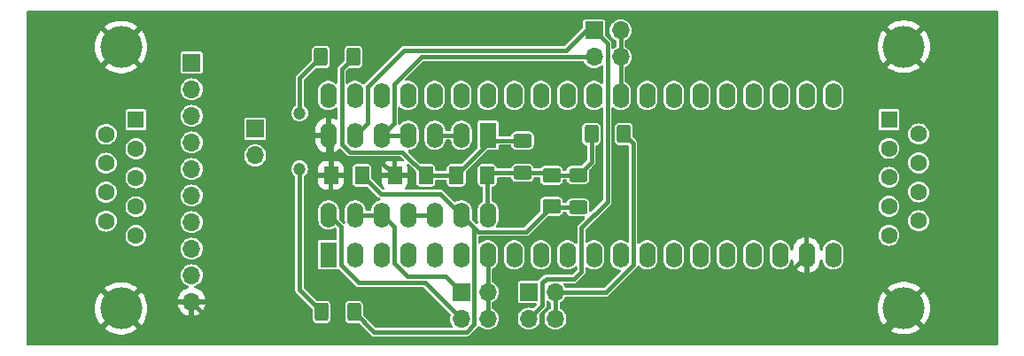
<source format=gbr>
%TF.GenerationSoftware,KiCad,Pcbnew,8.0.5-8.0.5-0~ubuntu22.04.1*%
%TF.CreationDate,2024-10-17T08:41:24+02:00*%
%TF.ProjectId,SerialSniffer_kicad,53657269-616c-4536-9e69-666665725f6b,rev?*%
%TF.SameCoordinates,Original*%
%TF.FileFunction,Copper,L1,Top*%
%TF.FilePolarity,Positive*%
%FSLAX46Y46*%
G04 Gerber Fmt 4.6, Leading zero omitted, Abs format (unit mm)*
G04 Created by KiCad (PCBNEW 8.0.5-8.0.5-0~ubuntu22.04.1) date 2024-10-17 08:41:24*
%MOMM*%
%LPD*%
G01*
G04 APERTURE LIST*
G04 Aperture macros list*
%AMRoundRect*
0 Rectangle with rounded corners*
0 $1 Rounding radius*
0 $2 $3 $4 $5 $6 $7 $8 $9 X,Y pos of 4 corners*
0 Add a 4 corners polygon primitive as box body*
4,1,4,$2,$3,$4,$5,$6,$7,$8,$9,$2,$3,0*
0 Add four circle primitives for the rounded corners*
1,1,$1+$1,$2,$3*
1,1,$1+$1,$4,$5*
1,1,$1+$1,$6,$7*
1,1,$1+$1,$8,$9*
0 Add four rect primitives between the rounded corners*
20,1,$1+$1,$2,$3,$4,$5,0*
20,1,$1+$1,$4,$5,$6,$7,0*
20,1,$1+$1,$6,$7,$8,$9,0*
20,1,$1+$1,$8,$9,$2,$3,0*%
G04 Aperture macros list end*
%TA.AperFunction,ComponentPad*%
%ADD10R,1.600000X2.400000*%
%TD*%
%TA.AperFunction,ComponentPad*%
%ADD11O,1.600000X2.400000*%
%TD*%
%TA.AperFunction,SMDPad,CuDef*%
%ADD12RoundRect,0.250000X-0.625000X0.400000X-0.625000X-0.400000X0.625000X-0.400000X0.625000X0.400000X0*%
%TD*%
%TA.AperFunction,ComponentPad*%
%ADD13C,4.000000*%
%TD*%
%TA.AperFunction,ComponentPad*%
%ADD14R,1.600000X1.600000*%
%TD*%
%TA.AperFunction,ComponentPad*%
%ADD15C,1.600000*%
%TD*%
%TA.AperFunction,SMDPad,CuDef*%
%ADD16RoundRect,0.250001X0.462499X0.624999X-0.462499X0.624999X-0.462499X-0.624999X0.462499X-0.624999X0*%
%TD*%
%TA.AperFunction,ComponentPad*%
%ADD17R,1.700000X1.700000*%
%TD*%
%TA.AperFunction,ComponentPad*%
%ADD18O,1.700000X1.700000*%
%TD*%
%TA.AperFunction,SMDPad,CuDef*%
%ADD19RoundRect,0.250000X0.400000X0.625000X-0.400000X0.625000X-0.400000X-0.625000X0.400000X-0.625000X0*%
%TD*%
%TA.AperFunction,SMDPad,CuDef*%
%ADD20RoundRect,0.250000X0.625000X-0.400000X0.625000X0.400000X-0.625000X0.400000X-0.625000X-0.400000X0*%
%TD*%
%TA.AperFunction,SMDPad,CuDef*%
%ADD21RoundRect,0.250000X-0.400000X-0.625000X0.400000X-0.625000X0.400000X0.625000X-0.400000X0.625000X0*%
%TD*%
%TA.AperFunction,SMDPad,CuDef*%
%ADD22RoundRect,0.250001X-0.624999X0.462499X-0.624999X-0.462499X0.624999X-0.462499X0.624999X0.462499X0*%
%TD*%
%TA.AperFunction,ViaPad*%
%ADD23C,1.200000*%
%TD*%
%TA.AperFunction,Conductor*%
%ADD24C,0.400000*%
%TD*%
G04 APERTURE END LIST*
D10*
%TO.P,J7,1,Pin_1*%
%TO.N,/B12*%
X93980000Y-93345000D03*
D11*
%TO.P,J7,2,Pin_2*%
%TO.N,/B13*%
X96520000Y-93345000D03*
%TO.P,J7,3,Pin_3*%
%TO.N,/B14*%
X99060000Y-93345000D03*
%TO.P,J7,4,Pin_4*%
%TO.N,/B15*%
X101600000Y-93345000D03*
%TO.P,J7,5,Pin_5*%
%TO.N,/uA8*%
X104140000Y-93345000D03*
%TO.P,J7,6,Pin_6*%
%TO.N,/TX1*%
X106680000Y-93345000D03*
%TO.P,J7,7,Pin_7*%
%TO.N,/STMRX1*%
X109220000Y-93345000D03*
%TO.P,J7,8,Pin_8*%
%TO.N,/USB-*%
X111760000Y-93345000D03*
%TO.P,J7,9,Pin_9*%
%TO.N,/USB+*%
X114300000Y-93345000D03*
%TO.P,J7,10,Pin_10*%
%TO.N,/uA15*%
X116840000Y-93345000D03*
%TO.P,J7,11,Pin_11*%
%TO.N,/B3*%
X119380000Y-93345000D03*
%TO.P,J7,12,Pin_12*%
%TO.N,/B4*%
X121920000Y-93345000D03*
%TO.P,J7,13,Pin_13*%
%TO.N,/B5*%
X124460000Y-93345000D03*
%TO.P,J7,14,Pin_14*%
%TO.N,/SCL*%
X127000000Y-93345000D03*
%TO.P,J7,15,Pin_15*%
%TO.N,/SDA*%
X129540000Y-93345000D03*
%TO.P,J7,16,Pin_16*%
%TO.N,/B8*%
X132080000Y-93345000D03*
%TO.P,J7,17,Pin_17*%
%TO.N,/B9*%
X134620000Y-93345000D03*
%TO.P,J7,18,Pin_18*%
%TO.N,+5V*%
X137160000Y-93345000D03*
%TO.P,J7,19,Pin_19*%
%TO.N,GND*%
X139700000Y-93345000D03*
%TO.P,J7,20,Pin_20*%
%TO.N,unconnected-(J7-Pin_20-Pad20)*%
X142240000Y-93345000D03*
%TO.P,J7,21,Pin_21*%
%TO.N,/VB*%
X142240000Y-78105000D03*
%TO.P,J7,22,Pin_22*%
%TO.N,/C13*%
X139700000Y-78105000D03*
%TO.P,J7,23,Pin_23*%
%TO.N,/C14*%
X137160000Y-78105000D03*
%TO.P,J7,24,Pin_24*%
%TO.N,/C15*%
X134620000Y-78105000D03*
%TO.P,J7,25,Pin_25*%
%TO.N,/~{STMRST}*%
X132080000Y-78105000D03*
%TO.P,J7,26,Pin_26*%
%TO.N,/uA0*%
X129540000Y-78105000D03*
%TO.P,J7,27,Pin_27*%
%TO.N,/uA1*%
X127000000Y-78105000D03*
%TO.P,J7,28,Pin_28*%
%TO.N,/TX2*%
X124460000Y-78105000D03*
%TO.P,J7,29,Pin_29*%
%TO.N,/STMRX2*%
X121920000Y-78105000D03*
%TO.P,J7,30,Pin_30*%
%TO.N,/uA4*%
X119380000Y-78105000D03*
%TO.P,J7,31,Pin_31*%
%TO.N,/uA5*%
X116840000Y-78105000D03*
%TO.P,J7,32,Pin_32*%
%TO.N,/uA6*%
X114300000Y-78105000D03*
%TO.P,J7,33,Pin_33*%
%TO.N,/uA7*%
X111760000Y-78105000D03*
%TO.P,J7,34,Pin_34*%
%TO.N,/B0*%
X109220000Y-78105000D03*
%TO.P,J7,35,Pin_35*%
%TO.N,/B1*%
X106680000Y-78105000D03*
%TO.P,J7,36,Pin_36*%
%TO.N,/B2*%
X104140000Y-78105000D03*
%TO.P,J7,37,Pin_37*%
%TO.N,/B10*%
X101600000Y-78105000D03*
%TO.P,J7,38,Pin_38*%
%TO.N,unconnected-(J7-Pin_38-Pad38)*%
X99060000Y-78105000D03*
%TO.P,J7,39,Pin_39*%
%TO.N,unconnected-(J7-Pin_39-Pad39)*%
X96520000Y-78105000D03*
%TO.P,J7,40,Pin_40*%
%TO.N,unconnected-(J7-Pin_40-Pad40)*%
X93980000Y-78105000D03*
%TD*%
D12*
%TO.P,R3,1*%
%TO.N,Net-(D1-K)*%
X112548000Y-82397000D03*
%TO.P,R3,2*%
%TO.N,+5V*%
X112548000Y-85497000D03*
%TD*%
D13*
%TO.P,J1,0,PAD*%
%TO.N,GND*%
X148994000Y-98431000D03*
X148994000Y-73431000D03*
D14*
%TO.P,J1,1,1*%
%TO.N,/Pin1*%
X147574000Y-80391000D03*
D15*
%TO.P,J1,2,2*%
%TO.N,/Pin2*%
X147574000Y-83161000D03*
%TO.P,J1,3,3*%
%TO.N,/Pin3*%
X147574000Y-85931000D03*
%TO.P,J1,4,4*%
%TO.N,/Pin4*%
X147574000Y-88701000D03*
%TO.P,J1,5,5*%
%TO.N,/Pin5*%
X147574000Y-91471000D03*
%TO.P,J1,6,6*%
%TO.N,/Pin6*%
X150414000Y-81776000D03*
%TO.P,J1,7,7*%
%TO.N,/Pin7*%
X150414000Y-84546000D03*
%TO.P,J1,8,8*%
%TO.N,/Pin8*%
X150414000Y-87316000D03*
%TO.P,J1,9,9*%
%TO.N,/Pin9*%
X150414000Y-90086000D03*
%TD*%
D16*
%TO.P,D1,1,K*%
%TO.N,Net-(D1-K)*%
X103305000Y-85725000D03*
%TO.P,D1,2,A*%
%TO.N,GND*%
X100330000Y-85725000D03*
%TD*%
D17*
%TO.P,J5,1,Pin_1*%
%TO.N,/~{RX1}*%
X106680000Y-96901000D03*
D18*
%TO.P,J5,2,Pin_2*%
%TO.N,/STMRX1*%
X109220000Y-96901000D03*
%TO.P,J5,3,Pin_3*%
%TO.N,/RX1#*%
X106680000Y-99441000D03*
%TO.P,J5,4,Pin_4*%
%TO.N,/STMRX1*%
X109220000Y-99441000D03*
%TD*%
D19*
%TO.P,R2,1*%
%TO.N,/uA0*%
X122226000Y-81788000D03*
%TO.P,R2,2*%
%TO.N,+5V*%
X119126000Y-81788000D03*
%TD*%
D17*
%TO.P,J3,1,Pin_1*%
%TO.N,/Pin1*%
X80934000Y-74965000D03*
D18*
%TO.P,J3,2,Pin_2*%
%TO.N,/Pin6*%
X80934000Y-77505000D03*
%TO.P,J3,3,Pin_3*%
%TO.N,/Pin2*%
X80934000Y-80045000D03*
%TO.P,J3,4,Pin_4*%
%TO.N,/Pin7*%
X80934000Y-82585000D03*
%TO.P,J3,5,Pin_5*%
%TO.N,/Pin3*%
X80934000Y-85125000D03*
%TO.P,J3,6,Pin_6*%
%TO.N,/Pin8*%
X80934000Y-87665000D03*
%TO.P,J3,7,Pin_7*%
%TO.N,/Pin4*%
X80934000Y-90205000D03*
%TO.P,J3,8,Pin_8*%
%TO.N,/Pin9*%
X80934000Y-92745000D03*
%TO.P,J3,9,Pin_9*%
%TO.N,/Pin5*%
X80934000Y-95285000D03*
%TO.P,J3,10,Pin_10*%
%TO.N,GND*%
X80934000Y-97825000D03*
%TD*%
D13*
%TO.P,J2,0,PAD*%
%TO.N,GND*%
X74180000Y-73466000D03*
X74180000Y-98466000D03*
D14*
%TO.P,J2,1,1*%
%TO.N,/Pin1*%
X75600000Y-80426000D03*
D15*
%TO.P,J2,2,2*%
%TO.N,/Pin2*%
X75600000Y-83196000D03*
%TO.P,J2,3,3*%
%TO.N,/Pin3*%
X75600000Y-85966000D03*
%TO.P,J2,4,4*%
%TO.N,/Pin4*%
X75600000Y-88736000D03*
%TO.P,J2,5,5*%
%TO.N,/Pin5*%
X75600000Y-91506000D03*
%TO.P,J2,6,6*%
%TO.N,/Pin6*%
X72760000Y-81811000D03*
%TO.P,J2,7,7*%
%TO.N,/Pin7*%
X72760000Y-84581000D03*
%TO.P,J2,8,8*%
%TO.N,/Pin8*%
X72760000Y-87351000D03*
%TO.P,J2,9,9*%
%TO.N,/Pin9*%
X72760000Y-90121000D03*
%TD*%
D16*
%TO.P,D2,1,K*%
%TO.N,+5V*%
X109173000Y-85725000D03*
%TO.P,D2,2,A*%
%TO.N,Net-(D1-K)*%
X106198000Y-85725000D03*
%TD*%
D17*
%TO.P,J6,1,Pin_1*%
%TO.N,/RX2#*%
X119380000Y-71882000D03*
D18*
%TO.P,J6,2,Pin_2*%
%TO.N,/STMRX2*%
X121920000Y-71882000D03*
%TO.P,J6,3,Pin_3*%
%TO.N,/~{RX2}*%
X119380000Y-74422000D03*
%TO.P,J6,4,Pin_4*%
%TO.N,/STMRX2*%
X121920000Y-74422000D03*
%TD*%
D20*
%TO.P,R5,1*%
%TO.N,Net-(D3-A)*%
X117856000Y-88799000D03*
%TO.P,R5,2*%
%TO.N,+5V*%
X117856000Y-85699000D03*
%TD*%
D21*
%TO.P,R1,1*%
%TO.N,Net-(J4-Pin_1)*%
X93293000Y-74422000D03*
%TO.P,R1,2*%
%TO.N,Net-(D1-K)*%
X96393000Y-74422000D03*
%TD*%
%TO.P,R4,1*%
%TO.N,Net-(J4-Pin_2)*%
X93345000Y-98806000D03*
%TO.P,R4,2*%
%TO.N,Net-(D3-A)*%
X96445000Y-98806000D03*
%TD*%
D16*
%TO.P,D4,1,K*%
%TO.N,Net-(D3-A)*%
X97209000Y-85725000D03*
%TO.P,D4,2,A*%
%TO.N,GND*%
X94234000Y-85725000D03*
%TD*%
D22*
%TO.P,D3,1,K*%
%TO.N,+5V*%
X115316000Y-85725000D03*
%TO.P,D3,2,A*%
%TO.N,Net-(D3-A)*%
X115316000Y-88700000D03*
%TD*%
D17*
%TO.P,J8,1,Pin_1*%
%TO.N,/RX1#*%
X113157000Y-96901000D03*
D18*
%TO.P,J8,2,Pin_2*%
%TO.N,/uA0*%
X115697000Y-96901000D03*
%TO.P,J8,3,Pin_3*%
%TO.N,/RX2#*%
X113157000Y-99441000D03*
%TO.P,J8,4,Pin_4*%
%TO.N,/uA0*%
X115697000Y-99441000D03*
%TD*%
D10*
%TO.P,U1,1*%
%TO.N,Net-(D1-K)*%
X109251000Y-81900000D03*
D11*
%TO.P,U1,2*%
%TO.N,Net-(U1-Pad2)*%
X106711000Y-81900000D03*
%TO.P,U1,3*%
X104171000Y-81900000D03*
%TO.P,U1,4*%
%TO.N,/~{RX2}*%
X101631000Y-81900000D03*
%TO.P,U1,5*%
X99091000Y-81900000D03*
%TO.P,U1,6*%
%TO.N,/RX2#*%
X96551000Y-81900000D03*
%TO.P,U1,7,GND*%
%TO.N,GND*%
X94011000Y-81900000D03*
%TO.P,U1,8*%
%TO.N,/RX1#*%
X94011000Y-89520000D03*
%TO.P,U1,9*%
%TO.N,/~{RX1}*%
X96551000Y-89520000D03*
%TO.P,U1,10*%
X99091000Y-89520000D03*
%TO.P,U1,11*%
%TO.N,Net-(U1-Pad11)*%
X101631000Y-89520000D03*
%TO.P,U1,12*%
X104171000Y-89520000D03*
%TO.P,U1,13*%
%TO.N,Net-(D3-A)*%
X106711000Y-89520000D03*
%TO.P,U1,14,VCC*%
%TO.N,+5V*%
X109251000Y-89520000D03*
%TD*%
D17*
%TO.P,J4,1,Pin_1*%
%TO.N,Net-(J4-Pin_1)*%
X86995000Y-81280000D03*
D18*
%TO.P,J4,2,Pin_2*%
%TO.N,Net-(J4-Pin_2)*%
X86995000Y-83820000D03*
%TD*%
D23*
%TO.N,GND*%
X139700000Y-90551000D03*
X87249000Y-75819000D03*
X86868000Y-89662000D03*
%TO.N,/uA0*%
X122226000Y-81788000D03*
%TO.N,Net-(J4-Pin_2)*%
X91241000Y-85125000D03*
%TO.N,Net-(J4-Pin_1)*%
X91256000Y-79791000D03*
%TD*%
D24*
%TO.N,/uA0*%
X123120000Y-82682000D02*
X122226000Y-81788000D01*
%TO.N,Net-(J4-Pin_2)*%
X93345000Y-98806000D02*
X91241000Y-96702000D01*
X91241000Y-96702000D02*
X91241000Y-85125000D01*
%TO.N,Net-(J4-Pin_1)*%
X93293000Y-74422000D02*
X91256000Y-76459000D01*
X91256000Y-76459000D02*
X91256000Y-79791000D01*
%TO.N,GND*%
X141732000Y-100691000D02*
X147310669Y-100691000D01*
X94387000Y-84100000D02*
X94234000Y-83947000D01*
X131445000Y-101600000D02*
X84709000Y-101600000D01*
X84709000Y-101600000D02*
X80934000Y-97825000D01*
X139700000Y-93345000D02*
X139700000Y-98659000D01*
X139700000Y-93345000D02*
X131445000Y-101600000D01*
X100330000Y-85725000D02*
X98705000Y-84100000D01*
X94234000Y-85725000D02*
X94234000Y-83947000D01*
X147310669Y-100691000D02*
X147874000Y-100127669D01*
X98705000Y-84100000D02*
X94387000Y-84100000D01*
X94234000Y-83947000D02*
X94234000Y-82123000D01*
X139700000Y-98659000D02*
X141732000Y-100691000D01*
%TO.N,+5V*%
X117856000Y-85699000D02*
X115342000Y-85699000D01*
X112548000Y-85497000D02*
X109401000Y-85497000D01*
X112548000Y-85497000D02*
X115088000Y-85497000D01*
X109173000Y-85725000D02*
X109173000Y-89442000D01*
X119126000Y-84429000D02*
X117856000Y-85699000D01*
X119126000Y-81788000D02*
X119126000Y-84429000D01*
%TO.N,Net-(D1-K)*%
X95250000Y-75565000D02*
X96393000Y-74422000D01*
X106198000Y-85725000D02*
X109251000Y-82672000D01*
X103305000Y-85725000D02*
X101080000Y-83500000D01*
X103305000Y-85725000D02*
X106198000Y-85725000D01*
X112548000Y-82397000D02*
X109748000Y-82397000D01*
X96014944Y-83500000D02*
X95250000Y-82735056D01*
X95250000Y-82735056D02*
X95250000Y-75565000D01*
X101080000Y-83500000D02*
X96014944Y-83500000D01*
%TO.N,Net-(D3-A)*%
X106711000Y-89520000D02*
X107930000Y-90739000D01*
X104694000Y-87503000D02*
X106711000Y-89520000D01*
X98350000Y-100711000D02*
X96445000Y-98806000D01*
X107930000Y-99969000D02*
X107188000Y-100711000D01*
X108311000Y-91120000D02*
X112896000Y-91120000D01*
X107930000Y-90739000D02*
X107930000Y-99969000D01*
X112896000Y-91120000D02*
X115316000Y-88700000D01*
X106711000Y-89520000D02*
X108311000Y-91120000D01*
X98987000Y-87503000D02*
X104694000Y-87503000D01*
X117856000Y-88799000D02*
X115415000Y-88799000D01*
X97209000Y-85725000D02*
X98987000Y-87503000D01*
X107188000Y-100711000D02*
X98350000Y-100711000D01*
%TO.N,/~{RX2}*%
X101631000Y-81900000D02*
X99091000Y-81900000D01*
X102870000Y-74422000D02*
X119380000Y-74422000D01*
X100260000Y-77032000D02*
X102870000Y-74422000D01*
X100260000Y-80731000D02*
X100260000Y-77032000D01*
X99091000Y-81900000D02*
X100260000Y-80731000D01*
%TO.N,/~{RX1}*%
X100260000Y-94102056D02*
X100260000Y-90689000D01*
X105191000Y-95412000D02*
X101569944Y-95412000D01*
X100260000Y-90689000D02*
X99091000Y-89520000D01*
X101569944Y-95412000D02*
X100260000Y-94102056D01*
X106680000Y-96901000D02*
X105191000Y-95412000D01*
X96551000Y-89520000D02*
X99091000Y-89520000D01*
%TO.N,/uA0*%
X115697000Y-96901000D02*
X115697000Y-99441000D01*
X123120000Y-82682000D02*
X123120000Y-94304000D01*
X120523000Y-96901000D02*
X115697000Y-96901000D01*
X123120000Y-94304000D02*
X120523000Y-96901000D01*
%TO.N,/RX1#*%
X95180000Y-90689000D02*
X94011000Y-89520000D01*
X95180000Y-94291000D02*
X95180000Y-90689000D01*
X103251000Y-96012000D02*
X96901000Y-96012000D01*
X96901000Y-96012000D02*
X95180000Y-94291000D01*
X106680000Y-99441000D02*
X103251000Y-96012000D01*
%TO.N,/RX2#*%
X118618000Y-71882000D02*
X116713000Y-73787000D01*
X114447000Y-95992000D02*
X114808000Y-95631000D01*
X120650000Y-88265000D02*
X120650000Y-73152000D01*
X118180000Y-94926000D02*
X118180000Y-90735000D01*
X119380000Y-71882000D02*
X118618000Y-71882000D01*
X118180000Y-90735000D02*
X120650000Y-88265000D01*
X101219000Y-73787000D02*
X97720000Y-77286000D01*
X97720000Y-77286000D02*
X97720000Y-80731000D01*
X113157000Y-99441000D02*
X114447000Y-98151000D01*
X116713000Y-73787000D02*
X101219000Y-73787000D01*
X120650000Y-73152000D02*
X119380000Y-71882000D01*
X114808000Y-95631000D02*
X117475000Y-95631000D01*
X117475000Y-95631000D02*
X118180000Y-94926000D01*
X114447000Y-98151000D02*
X114447000Y-95992000D01*
X97720000Y-80731000D02*
X96551000Y-81900000D01*
%TO.N,Net-(U1-Pad2)*%
X104171000Y-81900000D02*
X106711000Y-81900000D01*
%TO.N,/STMRX2*%
X121920000Y-71882000D02*
X121920000Y-78105000D01*
%TO.N,/STMRX1*%
X109220000Y-93345000D02*
X109220000Y-99441000D01*
%TO.N,Net-(U1-Pad11)*%
X101631000Y-89520000D02*
X104171000Y-89520000D01*
%TD*%
%TA.AperFunction,Conductor*%
%TO.N,GND*%
G36*
X157944039Y-70019685D02*
G01*
X157989794Y-70072489D01*
X158001000Y-70124000D01*
X158001000Y-101876000D01*
X157981315Y-101943039D01*
X157928511Y-101988794D01*
X157877000Y-102000000D01*
X65267000Y-102000000D01*
X65199961Y-101980315D01*
X65154206Y-101927511D01*
X65143000Y-101876000D01*
X65143000Y-98465994D01*
X71675057Y-98465994D01*
X71675057Y-98466005D01*
X71694807Y-98779942D01*
X71694808Y-98779949D01*
X71753755Y-99088958D01*
X71850963Y-99388132D01*
X71850965Y-99388137D01*
X71984900Y-99672761D01*
X71984903Y-99672767D01*
X72153457Y-99938367D01*
X72153460Y-99938371D01*
X72244286Y-100048160D01*
X72885748Y-99406698D01*
X72959588Y-99508330D01*
X73137670Y-99686412D01*
X73239300Y-99760250D01*
X72594971Y-100404579D01*
X72594972Y-100404581D01*
X72837772Y-100580985D01*
X72837790Y-100580996D01*
X73113447Y-100732540D01*
X73113455Y-100732544D01*
X73405926Y-100848340D01*
X73710620Y-100926573D01*
X73710629Y-100926575D01*
X74022701Y-100965999D01*
X74022715Y-100966000D01*
X74337285Y-100966000D01*
X74337298Y-100965999D01*
X74649370Y-100926575D01*
X74649379Y-100926573D01*
X74954073Y-100848340D01*
X75246544Y-100732544D01*
X75246552Y-100732540D01*
X75522209Y-100580996D01*
X75522219Y-100580990D01*
X75765026Y-100404579D01*
X75765027Y-100404579D01*
X75120698Y-99760251D01*
X75222330Y-99686412D01*
X75400412Y-99508330D01*
X75474251Y-99406699D01*
X76115712Y-100048160D01*
X76206544Y-99938364D01*
X76375096Y-99672767D01*
X76375099Y-99672761D01*
X76509034Y-99388137D01*
X76509036Y-99388132D01*
X76606244Y-99088958D01*
X76665191Y-98779949D01*
X76665192Y-98779942D01*
X76684943Y-98466005D01*
X76684943Y-98465994D01*
X76665192Y-98152057D01*
X76665191Y-98152050D01*
X76606244Y-97843041D01*
X76519151Y-97574999D01*
X79603364Y-97574999D01*
X79603364Y-97575000D01*
X80500988Y-97575000D01*
X80468075Y-97632007D01*
X80434000Y-97759174D01*
X80434000Y-97890826D01*
X80468075Y-98017993D01*
X80500988Y-98075000D01*
X79603364Y-98075000D01*
X79660567Y-98288486D01*
X79660570Y-98288492D01*
X79760399Y-98502578D01*
X79895894Y-98696082D01*
X80062917Y-98863105D01*
X80256421Y-98998600D01*
X80470507Y-99098429D01*
X80470516Y-99098433D01*
X80684000Y-99155634D01*
X80684000Y-98258012D01*
X80741007Y-98290925D01*
X80868174Y-98325000D01*
X80999826Y-98325000D01*
X81126993Y-98290925D01*
X81184000Y-98258012D01*
X81184000Y-99155633D01*
X81397483Y-99098433D01*
X81397492Y-99098429D01*
X81611578Y-98998600D01*
X81805082Y-98863105D01*
X81972105Y-98696082D01*
X82107600Y-98502578D01*
X82207429Y-98288492D01*
X82207432Y-98288486D01*
X82264636Y-98075000D01*
X81367012Y-98075000D01*
X81399925Y-98017993D01*
X81434000Y-97890826D01*
X81434000Y-97759174D01*
X81399925Y-97632007D01*
X81367012Y-97575000D01*
X82264636Y-97575000D01*
X82264635Y-97574999D01*
X82207432Y-97361513D01*
X82207429Y-97361507D01*
X82107600Y-97147422D01*
X82107599Y-97147420D01*
X81972113Y-96953926D01*
X81972108Y-96953920D01*
X81805082Y-96786894D01*
X81611578Y-96651399D01*
X81397492Y-96551570D01*
X81397486Y-96551567D01*
X81275349Y-96518841D01*
X81215689Y-96482476D01*
X81185160Y-96419629D01*
X81193455Y-96350253D01*
X81237940Y-96296375D01*
X81271444Y-96280407D01*
X81337954Y-96260232D01*
X81520450Y-96162685D01*
X81680410Y-96031410D01*
X81811685Y-95871450D01*
X81909232Y-95688954D01*
X81969300Y-95490934D01*
X81989583Y-95285000D01*
X81969300Y-95079066D01*
X81909232Y-94881046D01*
X81811685Y-94698550D01*
X81738837Y-94609784D01*
X81680410Y-94538589D01*
X81520452Y-94407317D01*
X81520453Y-94407317D01*
X81520450Y-94407315D01*
X81337954Y-94309768D01*
X81139934Y-94249700D01*
X81139932Y-94249699D01*
X81139934Y-94249699D01*
X80934000Y-94229417D01*
X80728067Y-94249699D01*
X80530043Y-94309769D01*
X80423922Y-94366493D01*
X80347550Y-94407315D01*
X80347548Y-94407316D01*
X80347547Y-94407317D01*
X80187589Y-94538589D01*
X80063699Y-94689552D01*
X80056315Y-94698550D01*
X80031051Y-94745816D01*
X79958769Y-94881043D01*
X79898699Y-95079067D01*
X79878417Y-95285000D01*
X79898699Y-95490932D01*
X79898700Y-95490934D01*
X79958768Y-95688954D01*
X80056315Y-95871450D01*
X80056317Y-95871452D01*
X80187589Y-96031410D01*
X80251256Y-96083659D01*
X80347550Y-96162685D01*
X80530046Y-96260232D01*
X80596551Y-96280405D01*
X80654989Y-96318702D01*
X80683446Y-96382514D01*
X80672887Y-96451581D01*
X80626663Y-96503975D01*
X80592650Y-96518841D01*
X80470514Y-96551567D01*
X80470507Y-96551570D01*
X80256422Y-96651399D01*
X80256420Y-96651400D01*
X80062926Y-96786886D01*
X80062920Y-96786891D01*
X79895891Y-96953920D01*
X79895886Y-96953926D01*
X79760400Y-97147420D01*
X79760399Y-97147422D01*
X79660570Y-97361507D01*
X79660567Y-97361513D01*
X79603364Y-97574999D01*
X76519151Y-97574999D01*
X76509036Y-97543867D01*
X76509034Y-97543862D01*
X76375099Y-97259238D01*
X76375096Y-97259232D01*
X76206542Y-96993632D01*
X76206539Y-96993628D01*
X76115712Y-96883838D01*
X75474250Y-97525300D01*
X75400412Y-97423670D01*
X75222330Y-97245588D01*
X75120698Y-97171748D01*
X75765027Y-96527419D01*
X75765026Y-96527417D01*
X75522227Y-96351014D01*
X75522209Y-96351003D01*
X75246552Y-96199459D01*
X75246544Y-96199455D01*
X74954073Y-96083659D01*
X74649379Y-96005426D01*
X74649370Y-96005424D01*
X74337298Y-95966000D01*
X74022701Y-95966000D01*
X73710629Y-96005424D01*
X73710620Y-96005426D01*
X73405926Y-96083659D01*
X73113455Y-96199455D01*
X73113447Y-96199459D01*
X72837787Y-96351004D01*
X72837782Y-96351007D01*
X72594972Y-96527418D01*
X72594971Y-96527419D01*
X73239301Y-97171748D01*
X73137670Y-97245588D01*
X72959588Y-97423670D01*
X72885748Y-97525300D01*
X72244286Y-96883838D01*
X72244285Y-96883838D01*
X72153459Y-96993629D01*
X72153457Y-96993632D01*
X71984903Y-97259232D01*
X71984900Y-97259238D01*
X71850965Y-97543862D01*
X71850963Y-97543867D01*
X71753755Y-97843041D01*
X71694808Y-98152050D01*
X71694807Y-98152057D01*
X71675057Y-98465994D01*
X65143000Y-98465994D01*
X65143000Y-92745000D01*
X79878417Y-92745000D01*
X79898699Y-92950932D01*
X79921143Y-93024920D01*
X79958768Y-93148954D01*
X80056315Y-93331450D01*
X80056317Y-93331452D01*
X80187589Y-93491410D01*
X80284209Y-93570702D01*
X80347550Y-93622685D01*
X80530046Y-93720232D01*
X80728066Y-93780300D01*
X80728065Y-93780300D01*
X80746529Y-93782118D01*
X80934000Y-93800583D01*
X81139934Y-93780300D01*
X81337954Y-93720232D01*
X81520450Y-93622685D01*
X81680410Y-93491410D01*
X81811685Y-93331450D01*
X81909232Y-93148954D01*
X81969300Y-92950934D01*
X81989583Y-92745000D01*
X81969300Y-92539066D01*
X81909232Y-92341046D01*
X81811685Y-92158550D01*
X81729471Y-92058371D01*
X81680410Y-91998589D01*
X81520452Y-91867317D01*
X81520453Y-91867317D01*
X81520450Y-91867315D01*
X81337954Y-91769768D01*
X81139934Y-91709700D01*
X81139932Y-91709699D01*
X81139934Y-91709699D01*
X80934000Y-91689417D01*
X80728067Y-91709699D01*
X80530043Y-91769769D01*
X80435134Y-91820500D01*
X80347550Y-91867315D01*
X80347548Y-91867316D01*
X80347547Y-91867317D01*
X80187589Y-91998589D01*
X80063804Y-92149424D01*
X80056315Y-92158550D01*
X80029938Y-92207897D01*
X79958769Y-92341043D01*
X79898699Y-92539067D01*
X79878417Y-92745000D01*
X65143000Y-92745000D01*
X65143000Y-91506000D01*
X74594659Y-91506000D01*
X74613975Y-91702129D01*
X74671188Y-91890733D01*
X74764086Y-92064532D01*
X74764090Y-92064539D01*
X74889116Y-92216883D01*
X75041460Y-92341909D01*
X75041467Y-92341913D01*
X75215266Y-92434811D01*
X75215269Y-92434811D01*
X75215273Y-92434814D01*
X75403868Y-92492024D01*
X75600000Y-92511341D01*
X75796132Y-92492024D01*
X75984727Y-92434814D01*
X76158538Y-92341910D01*
X76310883Y-92216883D01*
X76435910Y-92064538D01*
X76493855Y-91956131D01*
X76528811Y-91890733D01*
X76528811Y-91890732D01*
X76528814Y-91890727D01*
X76586024Y-91702132D01*
X76605341Y-91506000D01*
X76586024Y-91309868D01*
X76528814Y-91121273D01*
X76528811Y-91121269D01*
X76528811Y-91121266D01*
X76435913Y-90947467D01*
X76435909Y-90947460D01*
X76310883Y-90795116D01*
X76158539Y-90670090D01*
X76158532Y-90670086D01*
X75984733Y-90577188D01*
X75984727Y-90577186D01*
X75796132Y-90519976D01*
X75796129Y-90519975D01*
X75600000Y-90500659D01*
X75403870Y-90519975D01*
X75215266Y-90577188D01*
X75041467Y-90670086D01*
X75041460Y-90670090D01*
X74889116Y-90795116D01*
X74764090Y-90947460D01*
X74764086Y-90947467D01*
X74671188Y-91121266D01*
X74613975Y-91309870D01*
X74594659Y-91506000D01*
X65143000Y-91506000D01*
X65143000Y-90121000D01*
X71754659Y-90121000D01*
X71773975Y-90317129D01*
X71773976Y-90317132D01*
X71826137Y-90489084D01*
X71831188Y-90505733D01*
X71924086Y-90679532D01*
X71924090Y-90679539D01*
X72049116Y-90831883D01*
X72201460Y-90956909D01*
X72201467Y-90956913D01*
X72375266Y-91049811D01*
X72375269Y-91049811D01*
X72375273Y-91049814D01*
X72563868Y-91107024D01*
X72760000Y-91126341D01*
X72956132Y-91107024D01*
X73144727Y-91049814D01*
X73318538Y-90956910D01*
X73470883Y-90831883D01*
X73595910Y-90679538D01*
X73688814Y-90505727D01*
X73746024Y-90317132D01*
X73757068Y-90205000D01*
X79878417Y-90205000D01*
X79898699Y-90410932D01*
X79923621Y-90493088D01*
X79958768Y-90608954D01*
X80056315Y-90791450D01*
X80068777Y-90806635D01*
X80187589Y-90951410D01*
X80194295Y-90956913D01*
X80347550Y-91082685D01*
X80530046Y-91180232D01*
X80728066Y-91240300D01*
X80728065Y-91240300D01*
X80746529Y-91242118D01*
X80934000Y-91260583D01*
X81139934Y-91240300D01*
X81337954Y-91180232D01*
X81520450Y-91082685D01*
X81680410Y-90951410D01*
X81811685Y-90791450D01*
X81909232Y-90608954D01*
X81969300Y-90410934D01*
X81989583Y-90205000D01*
X81969300Y-89999066D01*
X81909232Y-89801046D01*
X81811685Y-89618550D01*
X81744685Y-89536910D01*
X81680410Y-89458589D01*
X81520452Y-89327317D01*
X81520453Y-89327317D01*
X81520450Y-89327315D01*
X81337954Y-89229768D01*
X81139934Y-89169700D01*
X81139932Y-89169699D01*
X81139934Y-89169699D01*
X80934000Y-89149417D01*
X80728067Y-89169699D01*
X80530043Y-89229769D01*
X80431310Y-89282544D01*
X80347550Y-89327315D01*
X80347548Y-89327316D01*
X80347547Y-89327317D01*
X80187589Y-89458589D01*
X80056317Y-89618547D01*
X80056315Y-89618550D01*
X80041297Y-89646646D01*
X79958769Y-89801043D01*
X79898699Y-89999067D01*
X79878417Y-90205000D01*
X73757068Y-90205000D01*
X73765341Y-90121000D01*
X73746024Y-89924868D01*
X73688814Y-89736273D01*
X73688811Y-89736269D01*
X73688811Y-89736266D01*
X73595913Y-89562467D01*
X73595909Y-89562460D01*
X73470883Y-89410116D01*
X73318539Y-89285090D01*
X73318532Y-89285086D01*
X73144733Y-89192188D01*
X73144727Y-89192186D01*
X72956132Y-89134976D01*
X72956129Y-89134975D01*
X72760000Y-89115659D01*
X72563870Y-89134975D01*
X72375266Y-89192188D01*
X72201467Y-89285086D01*
X72201460Y-89285090D01*
X72049116Y-89410116D01*
X71924090Y-89562460D01*
X71924086Y-89562467D01*
X71831188Y-89736266D01*
X71773975Y-89924870D01*
X71754659Y-90121000D01*
X65143000Y-90121000D01*
X65143000Y-88736000D01*
X74594659Y-88736000D01*
X74613975Y-88932129D01*
X74613976Y-88932132D01*
X74670281Y-89117745D01*
X74671188Y-89120733D01*
X74764086Y-89294532D01*
X74764090Y-89294539D01*
X74889116Y-89446883D01*
X75041460Y-89571909D01*
X75041467Y-89571913D01*
X75215266Y-89664811D01*
X75215269Y-89664811D01*
X75215273Y-89664814D01*
X75403868Y-89722024D01*
X75600000Y-89741341D01*
X75796132Y-89722024D01*
X75984727Y-89664814D01*
X76013378Y-89649500D01*
X76081666Y-89612999D01*
X76158538Y-89571910D01*
X76310883Y-89446883D01*
X76435910Y-89294538D01*
X76528814Y-89120727D01*
X76586024Y-88932132D01*
X76605341Y-88736000D01*
X76586024Y-88539868D01*
X76528814Y-88351273D01*
X76528811Y-88351269D01*
X76528811Y-88351266D01*
X76435913Y-88177467D01*
X76435909Y-88177460D01*
X76310883Y-88025116D01*
X76158539Y-87900090D01*
X76158532Y-87900086D01*
X75984733Y-87807188D01*
X75984727Y-87807186D01*
X75796132Y-87749976D01*
X75796129Y-87749975D01*
X75600000Y-87730659D01*
X75403870Y-87749975D01*
X75215266Y-87807188D01*
X75041467Y-87900086D01*
X75041460Y-87900090D01*
X74889116Y-88025116D01*
X74764090Y-88177460D01*
X74764086Y-88177467D01*
X74671188Y-88351266D01*
X74613975Y-88539870D01*
X74594659Y-88736000D01*
X65143000Y-88736000D01*
X65143000Y-87351000D01*
X71754659Y-87351000D01*
X71773975Y-87547129D01*
X71773976Y-87547132D01*
X71819031Y-87695659D01*
X71831188Y-87735733D01*
X71924086Y-87909532D01*
X71924090Y-87909539D01*
X72049116Y-88061883D01*
X72201460Y-88186909D01*
X72201467Y-88186913D01*
X72375266Y-88279811D01*
X72375269Y-88279811D01*
X72375273Y-88279814D01*
X72563868Y-88337024D01*
X72760000Y-88356341D01*
X72956132Y-88337024D01*
X73144727Y-88279814D01*
X73148331Y-88277888D01*
X73231632Y-88233362D01*
X73318538Y-88186910D01*
X73470883Y-88061883D01*
X73595910Y-87909538D01*
X73650618Y-87807186D01*
X73688811Y-87735733D01*
X73688811Y-87735732D01*
X73688814Y-87735727D01*
X73710269Y-87665000D01*
X79878417Y-87665000D01*
X79898699Y-87870932D01*
X79923095Y-87951354D01*
X79958768Y-88068954D01*
X80056315Y-88251450D01*
X80074209Y-88273254D01*
X80187589Y-88411410D01*
X80273865Y-88482214D01*
X80347550Y-88542685D01*
X80530046Y-88640232D01*
X80728066Y-88700300D01*
X80728065Y-88700300D01*
X80735173Y-88701000D01*
X80934000Y-88720583D01*
X81139934Y-88700300D01*
X81337954Y-88640232D01*
X81520450Y-88542685D01*
X81680410Y-88411410D01*
X81811685Y-88251450D01*
X81909232Y-88068954D01*
X81969300Y-87870934D01*
X81989583Y-87665000D01*
X81969300Y-87459066D01*
X81909232Y-87261046D01*
X81811685Y-87078550D01*
X81759702Y-87015209D01*
X81680410Y-86918589D01*
X81533037Y-86797645D01*
X81520450Y-86787315D01*
X81337954Y-86689768D01*
X81139934Y-86629700D01*
X81139932Y-86629699D01*
X81139934Y-86629699D01*
X80934000Y-86609417D01*
X80728067Y-86629699D01*
X80530043Y-86689769D01*
X80419898Y-86748643D01*
X80347550Y-86787315D01*
X80347548Y-86787316D01*
X80347547Y-86787317D01*
X80187589Y-86918589D01*
X80056317Y-87078547D01*
X80056315Y-87078550D01*
X80034230Y-87119868D01*
X79958769Y-87261043D01*
X79898699Y-87459067D01*
X79878417Y-87665000D01*
X73710269Y-87665000D01*
X73746024Y-87547132D01*
X73765341Y-87351000D01*
X73746024Y-87154868D01*
X73688814Y-86966273D01*
X73688811Y-86966269D01*
X73688811Y-86966266D01*
X73595913Y-86792467D01*
X73595909Y-86792460D01*
X73470883Y-86640116D01*
X73318539Y-86515090D01*
X73318532Y-86515086D01*
X73144733Y-86422188D01*
X73144727Y-86422186D01*
X72956132Y-86364976D01*
X72956129Y-86364975D01*
X72760000Y-86345659D01*
X72563870Y-86364975D01*
X72375266Y-86422188D01*
X72201467Y-86515086D01*
X72201460Y-86515090D01*
X72049116Y-86640116D01*
X71924090Y-86792460D01*
X71924086Y-86792467D01*
X71831188Y-86966266D01*
X71773975Y-87154870D01*
X71754659Y-87351000D01*
X65143000Y-87351000D01*
X65143000Y-85966000D01*
X74594659Y-85966000D01*
X74613975Y-86162129D01*
X74613976Y-86162132D01*
X74669341Y-86344646D01*
X74671188Y-86350733D01*
X74764086Y-86524532D01*
X74764090Y-86524539D01*
X74889116Y-86676883D01*
X75041460Y-86801909D01*
X75041467Y-86801913D01*
X75215266Y-86894811D01*
X75215269Y-86894811D01*
X75215273Y-86894814D01*
X75403868Y-86952024D01*
X75600000Y-86971341D01*
X75796132Y-86952024D01*
X75984727Y-86894814D01*
X76158538Y-86801910D01*
X76310883Y-86676883D01*
X76435910Y-86524538D01*
X76528814Y-86350727D01*
X76586024Y-86162132D01*
X76605341Y-85966000D01*
X76586024Y-85769868D01*
X76528814Y-85581273D01*
X76528811Y-85581269D01*
X76528811Y-85581266D01*
X76435913Y-85407467D01*
X76435909Y-85407460D01*
X76310883Y-85255116D01*
X76158539Y-85130090D01*
X76158532Y-85130086D01*
X76149017Y-85125000D01*
X79878417Y-85125000D01*
X79898699Y-85330932D01*
X79911297Y-85372462D01*
X79958768Y-85528954D01*
X80056315Y-85711450D01*
X80056317Y-85711452D01*
X80187589Y-85871410D01*
X80243367Y-85917185D01*
X80347550Y-86002685D01*
X80530046Y-86100232D01*
X80728066Y-86160300D01*
X80728065Y-86160300D01*
X80746529Y-86162118D01*
X80934000Y-86180583D01*
X81139934Y-86160300D01*
X81337954Y-86100232D01*
X81520450Y-86002685D01*
X81680410Y-85871410D01*
X81811685Y-85711450D01*
X81909232Y-85528954D01*
X81969300Y-85330934D01*
X81989583Y-85125000D01*
X81989583Y-85124996D01*
X90435435Y-85124996D01*
X90435435Y-85125003D01*
X90455630Y-85304249D01*
X90455631Y-85304254D01*
X90515211Y-85474523D01*
X90611184Y-85627262D01*
X90738738Y-85754816D01*
X90782471Y-85782295D01*
X90828763Y-85834629D01*
X90840500Y-85887289D01*
X90840500Y-96754726D01*
X90867793Y-96856589D01*
X90883526Y-96883838D01*
X90920520Y-96947913D01*
X90920522Y-96947915D01*
X92458181Y-98485574D01*
X92491666Y-98546897D01*
X92494500Y-98573255D01*
X92494500Y-99485269D01*
X92497353Y-99515699D01*
X92497353Y-99515701D01*
X92540065Y-99637761D01*
X92542207Y-99643882D01*
X92622850Y-99753150D01*
X92732118Y-99833793D01*
X92764020Y-99844956D01*
X92860299Y-99878646D01*
X92890730Y-99881500D01*
X92890734Y-99881500D01*
X93799270Y-99881500D01*
X93829699Y-99878646D01*
X93829701Y-99878646D01*
X93893790Y-99856219D01*
X93957882Y-99833793D01*
X94067150Y-99753150D01*
X94147793Y-99643882D01*
X94170219Y-99579790D01*
X94192646Y-99515701D01*
X94192646Y-99515699D01*
X94195500Y-99485269D01*
X94195500Y-98126730D01*
X94192646Y-98096300D01*
X94192646Y-98096298D01*
X94153738Y-97985107D01*
X94147793Y-97968118D01*
X94067150Y-97858850D01*
X93957882Y-97778207D01*
X93957880Y-97778206D01*
X93829700Y-97733353D01*
X93799270Y-97730500D01*
X93799266Y-97730500D01*
X92890734Y-97730500D01*
X92887835Y-97730500D01*
X92887835Y-97729166D01*
X92825003Y-97713752D01*
X92799599Y-97694206D01*
X91677819Y-96572426D01*
X91644334Y-96511103D01*
X91641500Y-96484745D01*
X91641500Y-86399985D01*
X93021500Y-86399985D01*
X93031993Y-86502689D01*
X93031994Y-86502696D01*
X93087141Y-86669118D01*
X93087143Y-86669123D01*
X93179184Y-86818344D01*
X93303155Y-86942315D01*
X93452376Y-87034356D01*
X93452381Y-87034358D01*
X93618803Y-87089505D01*
X93618810Y-87089506D01*
X93721514Y-87099999D01*
X93721527Y-87100000D01*
X93984000Y-87100000D01*
X94484000Y-87100000D01*
X94746473Y-87100000D01*
X94746485Y-87099999D01*
X94849189Y-87089506D01*
X94849196Y-87089505D01*
X95015618Y-87034358D01*
X95015623Y-87034356D01*
X95164844Y-86942315D01*
X95288815Y-86818344D01*
X95380856Y-86669123D01*
X95380858Y-86669118D01*
X95436005Y-86502696D01*
X95436006Y-86502689D01*
X95446499Y-86399985D01*
X95446500Y-86399972D01*
X95446500Y-85975000D01*
X94484000Y-85975000D01*
X94484000Y-87100000D01*
X93984000Y-87100000D01*
X93984000Y-85975000D01*
X93021500Y-85975000D01*
X93021500Y-86399985D01*
X91641500Y-86399985D01*
X91641500Y-85887289D01*
X91661185Y-85820250D01*
X91699529Y-85782295D01*
X91743262Y-85754816D01*
X91870816Y-85627262D01*
X91966789Y-85474522D01*
X92026368Y-85304255D01*
X92026369Y-85304249D01*
X92046565Y-85125003D01*
X92046565Y-85124996D01*
X92038117Y-85050014D01*
X93021500Y-85050014D01*
X93021500Y-85475000D01*
X93984000Y-85475000D01*
X94484000Y-85475000D01*
X95446500Y-85475000D01*
X95446500Y-85050027D01*
X95446499Y-85050014D01*
X95436006Y-84947310D01*
X95436005Y-84947303D01*
X95380858Y-84780881D01*
X95380856Y-84780876D01*
X95288815Y-84631655D01*
X95164844Y-84507684D01*
X95015623Y-84415643D01*
X95015618Y-84415641D01*
X94849196Y-84360494D01*
X94849189Y-84360493D01*
X94746485Y-84350000D01*
X94484000Y-84350000D01*
X94484000Y-85475000D01*
X93984000Y-85475000D01*
X93984000Y-84350000D01*
X93721514Y-84350000D01*
X93618810Y-84360493D01*
X93618803Y-84360494D01*
X93452381Y-84415641D01*
X93452376Y-84415643D01*
X93303155Y-84507684D01*
X93179184Y-84631655D01*
X93087143Y-84780876D01*
X93087141Y-84780881D01*
X93031994Y-84947303D01*
X93031993Y-84947310D01*
X93021500Y-85050014D01*
X92038117Y-85050014D01*
X92026369Y-84945750D01*
X92026368Y-84945745D01*
X92009034Y-84896207D01*
X91966789Y-84775478D01*
X91966394Y-84774850D01*
X91887632Y-84649501D01*
X91870816Y-84622738D01*
X91743262Y-84495184D01*
X91721842Y-84481725D01*
X91590523Y-84399211D01*
X91420254Y-84339631D01*
X91420249Y-84339630D01*
X91241004Y-84319435D01*
X91240996Y-84319435D01*
X91061750Y-84339630D01*
X91061745Y-84339631D01*
X90891476Y-84399211D01*
X90738737Y-84495184D01*
X90611184Y-84622737D01*
X90515211Y-84775476D01*
X90455631Y-84945745D01*
X90455630Y-84945750D01*
X90435435Y-85124996D01*
X81989583Y-85124996D01*
X81969300Y-84919066D01*
X81909232Y-84721046D01*
X81811685Y-84538550D01*
X81759702Y-84475209D01*
X81680410Y-84378589D01*
X81558795Y-84278784D01*
X81520450Y-84247315D01*
X81337954Y-84149768D01*
X81139934Y-84089700D01*
X81139932Y-84089699D01*
X81139934Y-84089699D01*
X80934000Y-84069417D01*
X80728067Y-84089699D01*
X80530043Y-84149769D01*
X80430275Y-84203097D01*
X80347550Y-84247315D01*
X80347548Y-84247316D01*
X80347547Y-84247317D01*
X80187589Y-84378589D01*
X80056317Y-84538547D01*
X80056315Y-84538550D01*
X80032241Y-84583589D01*
X79958769Y-84721043D01*
X79898699Y-84919067D01*
X79878417Y-85125000D01*
X76149017Y-85125000D01*
X75984733Y-85037188D01*
X75984727Y-85037186D01*
X75796132Y-84979976D01*
X75796129Y-84979975D01*
X75600000Y-84960659D01*
X75403870Y-84979975D01*
X75215266Y-85037188D01*
X75041467Y-85130086D01*
X75041460Y-85130090D01*
X74889116Y-85255116D01*
X74764090Y-85407460D01*
X74764086Y-85407467D01*
X74671188Y-85581266D01*
X74613975Y-85769870D01*
X74594659Y-85966000D01*
X65143000Y-85966000D01*
X65143000Y-84581000D01*
X71754659Y-84581000D01*
X71773975Y-84777129D01*
X71773976Y-84777132D01*
X71825124Y-84945745D01*
X71831188Y-84965733D01*
X71924086Y-85139532D01*
X71924090Y-85139539D01*
X72049116Y-85291883D01*
X72201460Y-85416909D01*
X72201467Y-85416913D01*
X72375266Y-85509811D01*
X72375269Y-85509811D01*
X72375273Y-85509814D01*
X72563868Y-85567024D01*
X72760000Y-85586341D01*
X72956132Y-85567024D01*
X73144727Y-85509814D01*
X73318538Y-85416910D01*
X73470883Y-85291883D01*
X73595910Y-85139538D01*
X73688814Y-84965727D01*
X73746024Y-84777132D01*
X73765341Y-84581000D01*
X73746024Y-84384868D01*
X73688814Y-84196273D01*
X73688811Y-84196269D01*
X73688811Y-84196266D01*
X73595913Y-84022467D01*
X73595909Y-84022460D01*
X73470883Y-83870116D01*
X73318539Y-83745090D01*
X73318532Y-83745086D01*
X73144733Y-83652188D01*
X73144727Y-83652186D01*
X72956132Y-83594976D01*
X72956129Y-83594975D01*
X72760000Y-83575659D01*
X72563870Y-83594975D01*
X72375266Y-83652188D01*
X72201467Y-83745086D01*
X72201460Y-83745090D01*
X72049116Y-83870116D01*
X71924090Y-84022460D01*
X71924086Y-84022467D01*
X71831188Y-84196266D01*
X71773975Y-84384870D01*
X71754659Y-84581000D01*
X65143000Y-84581000D01*
X65143000Y-83196000D01*
X74594659Y-83196000D01*
X74613975Y-83392129D01*
X74613976Y-83392132D01*
X74659031Y-83540659D01*
X74671188Y-83580733D01*
X74764086Y-83754532D01*
X74764090Y-83754539D01*
X74889116Y-83906883D01*
X75041460Y-84031909D01*
X75041467Y-84031913D01*
X75215266Y-84124811D01*
X75215269Y-84124811D01*
X75215273Y-84124814D01*
X75403868Y-84182024D01*
X75600000Y-84201341D01*
X75796132Y-84182024D01*
X75984727Y-84124814D01*
X76050423Y-84089699D01*
X76158532Y-84031913D01*
X76158538Y-84031910D01*
X76310883Y-83906883D01*
X76382186Y-83820000D01*
X85939417Y-83820000D01*
X85959699Y-84025932D01*
X85989694Y-84124811D01*
X86019768Y-84223954D01*
X86117315Y-84406450D01*
X86151969Y-84448677D01*
X86248589Y-84566410D01*
X86328092Y-84631655D01*
X86408550Y-84697685D01*
X86591046Y-84795232D01*
X86789066Y-84855300D01*
X86789065Y-84855300D01*
X86807529Y-84857118D01*
X86995000Y-84875583D01*
X87200934Y-84855300D01*
X87398954Y-84795232D01*
X87581450Y-84697685D01*
X87741410Y-84566410D01*
X87872685Y-84406450D01*
X87970232Y-84223954D01*
X88030300Y-84025934D01*
X88050583Y-83820000D01*
X88030300Y-83614066D01*
X87970232Y-83416046D01*
X87872685Y-83233550D01*
X87813145Y-83161000D01*
X87741410Y-83073589D01*
X87619190Y-82973287D01*
X87581450Y-82942315D01*
X87398954Y-82844768D01*
X87200934Y-82784700D01*
X87200932Y-82784699D01*
X87200934Y-82784699D01*
X86995000Y-82764417D01*
X86789067Y-82784699D01*
X86591043Y-82844769D01*
X86484402Y-82901771D01*
X86408550Y-82942315D01*
X86408548Y-82942316D01*
X86408547Y-82942317D01*
X86248589Y-83073589D01*
X86148131Y-83196000D01*
X86117315Y-83233550D01*
X86111384Y-83244646D01*
X86019769Y-83416043D01*
X85959699Y-83614067D01*
X85939417Y-83820000D01*
X76382186Y-83820000D01*
X76435910Y-83754538D01*
X76509326Y-83617186D01*
X76528811Y-83580733D01*
X76528811Y-83580732D01*
X76528814Y-83580727D01*
X76586024Y-83392132D01*
X76605341Y-83196000D01*
X76586024Y-82999868D01*
X76528814Y-82811273D01*
X76528811Y-82811269D01*
X76528811Y-82811266D01*
X76435913Y-82637467D01*
X76435909Y-82637460D01*
X76392856Y-82585000D01*
X79878417Y-82585000D01*
X79898699Y-82790932D01*
X79922681Y-82869989D01*
X79958768Y-82988954D01*
X80056315Y-83171450D01*
X80076463Y-83196000D01*
X80187589Y-83331410D01*
X80247057Y-83380213D01*
X80347550Y-83462685D01*
X80530046Y-83560232D01*
X80728066Y-83620300D01*
X80728065Y-83620300D01*
X80746529Y-83622118D01*
X80934000Y-83640583D01*
X81139934Y-83620300D01*
X81337954Y-83560232D01*
X81520450Y-83462685D01*
X81680410Y-83331410D01*
X81811685Y-83171450D01*
X81909232Y-82988954D01*
X81969300Y-82790934D01*
X81989583Y-82585000D01*
X81969300Y-82379066D01*
X81909232Y-82181046D01*
X81811685Y-81998550D01*
X81740900Y-81912298D01*
X81680410Y-81838589D01*
X81520452Y-81707317D01*
X81520453Y-81707317D01*
X81520450Y-81707315D01*
X81337954Y-81609768D01*
X81139934Y-81549700D01*
X81139932Y-81549699D01*
X81139934Y-81549699D01*
X80934000Y-81529417D01*
X80728067Y-81549699D01*
X80530043Y-81609769D01*
X80454778Y-81650000D01*
X80347550Y-81707315D01*
X80347548Y-81707316D01*
X80347547Y-81707317D01*
X80187589Y-81838589D01*
X80057997Y-81996500D01*
X80056315Y-81998550D01*
X80017643Y-82070898D01*
X79958769Y-82181043D01*
X79898699Y-82379067D01*
X79878417Y-82585000D01*
X76392856Y-82585000D01*
X76310883Y-82485116D01*
X76158539Y-82360090D01*
X76158532Y-82360086D01*
X75984733Y-82267188D01*
X75984727Y-82267186D01*
X75796132Y-82209976D01*
X75796129Y-82209975D01*
X75600000Y-82190659D01*
X75403870Y-82209975D01*
X75215266Y-82267188D01*
X75041467Y-82360086D01*
X75041460Y-82360090D01*
X74889116Y-82485116D01*
X74764090Y-82637460D01*
X74764086Y-82637467D01*
X74671188Y-82811266D01*
X74613975Y-82999870D01*
X74594659Y-83196000D01*
X65143000Y-83196000D01*
X65143000Y-81811000D01*
X71754659Y-81811000D01*
X71773975Y-82007129D01*
X71773976Y-82007132D01*
X71819031Y-82155659D01*
X71831188Y-82195733D01*
X71924086Y-82369532D01*
X71924090Y-82369539D01*
X72049116Y-82521883D01*
X72201460Y-82646909D01*
X72201467Y-82646913D01*
X72375266Y-82739811D01*
X72375269Y-82739811D01*
X72375273Y-82739814D01*
X72563868Y-82797024D01*
X72760000Y-82816341D01*
X72956132Y-82797024D01*
X73144727Y-82739814D01*
X73318538Y-82646910D01*
X73470883Y-82521883D01*
X73595910Y-82369538D01*
X73681198Y-82209975D01*
X73688811Y-82195733D01*
X73688811Y-82195732D01*
X73688814Y-82195727D01*
X73746024Y-82007132D01*
X73765341Y-81811000D01*
X73746024Y-81614868D01*
X73688814Y-81426273D01*
X73688811Y-81426269D01*
X73688811Y-81426266D01*
X73595913Y-81252467D01*
X73595909Y-81252460D01*
X73470883Y-81100116D01*
X73318539Y-80975090D01*
X73318532Y-80975086D01*
X73144733Y-80882188D01*
X73144727Y-80882186D01*
X73008461Y-80840850D01*
X72956129Y-80824975D01*
X72760000Y-80805659D01*
X72563870Y-80824975D01*
X72375266Y-80882188D01*
X72201467Y-80975086D01*
X72201460Y-80975090D01*
X72049116Y-81100116D01*
X71924090Y-81252460D01*
X71924086Y-81252467D01*
X71831188Y-81426266D01*
X71773975Y-81614870D01*
X71754659Y-81811000D01*
X65143000Y-81811000D01*
X65143000Y-79606247D01*
X74599500Y-79606247D01*
X74599500Y-81245752D01*
X74611131Y-81304229D01*
X74611132Y-81304230D01*
X74655447Y-81370552D01*
X74721769Y-81414867D01*
X74721770Y-81414868D01*
X74780247Y-81426499D01*
X74780250Y-81426500D01*
X74780252Y-81426500D01*
X76419750Y-81426500D01*
X76419751Y-81426499D01*
X76434568Y-81423552D01*
X76478229Y-81414868D01*
X76478229Y-81414867D01*
X76478231Y-81414867D01*
X76544552Y-81370552D01*
X76588867Y-81304231D01*
X76588867Y-81304229D01*
X76588868Y-81304229D01*
X76597552Y-81260568D01*
X76600500Y-81245748D01*
X76600500Y-80045000D01*
X79878417Y-80045000D01*
X79898699Y-80250932D01*
X79911540Y-80293262D01*
X79958768Y-80448954D01*
X80056315Y-80631450D01*
X80074086Y-80653104D01*
X80187589Y-80791410D01*
X80255556Y-80847188D01*
X80347550Y-80922685D01*
X80530046Y-81020232D01*
X80728066Y-81080300D01*
X80728065Y-81080300D01*
X80746529Y-81082118D01*
X80934000Y-81100583D01*
X81139934Y-81080300D01*
X81337954Y-81020232D01*
X81520450Y-80922685D01*
X81680410Y-80791410D01*
X81811685Y-80631450D01*
X81909232Y-80448954D01*
X81920974Y-80410247D01*
X85944500Y-80410247D01*
X85944500Y-82149752D01*
X85956131Y-82208229D01*
X85956132Y-82208230D01*
X86000447Y-82274552D01*
X86066769Y-82318867D01*
X86066770Y-82318868D01*
X86125247Y-82330499D01*
X86125250Y-82330500D01*
X86125252Y-82330500D01*
X87864750Y-82330500D01*
X87864751Y-82330499D01*
X87879568Y-82327552D01*
X87923229Y-82318868D01*
X87923229Y-82318867D01*
X87923231Y-82318867D01*
X87989552Y-82274552D01*
X88033867Y-82208231D01*
X88033867Y-82208229D01*
X88033868Y-82208229D01*
X88045499Y-82149752D01*
X88045500Y-82149750D01*
X88045500Y-81397682D01*
X92711000Y-81397682D01*
X92711000Y-81650000D01*
X93695314Y-81650000D01*
X93690920Y-81654394D01*
X93638259Y-81745606D01*
X93611000Y-81847339D01*
X93611000Y-81952661D01*
X93638259Y-82054394D01*
X93690920Y-82145606D01*
X93695314Y-82150000D01*
X92711000Y-82150000D01*
X92711000Y-82402317D01*
X92743009Y-82604417D01*
X92806244Y-82799031D01*
X92899140Y-82981349D01*
X93019417Y-83146894D01*
X93019417Y-83146895D01*
X93164104Y-83291582D01*
X93329650Y-83411859D01*
X93511968Y-83504754D01*
X93706578Y-83567988D01*
X93761000Y-83576607D01*
X93761000Y-82215686D01*
X93765394Y-82220080D01*
X93856606Y-82272741D01*
X93958339Y-82300000D01*
X94063661Y-82300000D01*
X94165394Y-82272741D01*
X94256606Y-82220080D01*
X94261000Y-82215686D01*
X94261000Y-83576606D01*
X94315421Y-83567988D01*
X94510031Y-83504754D01*
X94692349Y-83411859D01*
X94857891Y-83291585D01*
X94961332Y-83188144D01*
X95022655Y-83154659D01*
X95092347Y-83159643D01*
X95136695Y-83188144D01*
X95769031Y-83820480D01*
X95860356Y-83873207D01*
X95962217Y-83900500D01*
X100862745Y-83900500D01*
X100929784Y-83920185D01*
X100950426Y-83936819D01*
X101216704Y-84203097D01*
X101250189Y-84264420D01*
X101245205Y-84334112D01*
X101203333Y-84390045D01*
X101137869Y-84414462D01*
X101090019Y-84408484D01*
X100945196Y-84360494D01*
X100945189Y-84360493D01*
X100842485Y-84350000D01*
X100580000Y-84350000D01*
X100580000Y-85475000D01*
X101542500Y-85475000D01*
X101542500Y-85050027D01*
X101542499Y-85050014D01*
X101532006Y-84947310D01*
X101532005Y-84947303D01*
X101484015Y-84802480D01*
X101481613Y-84732652D01*
X101517345Y-84672610D01*
X101579865Y-84641417D01*
X101649325Y-84648978D01*
X101689402Y-84675795D01*
X102355681Y-85342074D01*
X102389166Y-85403397D01*
X102392000Y-85429755D01*
X102392000Y-86404258D01*
X102394854Y-86434698D01*
X102394854Y-86434699D01*
X102439706Y-86562881D01*
X102439707Y-86562882D01*
X102520350Y-86672150D01*
X102629618Y-86752793D01*
X102757802Y-86797646D01*
X102757801Y-86797646D01*
X102761771Y-86798018D01*
X102788235Y-86800500D01*
X103821764Y-86800499D01*
X103852198Y-86797646D01*
X103980382Y-86752793D01*
X104089650Y-86672150D01*
X104170293Y-86562882D01*
X104215146Y-86434698D01*
X104218000Y-86404265D01*
X104218000Y-86249500D01*
X104237685Y-86182461D01*
X104290489Y-86136706D01*
X104342000Y-86125500D01*
X105161001Y-86125500D01*
X105228040Y-86145185D01*
X105273795Y-86197989D01*
X105285001Y-86249500D01*
X105285001Y-86404264D01*
X105286584Y-86421149D01*
X105287854Y-86434698D01*
X105287854Y-86434699D01*
X105332706Y-86562881D01*
X105332707Y-86562882D01*
X105413350Y-86672150D01*
X105522618Y-86752793D01*
X105650802Y-86797646D01*
X105650801Y-86797646D01*
X105654771Y-86798018D01*
X105681235Y-86800500D01*
X106714764Y-86800499D01*
X106745198Y-86797646D01*
X106873382Y-86752793D01*
X106982650Y-86672150D01*
X107063293Y-86562882D01*
X107108146Y-86434698D01*
X107111000Y-86404265D01*
X107110999Y-85429753D01*
X107130683Y-85362715D01*
X107147313Y-85342078D01*
X109152574Y-83336819D01*
X109213897Y-83303334D01*
X109240255Y-83300500D01*
X110070750Y-83300500D01*
X110070751Y-83300499D01*
X110085568Y-83297552D01*
X110129229Y-83288868D01*
X110129229Y-83288867D01*
X110129231Y-83288867D01*
X110195552Y-83244552D01*
X110239867Y-83178231D01*
X110239867Y-83178229D01*
X110239868Y-83178229D01*
X110251499Y-83119752D01*
X110251500Y-83119750D01*
X110251500Y-82921500D01*
X110271185Y-82854461D01*
X110323989Y-82808706D01*
X110375500Y-82797500D01*
X111357908Y-82797500D01*
X111424947Y-82817185D01*
X111470702Y-82869989D01*
X111474949Y-82880544D01*
X111505105Y-82966724D01*
X111520207Y-83009882D01*
X111600850Y-83119150D01*
X111710118Y-83199793D01*
X111752845Y-83214744D01*
X111838299Y-83244646D01*
X111868730Y-83247500D01*
X111868734Y-83247500D01*
X113227270Y-83247500D01*
X113257699Y-83244646D01*
X113257701Y-83244646D01*
X113321790Y-83222219D01*
X113385882Y-83199793D01*
X113495150Y-83119150D01*
X113575793Y-83009882D01*
X113613623Y-82901771D01*
X113620646Y-82881701D01*
X113620646Y-82881699D01*
X113623500Y-82851269D01*
X113623500Y-81942730D01*
X113620646Y-81912300D01*
X113620646Y-81912298D01*
X113575793Y-81784119D01*
X113575792Y-81784117D01*
X113495150Y-81674850D01*
X113385882Y-81594207D01*
X113385880Y-81594206D01*
X113257700Y-81549353D01*
X113227270Y-81546500D01*
X113227266Y-81546500D01*
X111868734Y-81546500D01*
X111868730Y-81546500D01*
X111838300Y-81549353D01*
X111838298Y-81549353D01*
X111710119Y-81594206D01*
X111710117Y-81594207D01*
X111600850Y-81674850D01*
X111520207Y-81784117D01*
X111474949Y-81913456D01*
X111434227Y-81970231D01*
X111369274Y-81995978D01*
X111357908Y-81996500D01*
X110375500Y-81996500D01*
X110308461Y-81976815D01*
X110262706Y-81924011D01*
X110251500Y-81872500D01*
X110251500Y-80680249D01*
X110251499Y-80680247D01*
X110239868Y-80621770D01*
X110239867Y-80621769D01*
X110195552Y-80555447D01*
X110129230Y-80511132D01*
X110129229Y-80511131D01*
X110070752Y-80499500D01*
X110070748Y-80499500D01*
X108431252Y-80499500D01*
X108431247Y-80499500D01*
X108372770Y-80511131D01*
X108372769Y-80511132D01*
X108306447Y-80555447D01*
X108262132Y-80621769D01*
X108262131Y-80621770D01*
X108250500Y-80680247D01*
X108250500Y-83054744D01*
X108230815Y-83121783D01*
X108214181Y-83142425D01*
X106743424Y-84613181D01*
X106682101Y-84646666D01*
X106655743Y-84649500D01*
X105681241Y-84649500D01*
X105650801Y-84652354D01*
X105650800Y-84652354D01*
X105522618Y-84697206D01*
X105413350Y-84777850D01*
X105332706Y-84887118D01*
X105287853Y-85015302D01*
X105285000Y-85045731D01*
X105285000Y-85200500D01*
X105265315Y-85267539D01*
X105212511Y-85313294D01*
X105161000Y-85324500D01*
X104341999Y-85324500D01*
X104274960Y-85304815D01*
X104229205Y-85252011D01*
X104217999Y-85200500D01*
X104217999Y-85045741D01*
X104217999Y-85045736D01*
X104215146Y-85015302D01*
X104170293Y-84887118D01*
X104089650Y-84777850D01*
X103980382Y-84697207D01*
X103980381Y-84697206D01*
X103852195Y-84652353D01*
X103852198Y-84652353D01*
X103821769Y-84649500D01*
X103821765Y-84649500D01*
X102847255Y-84649500D01*
X102780216Y-84629815D01*
X102759574Y-84613181D01*
X101657621Y-83511228D01*
X101624136Y-83449905D01*
X101629120Y-83380213D01*
X101670992Y-83324280D01*
X101723969Y-83303719D01*
X101723566Y-83301689D01*
X101866022Y-83273351D01*
X101922835Y-83262051D01*
X102073143Y-83199792D01*
X102104907Y-83186635D01*
X102104907Y-83186634D01*
X102104914Y-83186632D01*
X102268782Y-83077139D01*
X102408139Y-82937782D01*
X102517632Y-82773914D01*
X102593051Y-82591835D01*
X102611776Y-82497699D01*
X102631500Y-82398543D01*
X103170499Y-82398543D01*
X103208947Y-82591829D01*
X103208950Y-82591839D01*
X103284364Y-82773907D01*
X103284371Y-82773920D01*
X103393860Y-82937781D01*
X103393863Y-82937785D01*
X103533214Y-83077136D01*
X103533218Y-83077139D01*
X103697079Y-83186628D01*
X103697092Y-83186635D01*
X103879160Y-83262049D01*
X103879165Y-83262051D01*
X103879169Y-83262051D01*
X103879170Y-83262052D01*
X104072456Y-83300500D01*
X104072459Y-83300500D01*
X104269543Y-83300500D01*
X104399582Y-83274632D01*
X104462835Y-83262051D01*
X104613143Y-83199792D01*
X104644907Y-83186635D01*
X104644907Y-83186634D01*
X104644914Y-83186632D01*
X104808782Y-83077139D01*
X104948139Y-82937782D01*
X105057632Y-82773914D01*
X105133051Y-82591835D01*
X105145866Y-82527410D01*
X105171149Y-82400308D01*
X105203534Y-82338397D01*
X105264250Y-82303823D01*
X105292766Y-82300500D01*
X105589234Y-82300500D01*
X105656273Y-82320185D01*
X105702028Y-82372989D01*
X105710851Y-82400308D01*
X105748947Y-82591829D01*
X105748950Y-82591839D01*
X105824364Y-82773907D01*
X105824371Y-82773920D01*
X105933860Y-82937781D01*
X105933863Y-82937785D01*
X106073214Y-83077136D01*
X106073218Y-83077139D01*
X106237079Y-83186628D01*
X106237092Y-83186635D01*
X106419160Y-83262049D01*
X106419165Y-83262051D01*
X106419169Y-83262051D01*
X106419170Y-83262052D01*
X106612456Y-83300500D01*
X106612459Y-83300500D01*
X106809543Y-83300500D01*
X106939582Y-83274632D01*
X107002835Y-83262051D01*
X107153143Y-83199792D01*
X107184907Y-83186635D01*
X107184907Y-83186634D01*
X107184914Y-83186632D01*
X107348782Y-83077139D01*
X107488139Y-82937782D01*
X107597632Y-82773914D01*
X107673051Y-82591835D01*
X107691776Y-82497699D01*
X107711500Y-82398543D01*
X107711500Y-81401456D01*
X107673052Y-81208170D01*
X107673051Y-81208169D01*
X107673051Y-81208165D01*
X107660115Y-81176935D01*
X107597635Y-81026092D01*
X107597628Y-81026079D01*
X107488139Y-80862218D01*
X107488136Y-80862214D01*
X107348785Y-80722863D01*
X107348781Y-80722860D01*
X107184920Y-80613371D01*
X107184907Y-80613364D01*
X107002839Y-80537950D01*
X107002829Y-80537947D01*
X106809543Y-80499500D01*
X106809541Y-80499500D01*
X106612459Y-80499500D01*
X106612457Y-80499500D01*
X106419170Y-80537947D01*
X106419160Y-80537950D01*
X106237092Y-80613364D01*
X106237079Y-80613371D01*
X106073218Y-80722860D01*
X106073214Y-80722863D01*
X105933863Y-80862214D01*
X105933860Y-80862218D01*
X105824371Y-81026079D01*
X105824364Y-81026092D01*
X105748950Y-81208160D01*
X105748947Y-81208170D01*
X105710851Y-81399692D01*
X105678466Y-81461603D01*
X105617750Y-81496177D01*
X105589234Y-81499500D01*
X105292766Y-81499500D01*
X105225727Y-81479815D01*
X105179972Y-81427011D01*
X105171149Y-81399692D01*
X105133052Y-81208170D01*
X105133051Y-81208169D01*
X105133051Y-81208165D01*
X105120115Y-81176935D01*
X105057635Y-81026092D01*
X105057628Y-81026079D01*
X104948139Y-80862218D01*
X104948136Y-80862214D01*
X104808785Y-80722863D01*
X104808781Y-80722860D01*
X104644920Y-80613371D01*
X104644907Y-80613364D01*
X104462839Y-80537950D01*
X104462829Y-80537947D01*
X104269543Y-80499500D01*
X104269541Y-80499500D01*
X104072459Y-80499500D01*
X104072457Y-80499500D01*
X103879170Y-80537947D01*
X103879160Y-80537950D01*
X103697092Y-80613364D01*
X103697079Y-80613371D01*
X103533218Y-80722860D01*
X103533214Y-80722863D01*
X103393863Y-80862214D01*
X103393860Y-80862218D01*
X103284371Y-81026079D01*
X103284364Y-81026092D01*
X103208950Y-81208160D01*
X103208947Y-81208170D01*
X103170500Y-81401456D01*
X103170500Y-81401459D01*
X103170500Y-82398541D01*
X103170500Y-82398543D01*
X103170499Y-82398543D01*
X102631500Y-82398543D01*
X102631500Y-81401456D01*
X102593052Y-81208170D01*
X102593051Y-81208169D01*
X102593051Y-81208165D01*
X102580115Y-81176935D01*
X102517635Y-81026092D01*
X102517628Y-81026079D01*
X102408139Y-80862218D01*
X102408136Y-80862214D01*
X102268785Y-80722863D01*
X102268781Y-80722860D01*
X102104920Y-80613371D01*
X102104907Y-80613364D01*
X101922839Y-80537950D01*
X101922829Y-80537947D01*
X101729543Y-80499500D01*
X101729541Y-80499500D01*
X101532459Y-80499500D01*
X101532457Y-80499500D01*
X101339170Y-80537947D01*
X101339160Y-80537950D01*
X101157092Y-80613364D01*
X101157079Y-80613371D01*
X100993218Y-80722860D01*
X100993214Y-80722863D01*
X100872182Y-80843896D01*
X100810859Y-80877381D01*
X100741167Y-80872397D01*
X100685234Y-80830525D01*
X100660817Y-80765061D01*
X100660501Y-80756215D01*
X100660501Y-80670678D01*
X100660500Y-80670660D01*
X100660500Y-79279784D01*
X100680185Y-79212745D01*
X100732989Y-79166990D01*
X100802147Y-79157046D01*
X100865703Y-79186071D01*
X100872181Y-79192103D01*
X100962214Y-79282136D01*
X100962218Y-79282139D01*
X101126079Y-79391628D01*
X101126092Y-79391635D01*
X101308160Y-79467049D01*
X101308165Y-79467051D01*
X101308169Y-79467051D01*
X101308170Y-79467052D01*
X101501456Y-79505500D01*
X101501459Y-79505500D01*
X101698543Y-79505500D01*
X101828582Y-79479632D01*
X101891835Y-79467051D01*
X102073914Y-79391632D01*
X102237782Y-79282139D01*
X102377139Y-79142782D01*
X102486632Y-78978914D01*
X102562051Y-78796835D01*
X102600500Y-78603543D01*
X103139499Y-78603543D01*
X103177947Y-78796829D01*
X103177950Y-78796839D01*
X103253364Y-78978907D01*
X103253371Y-78978920D01*
X103362860Y-79142781D01*
X103362863Y-79142785D01*
X103502214Y-79282136D01*
X103502218Y-79282139D01*
X103666079Y-79391628D01*
X103666092Y-79391635D01*
X103848160Y-79467049D01*
X103848165Y-79467051D01*
X103848169Y-79467051D01*
X103848170Y-79467052D01*
X104041456Y-79505500D01*
X104041459Y-79505500D01*
X104238543Y-79505500D01*
X104368582Y-79479632D01*
X104431835Y-79467051D01*
X104613914Y-79391632D01*
X104777782Y-79282139D01*
X104917139Y-79142782D01*
X105026632Y-78978914D01*
X105102051Y-78796835D01*
X105140500Y-78603543D01*
X105679499Y-78603543D01*
X105717947Y-78796829D01*
X105717950Y-78796839D01*
X105793364Y-78978907D01*
X105793371Y-78978920D01*
X105902860Y-79142781D01*
X105902863Y-79142785D01*
X106042214Y-79282136D01*
X106042218Y-79282139D01*
X106206079Y-79391628D01*
X106206092Y-79391635D01*
X106388160Y-79467049D01*
X106388165Y-79467051D01*
X106388169Y-79467051D01*
X106388170Y-79467052D01*
X106581456Y-79505500D01*
X106581459Y-79505500D01*
X106778543Y-79505500D01*
X106908582Y-79479632D01*
X106971835Y-79467051D01*
X107153914Y-79391632D01*
X107317782Y-79282139D01*
X107457139Y-79142782D01*
X107566632Y-78978914D01*
X107642051Y-78796835D01*
X107680500Y-78603543D01*
X108219499Y-78603543D01*
X108257947Y-78796829D01*
X108257950Y-78796839D01*
X108333364Y-78978907D01*
X108333371Y-78978920D01*
X108442860Y-79142781D01*
X108442863Y-79142785D01*
X108582214Y-79282136D01*
X108582218Y-79282139D01*
X108746079Y-79391628D01*
X108746092Y-79391635D01*
X108928160Y-79467049D01*
X108928165Y-79467051D01*
X108928169Y-79467051D01*
X108928170Y-79467052D01*
X109121456Y-79505500D01*
X109121459Y-79505500D01*
X109318543Y-79505500D01*
X109448582Y-79479632D01*
X109511835Y-79467051D01*
X109693914Y-79391632D01*
X109857782Y-79282139D01*
X109997139Y-79142782D01*
X110106632Y-78978914D01*
X110182051Y-78796835D01*
X110220500Y-78603543D01*
X110759499Y-78603543D01*
X110797947Y-78796829D01*
X110797950Y-78796839D01*
X110873364Y-78978907D01*
X110873371Y-78978920D01*
X110982860Y-79142781D01*
X110982863Y-79142785D01*
X111122214Y-79282136D01*
X111122218Y-79282139D01*
X111286079Y-79391628D01*
X111286092Y-79391635D01*
X111468160Y-79467049D01*
X111468165Y-79467051D01*
X111468169Y-79467051D01*
X111468170Y-79467052D01*
X111661456Y-79505500D01*
X111661459Y-79505500D01*
X111858543Y-79505500D01*
X111988582Y-79479632D01*
X112051835Y-79467051D01*
X112233914Y-79391632D01*
X112397782Y-79282139D01*
X112537139Y-79142782D01*
X112646632Y-78978914D01*
X112722051Y-78796835D01*
X112760500Y-78603543D01*
X113299499Y-78603543D01*
X113337947Y-78796829D01*
X113337950Y-78796839D01*
X113413364Y-78978907D01*
X113413371Y-78978920D01*
X113522860Y-79142781D01*
X113522863Y-79142785D01*
X113662214Y-79282136D01*
X113662218Y-79282139D01*
X113826079Y-79391628D01*
X113826092Y-79391635D01*
X114008160Y-79467049D01*
X114008165Y-79467051D01*
X114008169Y-79467051D01*
X114008170Y-79467052D01*
X114201456Y-79505500D01*
X114201459Y-79505500D01*
X114398543Y-79505500D01*
X114528582Y-79479632D01*
X114591835Y-79467051D01*
X114773914Y-79391632D01*
X114937782Y-79282139D01*
X115077139Y-79142782D01*
X115186632Y-78978914D01*
X115262051Y-78796835D01*
X115300500Y-78603543D01*
X115839499Y-78603543D01*
X115877947Y-78796829D01*
X115877950Y-78796839D01*
X115953364Y-78978907D01*
X115953371Y-78978920D01*
X116062860Y-79142781D01*
X116062863Y-79142785D01*
X116202214Y-79282136D01*
X116202218Y-79282139D01*
X116366079Y-79391628D01*
X116366092Y-79391635D01*
X116548160Y-79467049D01*
X116548165Y-79467051D01*
X116548169Y-79467051D01*
X116548170Y-79467052D01*
X116741456Y-79505500D01*
X116741459Y-79505500D01*
X116938543Y-79505500D01*
X117068582Y-79479632D01*
X117131835Y-79467051D01*
X117313914Y-79391632D01*
X117477782Y-79282139D01*
X117617139Y-79142782D01*
X117726632Y-78978914D01*
X117802051Y-78796835D01*
X117840500Y-78603541D01*
X117840500Y-77606459D01*
X117840500Y-77606456D01*
X117802052Y-77413170D01*
X117802051Y-77413169D01*
X117802051Y-77413165D01*
X117779500Y-77358721D01*
X117726635Y-77231092D01*
X117726628Y-77231079D01*
X117617139Y-77067218D01*
X117617136Y-77067214D01*
X117477785Y-76927863D01*
X117477781Y-76927860D01*
X117313920Y-76818371D01*
X117313907Y-76818364D01*
X117131839Y-76742950D01*
X117131829Y-76742947D01*
X116938543Y-76704500D01*
X116938541Y-76704500D01*
X116741459Y-76704500D01*
X116741457Y-76704500D01*
X116548170Y-76742947D01*
X116548160Y-76742950D01*
X116366092Y-76818364D01*
X116366079Y-76818371D01*
X116202218Y-76927860D01*
X116202214Y-76927863D01*
X116062863Y-77067214D01*
X116062860Y-77067218D01*
X115953371Y-77231079D01*
X115953364Y-77231092D01*
X115877950Y-77413160D01*
X115877947Y-77413170D01*
X115839500Y-77606456D01*
X115839500Y-77606459D01*
X115839500Y-78603541D01*
X115839500Y-78603543D01*
X115839499Y-78603543D01*
X115300500Y-78603543D01*
X115300500Y-78603541D01*
X115300500Y-77606459D01*
X115300500Y-77606456D01*
X115262052Y-77413170D01*
X115262051Y-77413169D01*
X115262051Y-77413165D01*
X115239500Y-77358721D01*
X115186635Y-77231092D01*
X115186628Y-77231079D01*
X115077139Y-77067218D01*
X115077136Y-77067214D01*
X114937785Y-76927863D01*
X114937781Y-76927860D01*
X114773920Y-76818371D01*
X114773907Y-76818364D01*
X114591839Y-76742950D01*
X114591829Y-76742947D01*
X114398543Y-76704500D01*
X114398541Y-76704500D01*
X114201459Y-76704500D01*
X114201457Y-76704500D01*
X114008170Y-76742947D01*
X114008160Y-76742950D01*
X113826092Y-76818364D01*
X113826079Y-76818371D01*
X113662218Y-76927860D01*
X113662214Y-76927863D01*
X113522863Y-77067214D01*
X113522860Y-77067218D01*
X113413371Y-77231079D01*
X113413364Y-77231092D01*
X113337950Y-77413160D01*
X113337947Y-77413170D01*
X113299500Y-77606456D01*
X113299500Y-77606459D01*
X113299500Y-78603541D01*
X113299500Y-78603543D01*
X113299499Y-78603543D01*
X112760500Y-78603543D01*
X112760500Y-78603541D01*
X112760500Y-77606459D01*
X112760500Y-77606456D01*
X112722052Y-77413170D01*
X112722051Y-77413169D01*
X112722051Y-77413165D01*
X112699500Y-77358721D01*
X112646635Y-77231092D01*
X112646628Y-77231079D01*
X112537139Y-77067218D01*
X112537136Y-77067214D01*
X112397785Y-76927863D01*
X112397781Y-76927860D01*
X112233920Y-76818371D01*
X112233907Y-76818364D01*
X112051839Y-76742950D01*
X112051829Y-76742947D01*
X111858543Y-76704500D01*
X111858541Y-76704500D01*
X111661459Y-76704500D01*
X111661457Y-76704500D01*
X111468170Y-76742947D01*
X111468160Y-76742950D01*
X111286092Y-76818364D01*
X111286079Y-76818371D01*
X111122218Y-76927860D01*
X111122214Y-76927863D01*
X110982863Y-77067214D01*
X110982860Y-77067218D01*
X110873371Y-77231079D01*
X110873364Y-77231092D01*
X110797950Y-77413160D01*
X110797947Y-77413170D01*
X110759500Y-77606456D01*
X110759500Y-77606459D01*
X110759500Y-78603541D01*
X110759500Y-78603543D01*
X110759499Y-78603543D01*
X110220500Y-78603543D01*
X110220500Y-78603541D01*
X110220500Y-77606459D01*
X110220500Y-77606456D01*
X110182052Y-77413170D01*
X110182051Y-77413169D01*
X110182051Y-77413165D01*
X110159500Y-77358721D01*
X110106635Y-77231092D01*
X110106628Y-77231079D01*
X109997139Y-77067218D01*
X109997136Y-77067214D01*
X109857785Y-76927863D01*
X109857781Y-76927860D01*
X109693920Y-76818371D01*
X109693907Y-76818364D01*
X109511839Y-76742950D01*
X109511829Y-76742947D01*
X109318543Y-76704500D01*
X109318541Y-76704500D01*
X109121459Y-76704500D01*
X109121457Y-76704500D01*
X108928170Y-76742947D01*
X108928160Y-76742950D01*
X108746092Y-76818364D01*
X108746079Y-76818371D01*
X108582218Y-76927860D01*
X108582214Y-76927863D01*
X108442863Y-77067214D01*
X108442860Y-77067218D01*
X108333371Y-77231079D01*
X108333364Y-77231092D01*
X108257950Y-77413160D01*
X108257947Y-77413170D01*
X108219500Y-77606456D01*
X108219500Y-77606459D01*
X108219500Y-78603541D01*
X108219500Y-78603543D01*
X108219499Y-78603543D01*
X107680500Y-78603543D01*
X107680500Y-78603541D01*
X107680500Y-77606459D01*
X107680500Y-77606456D01*
X107642052Y-77413170D01*
X107642051Y-77413169D01*
X107642051Y-77413165D01*
X107619500Y-77358721D01*
X107566635Y-77231092D01*
X107566628Y-77231079D01*
X107457139Y-77067218D01*
X107457136Y-77067214D01*
X107317785Y-76927863D01*
X107317781Y-76927860D01*
X107153920Y-76818371D01*
X107153907Y-76818364D01*
X106971839Y-76742950D01*
X106971829Y-76742947D01*
X106778543Y-76704500D01*
X106778541Y-76704500D01*
X106581459Y-76704500D01*
X106581457Y-76704500D01*
X106388170Y-76742947D01*
X106388160Y-76742950D01*
X106206092Y-76818364D01*
X106206079Y-76818371D01*
X106042218Y-76927860D01*
X106042214Y-76927863D01*
X105902863Y-77067214D01*
X105902860Y-77067218D01*
X105793371Y-77231079D01*
X105793364Y-77231092D01*
X105717950Y-77413160D01*
X105717947Y-77413170D01*
X105679500Y-77606456D01*
X105679500Y-77606459D01*
X105679500Y-78603541D01*
X105679500Y-78603543D01*
X105679499Y-78603543D01*
X105140500Y-78603543D01*
X105140500Y-78603541D01*
X105140500Y-77606459D01*
X105140500Y-77606456D01*
X105102052Y-77413170D01*
X105102051Y-77413169D01*
X105102051Y-77413165D01*
X105079500Y-77358721D01*
X105026635Y-77231092D01*
X105026628Y-77231079D01*
X104917139Y-77067218D01*
X104917136Y-77067214D01*
X104777785Y-76927863D01*
X104777781Y-76927860D01*
X104613920Y-76818371D01*
X104613907Y-76818364D01*
X104431839Y-76742950D01*
X104431829Y-76742947D01*
X104238543Y-76704500D01*
X104238541Y-76704500D01*
X104041459Y-76704500D01*
X104041457Y-76704500D01*
X103848170Y-76742947D01*
X103848160Y-76742950D01*
X103666092Y-76818364D01*
X103666079Y-76818371D01*
X103502218Y-76927860D01*
X103502214Y-76927863D01*
X103362863Y-77067214D01*
X103362860Y-77067218D01*
X103253371Y-77231079D01*
X103253364Y-77231092D01*
X103177950Y-77413160D01*
X103177947Y-77413170D01*
X103139500Y-77606456D01*
X103139500Y-77606459D01*
X103139500Y-78603541D01*
X103139500Y-78603543D01*
X103139499Y-78603543D01*
X102600500Y-78603543D01*
X102600500Y-78603541D01*
X102600500Y-77606459D01*
X102600500Y-77606456D01*
X102562052Y-77413170D01*
X102562051Y-77413169D01*
X102562051Y-77413165D01*
X102539500Y-77358721D01*
X102486635Y-77231092D01*
X102486628Y-77231079D01*
X102377139Y-77067218D01*
X102377136Y-77067214D01*
X102237785Y-76927863D01*
X102237781Y-76927860D01*
X102073920Y-76818371D01*
X102073907Y-76818364D01*
X101891839Y-76742950D01*
X101891829Y-76742947D01*
X101698543Y-76704500D01*
X101698541Y-76704500D01*
X101501459Y-76704500D01*
X101468508Y-76711054D01*
X101398916Y-76704825D01*
X101343739Y-76661962D01*
X101320496Y-76596072D01*
X101336565Y-76528075D01*
X101356633Y-76501759D01*
X102999574Y-74858819D01*
X103060897Y-74825334D01*
X103087255Y-74822500D01*
X118328599Y-74822500D01*
X118395638Y-74842185D01*
X118437957Y-74888046D01*
X118502315Y-75008450D01*
X118510500Y-75018423D01*
X118633589Y-75168410D01*
X118680405Y-75206830D01*
X118793550Y-75299685D01*
X118976046Y-75397232D01*
X119174066Y-75457300D01*
X119174065Y-75457300D01*
X119192529Y-75459118D01*
X119380000Y-75477583D01*
X119585934Y-75457300D01*
X119783954Y-75397232D01*
X119966450Y-75299685D01*
X120046835Y-75233714D01*
X120111145Y-75206402D01*
X120180013Y-75218193D01*
X120231573Y-75265345D01*
X120249500Y-75329568D01*
X120249500Y-76860216D01*
X120229815Y-76927255D01*
X120177011Y-76973010D01*
X120107853Y-76982954D01*
X120044297Y-76953929D01*
X120037819Y-76947897D01*
X120017785Y-76927863D01*
X120017781Y-76927860D01*
X119853920Y-76818371D01*
X119853907Y-76818364D01*
X119671839Y-76742950D01*
X119671829Y-76742947D01*
X119478543Y-76704500D01*
X119478541Y-76704500D01*
X119281459Y-76704500D01*
X119281457Y-76704500D01*
X119088170Y-76742947D01*
X119088160Y-76742950D01*
X118906092Y-76818364D01*
X118906079Y-76818371D01*
X118742218Y-76927860D01*
X118742214Y-76927863D01*
X118602863Y-77067214D01*
X118602860Y-77067218D01*
X118493371Y-77231079D01*
X118493364Y-77231092D01*
X118417950Y-77413160D01*
X118417947Y-77413170D01*
X118379500Y-77606456D01*
X118379500Y-77606459D01*
X118379500Y-78603541D01*
X118379500Y-78603543D01*
X118379499Y-78603543D01*
X118417947Y-78796829D01*
X118417950Y-78796839D01*
X118493364Y-78978907D01*
X118493371Y-78978920D01*
X118602860Y-79142781D01*
X118602863Y-79142785D01*
X118742214Y-79282136D01*
X118742218Y-79282139D01*
X118906079Y-79391628D01*
X118906092Y-79391635D01*
X119088160Y-79467049D01*
X119088165Y-79467051D01*
X119088169Y-79467051D01*
X119088170Y-79467052D01*
X119281456Y-79505500D01*
X119281459Y-79505500D01*
X119478543Y-79505500D01*
X119608582Y-79479632D01*
X119671835Y-79467051D01*
X119853914Y-79391632D01*
X120017782Y-79282139D01*
X120024447Y-79275474D01*
X120037819Y-79262103D01*
X120099142Y-79228618D01*
X120168834Y-79233602D01*
X120224767Y-79275474D01*
X120249184Y-79340938D01*
X120249500Y-79349784D01*
X120249500Y-88047745D01*
X120229815Y-88114784D01*
X120213181Y-88135426D01*
X119143181Y-89205426D01*
X119081858Y-89238911D01*
X119012166Y-89233927D01*
X118956233Y-89192055D01*
X118931816Y-89126591D01*
X118931500Y-89117745D01*
X118931500Y-88344730D01*
X118928646Y-88314300D01*
X118928646Y-88314298D01*
X118884070Y-88186910D01*
X118883793Y-88186118D01*
X118803150Y-88076850D01*
X118693882Y-87996207D01*
X118693880Y-87996206D01*
X118565700Y-87951353D01*
X118535270Y-87948500D01*
X118535266Y-87948500D01*
X117176734Y-87948500D01*
X117176730Y-87948500D01*
X117146300Y-87951353D01*
X117146298Y-87951353D01*
X117018119Y-87996206D01*
X117018117Y-87996207D01*
X116908850Y-88076850D01*
X116828207Y-88186117D01*
X116782949Y-88315456D01*
X116742227Y-88372231D01*
X116677274Y-88397978D01*
X116665908Y-88398500D01*
X116515499Y-88398500D01*
X116448460Y-88378815D01*
X116402705Y-88326011D01*
X116391499Y-88274500D01*
X116391499Y-88183241D01*
X116391499Y-88183236D01*
X116388646Y-88152802D01*
X116343793Y-88024618D01*
X116263150Y-87915350D01*
X116153882Y-87834707D01*
X116153881Y-87834706D01*
X116025695Y-87789853D01*
X116025698Y-87789853D01*
X115995268Y-87787000D01*
X114636741Y-87787000D01*
X114606301Y-87789854D01*
X114606300Y-87789854D01*
X114478118Y-87834706D01*
X114368850Y-87915350D01*
X114288206Y-88024618D01*
X114243353Y-88152802D01*
X114240500Y-88183231D01*
X114240500Y-89157744D01*
X114220815Y-89224783D01*
X114204181Y-89245425D01*
X112766426Y-90683181D01*
X112705103Y-90716666D01*
X112678745Y-90719500D01*
X110152071Y-90719500D01*
X110085032Y-90699815D01*
X110039277Y-90647011D01*
X110029333Y-90577853D01*
X110048969Y-90526609D01*
X110137628Y-90393920D01*
X110137628Y-90393919D01*
X110137632Y-90393914D01*
X110213051Y-90211835D01*
X110231119Y-90121000D01*
X110251500Y-90018543D01*
X110251500Y-89021456D01*
X110213052Y-88828170D01*
X110213051Y-88828169D01*
X110213051Y-88828165D01*
X110184975Y-88760382D01*
X110137635Y-88646092D01*
X110137628Y-88646079D01*
X110028139Y-88482218D01*
X110028136Y-88482214D01*
X109888785Y-88342863D01*
X109888781Y-88342860D01*
X109724920Y-88233371D01*
X109724915Y-88233369D01*
X109724914Y-88233368D01*
X109691953Y-88219715D01*
X109650046Y-88202356D01*
X109595643Y-88158514D01*
X109573579Y-88092220D01*
X109573500Y-88087795D01*
X109573500Y-86924272D01*
X109593185Y-86857233D01*
X109645989Y-86811478D01*
X109686953Y-86801570D01*
X109686878Y-86800769D01*
X109689758Y-86800499D01*
X109689764Y-86800499D01*
X109720198Y-86797646D01*
X109848382Y-86752793D01*
X109957650Y-86672150D01*
X110038293Y-86562882D01*
X110083146Y-86434698D01*
X110086000Y-86404265D01*
X110086000Y-86021500D01*
X110105685Y-85954461D01*
X110158489Y-85908706D01*
X110210000Y-85897500D01*
X111357908Y-85897500D01*
X111424947Y-85917185D01*
X111470702Y-85969989D01*
X111474949Y-85980544D01*
X111506814Y-86071607D01*
X111520207Y-86109882D01*
X111600850Y-86219150D01*
X111710118Y-86299793D01*
X111744661Y-86311880D01*
X111838299Y-86344646D01*
X111868730Y-86347500D01*
X111868734Y-86347500D01*
X113227270Y-86347500D01*
X113257699Y-86344646D01*
X113257701Y-86344646D01*
X113321790Y-86322219D01*
X113385882Y-86299793D01*
X113495150Y-86219150D01*
X113575793Y-86109882D01*
X113606719Y-86021500D01*
X113621051Y-85980544D01*
X113661773Y-85923769D01*
X113726726Y-85898022D01*
X113738092Y-85897500D01*
X114116501Y-85897500D01*
X114183540Y-85917185D01*
X114229295Y-85969989D01*
X114240501Y-86021500D01*
X114240501Y-86241764D01*
X114243354Y-86272197D01*
X114243354Y-86272198D01*
X114243354Y-86272199D01*
X114288206Y-86400381D01*
X114291072Y-86404264D01*
X114368850Y-86509650D01*
X114478118Y-86590293D01*
X114606302Y-86635146D01*
X114606301Y-86635146D01*
X114610271Y-86635518D01*
X114636735Y-86638000D01*
X115995264Y-86637999D01*
X116025698Y-86635146D01*
X116153882Y-86590293D01*
X116263150Y-86509650D01*
X116343793Y-86400382D01*
X116388646Y-86272198D01*
X116391500Y-86241765D01*
X116391500Y-86223500D01*
X116411185Y-86156461D01*
X116463989Y-86110706D01*
X116515500Y-86099500D01*
X116665908Y-86099500D01*
X116732947Y-86119185D01*
X116778702Y-86171989D01*
X116782949Y-86182544D01*
X116823977Y-86299793D01*
X116828207Y-86311882D01*
X116908850Y-86421150D01*
X117018118Y-86501793D01*
X117056107Y-86515086D01*
X117146299Y-86546646D01*
X117176730Y-86549500D01*
X117176734Y-86549500D01*
X118535270Y-86549500D01*
X118565699Y-86546646D01*
X118565701Y-86546646D01*
X118629790Y-86524219D01*
X118693882Y-86501793D01*
X118803150Y-86421150D01*
X118883793Y-86311882D01*
X118914719Y-86223500D01*
X118928646Y-86183701D01*
X118928646Y-86183699D01*
X118931500Y-86153269D01*
X118931500Y-85241835D01*
X118932888Y-85241835D01*
X118948136Y-85179195D01*
X118967793Y-85153599D01*
X119181042Y-84940350D01*
X119446480Y-84674913D01*
X119499207Y-84583588D01*
X119526500Y-84481727D01*
X119526500Y-84376273D01*
X119526500Y-82978091D01*
X119546185Y-82911052D01*
X119598989Y-82865297D01*
X119609545Y-82861050D01*
X119656076Y-82844768D01*
X119738882Y-82815793D01*
X119848150Y-82735150D01*
X119928793Y-82625882D01*
X119965184Y-82521883D01*
X119973646Y-82497701D01*
X119973646Y-82497699D01*
X119976500Y-82467269D01*
X119976500Y-81108730D01*
X119973646Y-81078300D01*
X119973646Y-81078298D01*
X119928793Y-80950119D01*
X119928792Y-80950117D01*
X119921389Y-80940086D01*
X119848150Y-80840850D01*
X119738882Y-80760207D01*
X119738880Y-80760206D01*
X119610700Y-80715353D01*
X119580270Y-80712500D01*
X119580266Y-80712500D01*
X118671734Y-80712500D01*
X118671730Y-80712500D01*
X118641300Y-80715353D01*
X118641298Y-80715353D01*
X118513119Y-80760206D01*
X118513117Y-80760207D01*
X118403850Y-80840850D01*
X118323207Y-80950117D01*
X118323206Y-80950119D01*
X118278353Y-81078298D01*
X118278353Y-81078300D01*
X118275500Y-81108730D01*
X118275500Y-82467269D01*
X118278353Y-82497699D01*
X118278353Y-82497701D01*
X118318318Y-82611910D01*
X118323207Y-82625882D01*
X118403850Y-82735150D01*
X118513118Y-82815793D01*
X118595494Y-82844617D01*
X118642455Y-82861050D01*
X118699231Y-82901771D01*
X118724978Y-82966724D01*
X118725500Y-82978091D01*
X118725500Y-84211745D01*
X118705815Y-84278784D01*
X118689181Y-84299426D01*
X118176426Y-84812181D01*
X118115103Y-84845666D01*
X118088745Y-84848500D01*
X117176730Y-84848500D01*
X117146300Y-84851353D01*
X117146298Y-84851353D01*
X117018119Y-84896206D01*
X117018117Y-84896207D01*
X116908850Y-84976850D01*
X116828207Y-85086117D01*
X116782949Y-85215456D01*
X116742227Y-85272231D01*
X116677274Y-85297978D01*
X116665908Y-85298500D01*
X116512880Y-85298500D01*
X116445841Y-85278815D01*
X116400086Y-85226011D01*
X116389421Y-85186078D01*
X116388646Y-85177802D01*
X116343793Y-85049618D01*
X116263150Y-84940350D01*
X116153882Y-84859707D01*
X116153881Y-84859706D01*
X116025695Y-84814853D01*
X116025698Y-84814853D01*
X115995268Y-84812000D01*
X114636741Y-84812000D01*
X114606301Y-84814854D01*
X114606300Y-84814854D01*
X114478118Y-84859706D01*
X114368848Y-84940351D01*
X114290779Y-85046133D01*
X114235132Y-85088384D01*
X114191009Y-85096500D01*
X113738092Y-85096500D01*
X113671053Y-85076815D01*
X113625298Y-85024011D01*
X113621051Y-85013456D01*
X113580023Y-84896207D01*
X113575793Y-84884118D01*
X113495150Y-84774850D01*
X113385882Y-84694207D01*
X113385880Y-84694206D01*
X113257700Y-84649353D01*
X113227270Y-84646500D01*
X113227266Y-84646500D01*
X111868734Y-84646500D01*
X111868730Y-84646500D01*
X111838300Y-84649353D01*
X111838298Y-84649353D01*
X111710119Y-84694206D01*
X111710117Y-84694207D01*
X111600850Y-84774850D01*
X111520207Y-84884117D01*
X111474949Y-85013456D01*
X111434227Y-85070231D01*
X111369274Y-85095978D01*
X111357908Y-85096500D01*
X110199541Y-85096500D01*
X110132502Y-85076815D01*
X110086747Y-85024011D01*
X110082499Y-85013454D01*
X110078556Y-85002186D01*
X110038293Y-84887118D01*
X109957650Y-84777850D01*
X109848382Y-84697207D01*
X109848381Y-84697206D01*
X109720195Y-84652353D01*
X109720198Y-84652353D01*
X109689768Y-84649500D01*
X108656241Y-84649500D01*
X108625801Y-84652354D01*
X108625800Y-84652354D01*
X108497618Y-84697206D01*
X108388350Y-84777850D01*
X108307706Y-84887118D01*
X108262853Y-85015302D01*
X108260000Y-85045731D01*
X108260000Y-86404258D01*
X108262854Y-86434698D01*
X108262854Y-86434699D01*
X108307706Y-86562881D01*
X108307707Y-86562882D01*
X108388350Y-86672150D01*
X108497618Y-86752793D01*
X108625802Y-86797646D01*
X108625801Y-86797646D01*
X108659121Y-86800771D01*
X108659000Y-86802056D01*
X108720265Y-86823150D01*
X108763543Y-86878002D01*
X108772500Y-86924273D01*
X108772500Y-88170152D01*
X108752815Y-88237191D01*
X108717391Y-88273254D01*
X108613218Y-88342860D01*
X108613214Y-88342863D01*
X108473863Y-88482214D01*
X108473860Y-88482218D01*
X108364371Y-88646079D01*
X108364364Y-88646092D01*
X108288950Y-88828160D01*
X108288947Y-88828170D01*
X108250500Y-89021456D01*
X108250500Y-90018545D01*
X108288588Y-90210025D01*
X108282361Y-90279616D01*
X108239498Y-90334794D01*
X108173608Y-90358038D01*
X108105611Y-90341970D01*
X108079290Y-90321897D01*
X107747819Y-89990426D01*
X107714334Y-89929103D01*
X107711500Y-89902745D01*
X107711500Y-89021456D01*
X107673052Y-88828170D01*
X107673051Y-88828169D01*
X107673051Y-88828165D01*
X107644975Y-88760382D01*
X107597635Y-88646092D01*
X107597628Y-88646079D01*
X107488139Y-88482218D01*
X107488136Y-88482214D01*
X107348785Y-88342863D01*
X107348781Y-88342860D01*
X107184920Y-88233371D01*
X107184907Y-88233364D01*
X107002839Y-88157950D01*
X107002829Y-88157947D01*
X106809543Y-88119500D01*
X106809541Y-88119500D01*
X106612459Y-88119500D01*
X106612457Y-88119500D01*
X106419170Y-88157947D01*
X106419160Y-88157950D01*
X106237093Y-88233364D01*
X106237075Y-88233374D01*
X106174037Y-88275495D01*
X106107360Y-88296373D01*
X106039980Y-88277888D01*
X106017466Y-88260074D01*
X105507368Y-87749976D01*
X104939913Y-87182520D01*
X104892019Y-87154868D01*
X104848589Y-87129793D01*
X104797657Y-87116146D01*
X104746727Y-87102500D01*
X104746726Y-87102500D01*
X101400022Y-87102500D01*
X101332983Y-87082815D01*
X101287228Y-87030011D01*
X101277284Y-86960853D01*
X101306309Y-86897297D01*
X101312341Y-86890819D01*
X101384815Y-86818344D01*
X101476856Y-86669123D01*
X101476858Y-86669118D01*
X101532005Y-86502696D01*
X101532006Y-86502689D01*
X101542499Y-86399985D01*
X101542500Y-86399972D01*
X101542500Y-85975000D01*
X99117500Y-85975000D01*
X99117500Y-86399985D01*
X99127993Y-86502689D01*
X99127994Y-86502696D01*
X99183141Y-86669118D01*
X99183143Y-86669123D01*
X99275184Y-86818344D01*
X99347659Y-86890819D01*
X99381144Y-86952142D01*
X99376160Y-87021834D01*
X99334288Y-87077767D01*
X99268824Y-87102184D01*
X99259978Y-87102500D01*
X99204254Y-87102500D01*
X99137215Y-87082815D01*
X99116573Y-87066181D01*
X98158318Y-86107926D01*
X98124833Y-86046603D01*
X98121999Y-86020245D01*
X98121999Y-85050014D01*
X99117500Y-85050014D01*
X99117500Y-85475000D01*
X100080000Y-85475000D01*
X100080000Y-84350000D01*
X99817514Y-84350000D01*
X99714810Y-84360493D01*
X99714803Y-84360494D01*
X99548381Y-84415641D01*
X99548376Y-84415643D01*
X99399155Y-84507684D01*
X99275184Y-84631655D01*
X99183143Y-84780876D01*
X99183141Y-84780881D01*
X99127994Y-84947303D01*
X99127993Y-84947310D01*
X99117500Y-85050014D01*
X98121999Y-85050014D01*
X98121999Y-85045741D01*
X98121999Y-85045736D01*
X98119146Y-85015302D01*
X98074293Y-84887118D01*
X97993650Y-84777850D01*
X97884382Y-84697207D01*
X97884381Y-84697206D01*
X97756195Y-84652353D01*
X97756198Y-84652353D01*
X97725768Y-84649500D01*
X96692241Y-84649500D01*
X96661801Y-84652354D01*
X96661800Y-84652354D01*
X96533618Y-84697206D01*
X96424350Y-84777850D01*
X96343706Y-84887118D01*
X96298853Y-85015302D01*
X96296000Y-85045731D01*
X96296000Y-86404258D01*
X96298854Y-86434698D01*
X96298854Y-86434699D01*
X96343706Y-86562881D01*
X96343707Y-86562882D01*
X96424350Y-86672150D01*
X96533618Y-86752793D01*
X96661802Y-86797646D01*
X96661801Y-86797646D01*
X96665771Y-86798018D01*
X96692235Y-86800500D01*
X97666744Y-86800499D01*
X97733783Y-86820183D01*
X97754425Y-86836818D01*
X98662179Y-87744571D01*
X98662189Y-87744582D01*
X98666519Y-87748912D01*
X98666520Y-87748913D01*
X98741087Y-87823480D01*
X98741089Y-87823481D01*
X98741093Y-87823484D01*
X98812135Y-87864500D01*
X98812138Y-87864501D01*
X98832411Y-87876206D01*
X98832412Y-87876206D01*
X98832413Y-87876207D01*
X98908042Y-87896472D01*
X98967700Y-87932836D01*
X98998229Y-87995683D01*
X98989934Y-88065059D01*
X98945449Y-88118937D01*
X98900138Y-88137863D01*
X98799170Y-88157947D01*
X98799160Y-88157950D01*
X98617092Y-88233364D01*
X98617079Y-88233371D01*
X98453218Y-88342860D01*
X98453214Y-88342863D01*
X98313863Y-88482214D01*
X98313860Y-88482218D01*
X98204371Y-88646079D01*
X98204364Y-88646092D01*
X98128950Y-88828160D01*
X98128947Y-88828170D01*
X98090851Y-89019692D01*
X98058466Y-89081603D01*
X97997750Y-89116177D01*
X97969234Y-89119500D01*
X97672766Y-89119500D01*
X97605727Y-89099815D01*
X97559972Y-89047011D01*
X97551149Y-89019692D01*
X97513052Y-88828170D01*
X97513051Y-88828169D01*
X97513051Y-88828165D01*
X97484975Y-88760382D01*
X97437635Y-88646092D01*
X97437628Y-88646079D01*
X97328139Y-88482218D01*
X97328136Y-88482214D01*
X97188785Y-88342863D01*
X97188781Y-88342860D01*
X97024920Y-88233371D01*
X97024907Y-88233364D01*
X96842839Y-88157950D01*
X96842829Y-88157947D01*
X96649543Y-88119500D01*
X96649541Y-88119500D01*
X96452459Y-88119500D01*
X96452457Y-88119500D01*
X96259170Y-88157947D01*
X96259160Y-88157950D01*
X96077092Y-88233364D01*
X96077079Y-88233371D01*
X95913218Y-88342860D01*
X95913214Y-88342863D01*
X95773863Y-88482214D01*
X95773860Y-88482218D01*
X95664371Y-88646079D01*
X95664364Y-88646092D01*
X95588950Y-88828160D01*
X95588947Y-88828170D01*
X95550500Y-89021456D01*
X95550500Y-90018545D01*
X95588588Y-90210026D01*
X95582361Y-90279617D01*
X95539498Y-90334795D01*
X95473608Y-90358039D01*
X95405611Y-90341971D01*
X95379290Y-90321898D01*
X95047819Y-89990426D01*
X95014334Y-89929103D01*
X95011500Y-89902745D01*
X95011500Y-89021456D01*
X94973052Y-88828170D01*
X94973051Y-88828169D01*
X94973051Y-88828165D01*
X94944975Y-88760382D01*
X94897635Y-88646092D01*
X94897628Y-88646079D01*
X94788139Y-88482218D01*
X94788136Y-88482214D01*
X94648785Y-88342863D01*
X94648781Y-88342860D01*
X94484920Y-88233371D01*
X94484907Y-88233364D01*
X94302839Y-88157950D01*
X94302829Y-88157947D01*
X94109543Y-88119500D01*
X94109541Y-88119500D01*
X93912459Y-88119500D01*
X93912457Y-88119500D01*
X93719170Y-88157947D01*
X93719160Y-88157950D01*
X93537092Y-88233364D01*
X93537079Y-88233371D01*
X93373218Y-88342860D01*
X93373214Y-88342863D01*
X93233863Y-88482214D01*
X93233860Y-88482218D01*
X93124371Y-88646079D01*
X93124364Y-88646092D01*
X93048950Y-88828160D01*
X93048947Y-88828170D01*
X93010500Y-89021456D01*
X93010500Y-89021459D01*
X93010500Y-90018541D01*
X93010500Y-90018543D01*
X93010499Y-90018543D01*
X93048947Y-90211829D01*
X93048950Y-90211839D01*
X93124364Y-90393907D01*
X93124371Y-90393920D01*
X93233860Y-90557781D01*
X93233863Y-90557785D01*
X93373214Y-90697136D01*
X93373218Y-90697139D01*
X93537079Y-90806628D01*
X93537092Y-90806635D01*
X93676971Y-90864574D01*
X93719165Y-90882051D01*
X93719169Y-90882051D01*
X93719170Y-90882052D01*
X93912456Y-90920500D01*
X93912459Y-90920500D01*
X94109543Y-90920500D01*
X94239582Y-90894632D01*
X94302835Y-90882051D01*
X94484914Y-90806632D01*
X94547964Y-90764502D01*
X94614637Y-90743626D01*
X94682018Y-90762110D01*
X94704533Y-90779925D01*
X94743181Y-90818573D01*
X94776666Y-90879896D01*
X94779500Y-90906254D01*
X94779500Y-91820500D01*
X94759815Y-91887539D01*
X94707011Y-91933294D01*
X94655500Y-91944500D01*
X93160247Y-91944500D01*
X93101770Y-91956131D01*
X93101769Y-91956132D01*
X93035447Y-92000447D01*
X92991132Y-92066769D01*
X92991131Y-92066770D01*
X92979500Y-92125247D01*
X92979500Y-94564752D01*
X92991131Y-94623229D01*
X92991132Y-94623230D01*
X93035447Y-94689552D01*
X93101769Y-94733867D01*
X93101770Y-94733868D01*
X93160247Y-94745499D01*
X93160250Y-94745500D01*
X93160252Y-94745500D01*
X94799750Y-94745500D01*
X94799751Y-94745499D01*
X94825051Y-94740467D01*
X94858228Y-94733868D01*
X94858228Y-94733867D01*
X94858231Y-94733867D01*
X94892455Y-94710998D01*
X94959127Y-94690120D01*
X95026508Y-94708602D01*
X95049026Y-94726419D01*
X96576179Y-96253571D01*
X96576189Y-96253582D01*
X96580519Y-96257912D01*
X96580520Y-96257913D01*
X96655087Y-96332480D01*
X96711772Y-96365207D01*
X96711773Y-96365208D01*
X96746407Y-96385204D01*
X96746410Y-96385206D01*
X96746412Y-96385206D01*
X96746413Y-96385207D01*
X96848273Y-96412501D01*
X96848275Y-96412501D01*
X96961323Y-96412501D01*
X96961339Y-96412500D01*
X103033745Y-96412500D01*
X103100784Y-96432185D01*
X103121426Y-96448819D01*
X105653351Y-98980744D01*
X105686836Y-99042067D01*
X105684331Y-99104420D01*
X105644699Y-99235067D01*
X105624417Y-99441000D01*
X105644699Y-99646932D01*
X105644700Y-99646934D01*
X105704768Y-99844954D01*
X105802315Y-100027450D01*
X105819311Y-100048160D01*
X105868285Y-100107836D01*
X105895597Y-100172146D01*
X105883806Y-100241013D01*
X105836653Y-100292573D01*
X105772431Y-100310500D01*
X98567255Y-100310500D01*
X98500216Y-100290815D01*
X98479574Y-100274181D01*
X97331819Y-99126426D01*
X97298334Y-99065103D01*
X97295500Y-99038745D01*
X97295500Y-98126730D01*
X97292646Y-98096300D01*
X97292646Y-98096298D01*
X97253738Y-97985107D01*
X97247793Y-97968118D01*
X97167150Y-97858850D01*
X97057882Y-97778207D01*
X97057880Y-97778206D01*
X96929700Y-97733353D01*
X96899270Y-97730500D01*
X96899266Y-97730500D01*
X95990734Y-97730500D01*
X95990730Y-97730500D01*
X95960300Y-97733353D01*
X95960298Y-97733353D01*
X95832119Y-97778206D01*
X95832117Y-97778207D01*
X95722850Y-97858850D01*
X95642207Y-97968117D01*
X95642206Y-97968119D01*
X95597353Y-98096298D01*
X95597353Y-98096300D01*
X95594500Y-98126730D01*
X95594500Y-99485269D01*
X95597353Y-99515699D01*
X95597353Y-99515701D01*
X95640065Y-99637761D01*
X95642207Y-99643882D01*
X95722850Y-99753150D01*
X95832118Y-99833793D01*
X95864020Y-99844956D01*
X95960299Y-99878646D01*
X95990730Y-99881500D01*
X96902165Y-99881500D01*
X96902165Y-99882889D01*
X96964794Y-99898130D01*
X96990400Y-99917793D01*
X98104087Y-101031480D01*
X98195412Y-101084207D01*
X98297273Y-101111500D01*
X98297275Y-101111500D01*
X107240725Y-101111500D01*
X107240727Y-101111500D01*
X107342588Y-101084207D01*
X107433913Y-101031480D01*
X108250480Y-100214913D01*
X108262357Y-100194340D01*
X108312921Y-100146125D01*
X108381527Y-100132899D01*
X108446393Y-100158865D01*
X108465597Y-100177671D01*
X108473590Y-100187410D01*
X108633550Y-100318685D01*
X108816046Y-100416232D01*
X109014066Y-100476300D01*
X109014065Y-100476300D01*
X109032529Y-100478118D01*
X109220000Y-100496583D01*
X109425934Y-100476300D01*
X109623954Y-100416232D01*
X109806450Y-100318685D01*
X109966410Y-100187410D01*
X110097685Y-100027450D01*
X110195232Y-99844954D01*
X110255300Y-99646934D01*
X110275583Y-99441000D01*
X110255300Y-99235066D01*
X110195232Y-99037046D01*
X110097685Y-98854550D01*
X110036456Y-98779942D01*
X109966410Y-98694589D01*
X109806452Y-98563317D01*
X109806453Y-98563317D01*
X109806450Y-98563315D01*
X109686046Y-98498957D01*
X109636202Y-98449994D01*
X109620500Y-98389599D01*
X109620500Y-97952400D01*
X109640185Y-97885361D01*
X109686046Y-97843042D01*
X109806450Y-97778685D01*
X109966410Y-97647410D01*
X110097685Y-97487450D01*
X110195232Y-97304954D01*
X110255300Y-97106934D01*
X110275583Y-96901000D01*
X110255300Y-96695066D01*
X110195232Y-96497046D01*
X110097685Y-96314550D01*
X109978937Y-96169854D01*
X109966410Y-96154589D01*
X109837332Y-96048659D01*
X109806450Y-96023315D01*
X109686046Y-95958957D01*
X109636202Y-95909994D01*
X109620500Y-95849599D01*
X109620500Y-94744895D01*
X109640185Y-94677856D01*
X109689073Y-94635494D01*
X109688543Y-94634502D01*
X109692914Y-94632165D01*
X109692989Y-94632101D01*
X109693238Y-94631992D01*
X109693902Y-94631636D01*
X109693914Y-94631632D01*
X109857782Y-94522139D01*
X109997139Y-94382782D01*
X110106632Y-94218914D01*
X110182051Y-94036835D01*
X110218034Y-93855938D01*
X110220500Y-93843543D01*
X110759499Y-93843543D01*
X110797947Y-94036829D01*
X110797950Y-94036839D01*
X110873364Y-94218907D01*
X110873371Y-94218920D01*
X110982860Y-94382781D01*
X110982863Y-94382785D01*
X111122214Y-94522136D01*
X111122218Y-94522139D01*
X111286079Y-94631628D01*
X111286092Y-94631635D01*
X111468160Y-94707049D01*
X111468165Y-94707051D01*
X111468169Y-94707051D01*
X111468170Y-94707052D01*
X111661456Y-94745500D01*
X111661459Y-94745500D01*
X111858543Y-94745500D01*
X112031982Y-94711000D01*
X112051835Y-94707051D01*
X112224590Y-94635494D01*
X112233907Y-94631635D01*
X112233907Y-94631634D01*
X112233914Y-94631632D01*
X112397782Y-94522139D01*
X112537139Y-94382782D01*
X112646632Y-94218914D01*
X112722051Y-94036835D01*
X112758034Y-93855938D01*
X112760500Y-93843543D01*
X113299499Y-93843543D01*
X113337947Y-94036829D01*
X113337950Y-94036839D01*
X113413364Y-94218907D01*
X113413371Y-94218920D01*
X113522860Y-94382781D01*
X113522863Y-94382785D01*
X113662214Y-94522136D01*
X113662218Y-94522139D01*
X113826079Y-94631628D01*
X113826092Y-94631635D01*
X114008160Y-94707049D01*
X114008165Y-94707051D01*
X114008169Y-94707051D01*
X114008170Y-94707052D01*
X114201456Y-94745500D01*
X114201459Y-94745500D01*
X114398543Y-94745500D01*
X114571982Y-94711000D01*
X114591835Y-94707051D01*
X114764590Y-94635494D01*
X114773907Y-94631635D01*
X114773907Y-94631634D01*
X114773914Y-94631632D01*
X114937782Y-94522139D01*
X115077139Y-94382782D01*
X115186632Y-94218914D01*
X115262051Y-94036835D01*
X115298034Y-93855938D01*
X115300500Y-93843543D01*
X115300500Y-92846456D01*
X115262052Y-92653170D01*
X115262051Y-92653169D01*
X115262051Y-92653165D01*
X115239500Y-92598721D01*
X115186635Y-92471092D01*
X115186628Y-92471079D01*
X115077139Y-92307218D01*
X115077136Y-92307214D01*
X114937785Y-92167863D01*
X114937781Y-92167860D01*
X114773920Y-92058371D01*
X114773907Y-92058364D01*
X114591839Y-91982950D01*
X114591829Y-91982947D01*
X114398543Y-91944500D01*
X114398541Y-91944500D01*
X114201459Y-91944500D01*
X114201457Y-91944500D01*
X114008170Y-91982947D01*
X114008160Y-91982950D01*
X113826092Y-92058364D01*
X113826079Y-92058371D01*
X113662218Y-92167860D01*
X113662214Y-92167863D01*
X113522863Y-92307214D01*
X113522860Y-92307218D01*
X113413371Y-92471079D01*
X113413364Y-92471092D01*
X113337950Y-92653160D01*
X113337947Y-92653170D01*
X113299500Y-92846456D01*
X113299500Y-92846459D01*
X113299500Y-93843541D01*
X113299500Y-93843543D01*
X113299499Y-93843543D01*
X112760500Y-93843543D01*
X112760500Y-92846456D01*
X112722052Y-92653170D01*
X112722051Y-92653169D01*
X112722051Y-92653165D01*
X112699500Y-92598721D01*
X112646635Y-92471092D01*
X112646628Y-92471079D01*
X112537139Y-92307218D01*
X112537136Y-92307214D01*
X112397785Y-92167863D01*
X112397781Y-92167860D01*
X112233920Y-92058371D01*
X112233907Y-92058364D01*
X112051839Y-91982950D01*
X112051829Y-91982947D01*
X111858543Y-91944500D01*
X111858541Y-91944500D01*
X111661459Y-91944500D01*
X111661457Y-91944500D01*
X111468170Y-91982947D01*
X111468160Y-91982950D01*
X111286092Y-92058364D01*
X111286079Y-92058371D01*
X111122218Y-92167860D01*
X111122214Y-92167863D01*
X110982863Y-92307214D01*
X110982860Y-92307218D01*
X110873371Y-92471079D01*
X110873364Y-92471092D01*
X110797950Y-92653160D01*
X110797947Y-92653170D01*
X110759500Y-92846456D01*
X110759500Y-92846459D01*
X110759500Y-93843541D01*
X110759500Y-93843543D01*
X110759499Y-93843543D01*
X110220500Y-93843543D01*
X110220500Y-92846456D01*
X110182052Y-92653170D01*
X110182051Y-92653169D01*
X110182051Y-92653165D01*
X110159500Y-92598721D01*
X110106635Y-92471092D01*
X110106628Y-92471079D01*
X109997139Y-92307218D01*
X109997136Y-92307214D01*
X109857785Y-92167863D01*
X109857781Y-92167860D01*
X109693920Y-92058371D01*
X109693907Y-92058364D01*
X109511839Y-91982950D01*
X109511829Y-91982947D01*
X109318543Y-91944500D01*
X109318541Y-91944500D01*
X109121459Y-91944500D01*
X109121457Y-91944500D01*
X108928170Y-91982947D01*
X108928160Y-91982950D01*
X108746092Y-92058364D01*
X108746079Y-92058371D01*
X108582218Y-92167860D01*
X108582214Y-92167863D01*
X108542181Y-92207897D01*
X108480858Y-92241382D01*
X108411166Y-92236398D01*
X108355233Y-92194526D01*
X108330816Y-92129062D01*
X108330500Y-92120216D01*
X108330500Y-91644500D01*
X108350185Y-91577461D01*
X108402989Y-91531706D01*
X108454500Y-91520500D01*
X112948725Y-91520500D01*
X112948727Y-91520500D01*
X113050588Y-91493207D01*
X113141913Y-91440480D01*
X114933074Y-89649317D01*
X114994397Y-89615833D01*
X115020755Y-89612999D01*
X115995258Y-89612999D01*
X115995264Y-89612999D01*
X116025698Y-89610146D01*
X116153882Y-89565293D01*
X116263150Y-89484650D01*
X116343793Y-89375382D01*
X116343886Y-89375116D01*
X116376279Y-89282545D01*
X116417000Y-89225769D01*
X116481953Y-89200022D01*
X116493320Y-89199500D01*
X116665908Y-89199500D01*
X116732947Y-89219185D01*
X116778702Y-89271989D01*
X116782949Y-89282544D01*
X116815342Y-89375116D01*
X116828207Y-89411882D01*
X116908850Y-89521150D01*
X117018118Y-89601793D01*
X117041987Y-89610145D01*
X117146299Y-89646646D01*
X117176730Y-89649500D01*
X118399745Y-89649500D01*
X118466784Y-89669185D01*
X118512539Y-89721989D01*
X118522483Y-89791147D01*
X118493458Y-89854703D01*
X118487426Y-89861181D01*
X117859522Y-90489084D01*
X117859520Y-90489087D01*
X117806794Y-90580409D01*
X117806793Y-90580411D01*
X117806793Y-90580412D01*
X117789611Y-90644538D01*
X117789611Y-90644539D01*
X117789610Y-90644538D01*
X117779500Y-90682271D01*
X117779500Y-92170216D01*
X117759815Y-92237255D01*
X117707011Y-92283010D01*
X117637853Y-92292954D01*
X117574297Y-92263929D01*
X117567819Y-92257897D01*
X117477785Y-92167863D01*
X117477781Y-92167860D01*
X117313920Y-92058371D01*
X117313907Y-92058364D01*
X117131839Y-91982950D01*
X117131829Y-91982947D01*
X116938543Y-91944500D01*
X116938541Y-91944500D01*
X116741459Y-91944500D01*
X116741457Y-91944500D01*
X116548170Y-91982947D01*
X116548160Y-91982950D01*
X116366092Y-92058364D01*
X116366079Y-92058371D01*
X116202218Y-92167860D01*
X116202214Y-92167863D01*
X116062863Y-92307214D01*
X116062860Y-92307218D01*
X115953371Y-92471079D01*
X115953364Y-92471092D01*
X115877950Y-92653160D01*
X115877947Y-92653170D01*
X115839500Y-92846456D01*
X115839500Y-92846459D01*
X115839500Y-93843541D01*
X115839500Y-93843543D01*
X115839499Y-93843543D01*
X115877947Y-94036829D01*
X115877950Y-94036839D01*
X115953364Y-94218907D01*
X115953371Y-94218920D01*
X116062860Y-94382781D01*
X116062863Y-94382785D01*
X116202214Y-94522136D01*
X116202218Y-94522139D01*
X116366079Y-94631628D01*
X116366092Y-94631635D01*
X116548160Y-94707049D01*
X116548165Y-94707051D01*
X116548169Y-94707051D01*
X116548170Y-94707052D01*
X116741456Y-94745500D01*
X116741459Y-94745500D01*
X116938543Y-94745500D01*
X117111982Y-94711000D01*
X117131835Y-94707051D01*
X117304590Y-94635494D01*
X117313907Y-94631635D01*
X117313907Y-94631634D01*
X117313914Y-94631632D01*
X117477782Y-94522139D01*
X117517818Y-94482103D01*
X117567819Y-94432103D01*
X117629142Y-94398618D01*
X117698834Y-94403602D01*
X117754767Y-94445474D01*
X117779184Y-94510938D01*
X117779500Y-94519784D01*
X117779500Y-94708745D01*
X117759815Y-94775784D01*
X117743181Y-94796426D01*
X117345426Y-95194181D01*
X117284103Y-95227666D01*
X117257745Y-95230500D01*
X114755273Y-95230500D01*
X114653410Y-95257793D01*
X114562087Y-95310520D01*
X114562084Y-95310522D01*
X114126522Y-95746084D01*
X114126515Y-95746093D01*
X114102031Y-95788501D01*
X114051464Y-95836716D01*
X113994645Y-95850500D01*
X112287247Y-95850500D01*
X112228770Y-95862131D01*
X112228769Y-95862132D01*
X112162447Y-95906447D01*
X112118132Y-95972769D01*
X112118131Y-95972770D01*
X112106500Y-96031247D01*
X112106500Y-97770752D01*
X112118131Y-97829229D01*
X112118132Y-97829230D01*
X112162447Y-97895552D01*
X112228769Y-97939867D01*
X112228770Y-97939868D01*
X112287247Y-97951499D01*
X112287250Y-97951500D01*
X113780745Y-97951500D01*
X113847784Y-97971185D01*
X113893539Y-98023989D01*
X113903483Y-98093147D01*
X113874458Y-98156703D01*
X113868444Y-98163162D01*
X113646189Y-98385417D01*
X113617255Y-98414351D01*
X113555932Y-98447835D01*
X113493579Y-98445330D01*
X113421961Y-98423605D01*
X113362934Y-98405700D01*
X113362932Y-98405699D01*
X113362934Y-98405699D01*
X113157000Y-98385417D01*
X112951067Y-98405699D01*
X112753043Y-98465769D01*
X112690954Y-98498957D01*
X112570550Y-98563315D01*
X112570548Y-98563316D01*
X112570547Y-98563317D01*
X112410589Y-98694589D01*
X112279317Y-98854547D01*
X112279315Y-98854550D01*
X112267500Y-98876654D01*
X112181769Y-99037043D01*
X112181768Y-99037045D01*
X112181768Y-99037046D01*
X112176638Y-99053958D01*
X112121699Y-99235067D01*
X112101417Y-99441000D01*
X112121699Y-99646932D01*
X112121700Y-99646934D01*
X112181768Y-99844954D01*
X112279315Y-100027450D01*
X112296311Y-100048160D01*
X112410589Y-100187410D01*
X112475906Y-100241013D01*
X112570550Y-100318685D01*
X112753046Y-100416232D01*
X112951066Y-100476300D01*
X112951065Y-100476300D01*
X112969529Y-100478118D01*
X113157000Y-100496583D01*
X113362934Y-100476300D01*
X113560954Y-100416232D01*
X113743450Y-100318685D01*
X113903410Y-100187410D01*
X114034685Y-100027450D01*
X114132232Y-99844954D01*
X114192300Y-99646934D01*
X114212583Y-99441000D01*
X114192300Y-99235066D01*
X114152668Y-99104418D01*
X114152045Y-99034553D01*
X114183646Y-98980745D01*
X114767480Y-98396913D01*
X114820206Y-98305588D01*
X114820207Y-98305587D01*
X114847500Y-98203727D01*
X114847500Y-97824982D01*
X114867185Y-97757943D01*
X114919989Y-97712188D01*
X114989147Y-97702244D01*
X115050165Y-97729129D01*
X115110548Y-97778684D01*
X115110550Y-97778685D01*
X115230953Y-97843042D01*
X115280798Y-97892004D01*
X115296500Y-97952400D01*
X115296500Y-98389599D01*
X115276815Y-98456638D01*
X115230953Y-98498957D01*
X115110550Y-98563315D01*
X115110548Y-98563316D01*
X115110547Y-98563317D01*
X114950589Y-98694589D01*
X114819317Y-98854547D01*
X114819315Y-98854550D01*
X114807500Y-98876654D01*
X114721769Y-99037043D01*
X114721768Y-99037045D01*
X114721768Y-99037046D01*
X114716638Y-99053958D01*
X114661699Y-99235067D01*
X114641417Y-99441000D01*
X114661699Y-99646932D01*
X114661700Y-99646934D01*
X114721768Y-99844954D01*
X114819315Y-100027450D01*
X114836311Y-100048160D01*
X114950589Y-100187410D01*
X115015906Y-100241013D01*
X115110550Y-100318685D01*
X115293046Y-100416232D01*
X115491066Y-100476300D01*
X115491065Y-100476300D01*
X115509529Y-100478118D01*
X115697000Y-100496583D01*
X115902934Y-100476300D01*
X116100954Y-100416232D01*
X116283450Y-100318685D01*
X116443410Y-100187410D01*
X116574685Y-100027450D01*
X116672232Y-99844954D01*
X116732300Y-99646934D01*
X116752583Y-99441000D01*
X116732300Y-99235066D01*
X116672232Y-99037046D01*
X116574685Y-98854550D01*
X116513456Y-98779942D01*
X116443410Y-98694589D01*
X116283452Y-98563317D01*
X116283453Y-98563317D01*
X116283450Y-98563315D01*
X116163046Y-98498957D01*
X116113202Y-98449994D01*
X116108262Y-98430994D01*
X146489057Y-98430994D01*
X146489057Y-98431005D01*
X146508807Y-98744942D01*
X146508808Y-98744949D01*
X146567755Y-99053958D01*
X146664963Y-99353132D01*
X146664965Y-99353137D01*
X146798900Y-99637761D01*
X146798903Y-99637767D01*
X146967457Y-99903367D01*
X146967460Y-99903371D01*
X147058286Y-100013160D01*
X147699748Y-99371698D01*
X147773588Y-99473330D01*
X147951670Y-99651412D01*
X148053300Y-99725250D01*
X147408971Y-100369579D01*
X147408972Y-100369581D01*
X147651772Y-100545985D01*
X147651790Y-100545996D01*
X147927447Y-100697540D01*
X147927455Y-100697544D01*
X148219926Y-100813340D01*
X148524620Y-100891573D01*
X148524629Y-100891575D01*
X148836701Y-100930999D01*
X148836715Y-100931000D01*
X149151285Y-100931000D01*
X149151298Y-100930999D01*
X149463370Y-100891575D01*
X149463379Y-100891573D01*
X149768073Y-100813340D01*
X150060544Y-100697544D01*
X150060552Y-100697540D01*
X150336209Y-100545996D01*
X150336219Y-100545990D01*
X150579026Y-100369579D01*
X150579027Y-100369579D01*
X149934698Y-99725251D01*
X150036330Y-99651412D01*
X150214412Y-99473330D01*
X150288251Y-99371699D01*
X150929712Y-100013160D01*
X151020544Y-99903364D01*
X151189096Y-99637767D01*
X151189099Y-99637761D01*
X151323034Y-99353137D01*
X151323036Y-99353132D01*
X151420244Y-99053958D01*
X151479191Y-98744949D01*
X151479192Y-98744942D01*
X151498943Y-98431005D01*
X151498943Y-98430994D01*
X151479192Y-98117057D01*
X151479191Y-98117050D01*
X151420244Y-97808041D01*
X151323036Y-97508867D01*
X151323034Y-97508862D01*
X151189099Y-97224238D01*
X151189096Y-97224232D01*
X151020542Y-96958632D01*
X151020539Y-96958628D01*
X150929712Y-96848838D01*
X150288250Y-97490300D01*
X150214412Y-97388670D01*
X150036330Y-97210588D01*
X149934698Y-97136748D01*
X150579027Y-96492419D01*
X150579026Y-96492417D01*
X150336227Y-96316014D01*
X150336209Y-96316003D01*
X150060552Y-96164459D01*
X150060544Y-96164455D01*
X149768073Y-96048659D01*
X149463379Y-95970426D01*
X149463370Y-95970424D01*
X149151298Y-95931000D01*
X148836701Y-95931000D01*
X148524629Y-95970424D01*
X148524620Y-95970426D01*
X148219926Y-96048659D01*
X147927455Y-96164455D01*
X147927447Y-96164459D01*
X147651787Y-96316004D01*
X147651782Y-96316007D01*
X147408972Y-96492418D01*
X147408971Y-96492419D01*
X148053301Y-97136748D01*
X147951670Y-97210588D01*
X147773588Y-97388670D01*
X147699748Y-97490300D01*
X147058286Y-96848838D01*
X147058285Y-96848838D01*
X146967459Y-96958629D01*
X146967457Y-96958632D01*
X146798903Y-97224232D01*
X146798900Y-97224238D01*
X146664965Y-97508862D01*
X146664963Y-97508867D01*
X146567755Y-97808041D01*
X146508808Y-98117050D01*
X146508807Y-98117057D01*
X146489057Y-98430994D01*
X116108262Y-98430994D01*
X116097500Y-98389599D01*
X116097500Y-97952400D01*
X116117185Y-97885361D01*
X116163046Y-97843042D01*
X116283450Y-97778685D01*
X116443410Y-97647410D01*
X116574685Y-97487450D01*
X116639043Y-97367046D01*
X116688006Y-97317202D01*
X116748401Y-97301500D01*
X120575725Y-97301500D01*
X120575727Y-97301500D01*
X120677588Y-97274207D01*
X120768913Y-97221480D01*
X123355703Y-94634687D01*
X123355708Y-94634684D01*
X123365911Y-94624480D01*
X123365913Y-94624480D01*
X123440480Y-94549913D01*
X123493207Y-94458587D01*
X123493718Y-94456681D01*
X123494586Y-94455255D01*
X123496315Y-94451083D01*
X123496965Y-94451352D01*
X123530083Y-94397021D01*
X123592931Y-94366493D01*
X123662306Y-94374788D01*
X123701173Y-94401095D01*
X123822214Y-94522136D01*
X123822218Y-94522139D01*
X123986079Y-94631628D01*
X123986092Y-94631635D01*
X124168160Y-94707049D01*
X124168165Y-94707051D01*
X124168169Y-94707051D01*
X124168170Y-94707052D01*
X124361456Y-94745500D01*
X124361459Y-94745500D01*
X124558543Y-94745500D01*
X124731982Y-94711000D01*
X124751835Y-94707051D01*
X124924590Y-94635494D01*
X124933907Y-94631635D01*
X124933907Y-94631634D01*
X124933914Y-94631632D01*
X125097782Y-94522139D01*
X125237139Y-94382782D01*
X125346632Y-94218914D01*
X125422051Y-94036835D01*
X125458034Y-93855938D01*
X125460500Y-93843543D01*
X125999499Y-93843543D01*
X126037947Y-94036829D01*
X126037950Y-94036839D01*
X126113364Y-94218907D01*
X126113371Y-94218920D01*
X126222860Y-94382781D01*
X126222863Y-94382785D01*
X126362214Y-94522136D01*
X126362218Y-94522139D01*
X126526079Y-94631628D01*
X126526092Y-94631635D01*
X126708160Y-94707049D01*
X126708165Y-94707051D01*
X126708169Y-94707051D01*
X126708170Y-94707052D01*
X126901456Y-94745500D01*
X126901459Y-94745500D01*
X127098543Y-94745500D01*
X127271982Y-94711000D01*
X127291835Y-94707051D01*
X127464590Y-94635494D01*
X127473907Y-94631635D01*
X127473907Y-94631634D01*
X127473914Y-94631632D01*
X127637782Y-94522139D01*
X127777139Y-94382782D01*
X127886632Y-94218914D01*
X127962051Y-94036835D01*
X127998034Y-93855938D01*
X128000500Y-93843543D01*
X128539499Y-93843543D01*
X128577947Y-94036829D01*
X128577950Y-94036839D01*
X128653364Y-94218907D01*
X128653371Y-94218920D01*
X128762860Y-94382781D01*
X128762863Y-94382785D01*
X128902214Y-94522136D01*
X128902218Y-94522139D01*
X129066079Y-94631628D01*
X129066092Y-94631635D01*
X129248160Y-94707049D01*
X129248165Y-94707051D01*
X129248169Y-94707051D01*
X129248170Y-94707052D01*
X129441456Y-94745500D01*
X129441459Y-94745500D01*
X129638543Y-94745500D01*
X129811982Y-94711000D01*
X129831835Y-94707051D01*
X130004590Y-94635494D01*
X130013907Y-94631635D01*
X130013907Y-94631634D01*
X130013914Y-94631632D01*
X130177782Y-94522139D01*
X130317139Y-94382782D01*
X130426632Y-94218914D01*
X130502051Y-94036835D01*
X130538034Y-93855938D01*
X130540500Y-93843543D01*
X131079499Y-93843543D01*
X131117947Y-94036829D01*
X131117950Y-94036839D01*
X131193364Y-94218907D01*
X131193371Y-94218920D01*
X131302860Y-94382781D01*
X131302863Y-94382785D01*
X131442214Y-94522136D01*
X131442218Y-94522139D01*
X131606079Y-94631628D01*
X131606092Y-94631635D01*
X131788160Y-94707049D01*
X131788165Y-94707051D01*
X131788169Y-94707051D01*
X131788170Y-94707052D01*
X131981456Y-94745500D01*
X131981459Y-94745500D01*
X132178543Y-94745500D01*
X132351982Y-94711000D01*
X132371835Y-94707051D01*
X132544590Y-94635494D01*
X132553907Y-94631635D01*
X132553907Y-94631634D01*
X132553914Y-94631632D01*
X132717782Y-94522139D01*
X132857139Y-94382782D01*
X132966632Y-94218914D01*
X133042051Y-94036835D01*
X133078034Y-93855938D01*
X133080500Y-93843543D01*
X133619499Y-93843543D01*
X133657947Y-94036829D01*
X133657950Y-94036839D01*
X133733364Y-94218907D01*
X133733371Y-94218920D01*
X133842860Y-94382781D01*
X133842863Y-94382785D01*
X133982214Y-94522136D01*
X133982218Y-94522139D01*
X134146079Y-94631628D01*
X134146092Y-94631635D01*
X134328160Y-94707049D01*
X134328165Y-94707051D01*
X134328169Y-94707051D01*
X134328170Y-94707052D01*
X134521456Y-94745500D01*
X134521459Y-94745500D01*
X134718543Y-94745500D01*
X134891982Y-94711000D01*
X134911835Y-94707051D01*
X135084590Y-94635494D01*
X135093907Y-94631635D01*
X135093907Y-94631634D01*
X135093914Y-94631632D01*
X135257782Y-94522139D01*
X135397139Y-94382782D01*
X135506632Y-94218914D01*
X135582051Y-94036835D01*
X135618034Y-93855938D01*
X135620500Y-93843543D01*
X136159499Y-93843543D01*
X136197947Y-94036829D01*
X136197950Y-94036839D01*
X136273364Y-94218907D01*
X136273371Y-94218920D01*
X136382860Y-94382781D01*
X136382863Y-94382785D01*
X136522214Y-94522136D01*
X136522218Y-94522139D01*
X136686079Y-94631628D01*
X136686092Y-94631635D01*
X136868160Y-94707049D01*
X136868165Y-94707051D01*
X136868169Y-94707051D01*
X136868170Y-94707052D01*
X137061456Y-94745500D01*
X137061459Y-94745500D01*
X137258543Y-94745500D01*
X137431982Y-94711000D01*
X137451835Y-94707051D01*
X137624590Y-94635494D01*
X137633907Y-94631635D01*
X137633907Y-94631634D01*
X137633914Y-94631632D01*
X137797782Y-94522139D01*
X137937139Y-94382782D01*
X138046632Y-94218914D01*
X138122051Y-94036835D01*
X138158034Y-93855937D01*
X138190419Y-93794027D01*
X138251134Y-93759453D01*
X138320904Y-93763192D01*
X138377576Y-93804059D01*
X138402124Y-93860731D01*
X138432009Y-94049417D01*
X138495244Y-94244031D01*
X138588140Y-94426349D01*
X138708417Y-94591894D01*
X138708417Y-94591895D01*
X138853104Y-94736582D01*
X139018650Y-94856859D01*
X139200968Y-94949754D01*
X139395578Y-95012988D01*
X139450000Y-95021607D01*
X139450000Y-93660686D01*
X139454394Y-93665080D01*
X139545606Y-93717741D01*
X139647339Y-93745000D01*
X139752661Y-93745000D01*
X139854394Y-93717741D01*
X139945606Y-93665080D01*
X139950000Y-93660686D01*
X139950000Y-95021606D01*
X140004421Y-95012988D01*
X140199031Y-94949754D01*
X140381349Y-94856859D01*
X140546894Y-94736582D01*
X140546895Y-94736582D01*
X140691582Y-94591895D01*
X140691582Y-94591894D01*
X140811859Y-94426349D01*
X140904755Y-94244031D01*
X140967990Y-94049417D01*
X140997875Y-93860731D01*
X141027804Y-93797596D01*
X141087116Y-93760665D01*
X141156978Y-93761663D01*
X141215211Y-93800273D01*
X141241965Y-93855937D01*
X141277947Y-94036829D01*
X141277950Y-94036839D01*
X141353364Y-94218907D01*
X141353371Y-94218920D01*
X141462860Y-94382781D01*
X141462863Y-94382785D01*
X141602214Y-94522136D01*
X141602218Y-94522139D01*
X141766079Y-94631628D01*
X141766092Y-94631635D01*
X141948160Y-94707049D01*
X141948165Y-94707051D01*
X141948169Y-94707051D01*
X141948170Y-94707052D01*
X142141456Y-94745500D01*
X142141459Y-94745500D01*
X142338543Y-94745500D01*
X142511982Y-94711000D01*
X142531835Y-94707051D01*
X142704590Y-94635494D01*
X142713907Y-94631635D01*
X142713907Y-94631634D01*
X142713914Y-94631632D01*
X142877782Y-94522139D01*
X143017139Y-94382782D01*
X143126632Y-94218914D01*
X143202051Y-94036835D01*
X143238034Y-93855938D01*
X143240500Y-93843543D01*
X143240500Y-92846456D01*
X143202052Y-92653170D01*
X143202051Y-92653169D01*
X143202051Y-92653165D01*
X143179500Y-92598721D01*
X143126635Y-92471092D01*
X143126628Y-92471079D01*
X143017139Y-92307218D01*
X143017136Y-92307214D01*
X142877785Y-92167863D01*
X142877781Y-92167860D01*
X142713920Y-92058371D01*
X142713907Y-92058364D01*
X142531839Y-91982950D01*
X142531829Y-91982947D01*
X142338543Y-91944500D01*
X142338541Y-91944500D01*
X142141459Y-91944500D01*
X142141457Y-91944500D01*
X141948170Y-91982947D01*
X141948160Y-91982950D01*
X141766092Y-92058364D01*
X141766079Y-92058371D01*
X141602218Y-92167860D01*
X141602214Y-92167863D01*
X141462863Y-92307214D01*
X141462860Y-92307218D01*
X141353371Y-92471079D01*
X141353364Y-92471092D01*
X141277950Y-92653160D01*
X141277947Y-92653170D01*
X141241965Y-92834062D01*
X141209580Y-92895973D01*
X141148864Y-92930547D01*
X141079094Y-92926806D01*
X141022423Y-92885940D01*
X140997875Y-92829268D01*
X140967990Y-92640582D01*
X140904755Y-92445968D01*
X140811859Y-92263650D01*
X140691582Y-92098105D01*
X140691582Y-92098104D01*
X140546895Y-91953417D01*
X140381349Y-91833140D01*
X140199029Y-91740244D01*
X140004413Y-91677009D01*
X139950000Y-91668390D01*
X139950000Y-93029314D01*
X139945606Y-93024920D01*
X139854394Y-92972259D01*
X139752661Y-92945000D01*
X139647339Y-92945000D01*
X139545606Y-92972259D01*
X139454394Y-93024920D01*
X139450000Y-93029314D01*
X139450000Y-91668390D01*
X139395586Y-91677009D01*
X139200970Y-91740244D01*
X139018650Y-91833140D01*
X138853105Y-91953417D01*
X138853104Y-91953417D01*
X138708417Y-92098104D01*
X138708417Y-92098105D01*
X138588140Y-92263650D01*
X138495244Y-92445968D01*
X138432010Y-92640581D01*
X138402124Y-92829269D01*
X138372194Y-92892403D01*
X138312883Y-92929334D01*
X138243020Y-92928336D01*
X138184788Y-92889726D01*
X138158034Y-92834061D01*
X138122052Y-92653172D01*
X138122052Y-92653170D01*
X138122051Y-92653165D01*
X138099500Y-92598721D01*
X138046635Y-92471092D01*
X138046628Y-92471079D01*
X137937139Y-92307218D01*
X137937136Y-92307214D01*
X137797785Y-92167863D01*
X137797781Y-92167860D01*
X137633920Y-92058371D01*
X137633907Y-92058364D01*
X137451839Y-91982950D01*
X137451829Y-91982947D01*
X137258543Y-91944500D01*
X137258541Y-91944500D01*
X137061459Y-91944500D01*
X137061457Y-91944500D01*
X136868170Y-91982947D01*
X136868160Y-91982950D01*
X136686092Y-92058364D01*
X136686079Y-92058371D01*
X136522218Y-92167860D01*
X136522214Y-92167863D01*
X136382863Y-92307214D01*
X136382860Y-92307218D01*
X136273371Y-92471079D01*
X136273364Y-92471092D01*
X136197950Y-92653160D01*
X136197947Y-92653170D01*
X136159500Y-92846456D01*
X136159500Y-92846459D01*
X136159500Y-93843541D01*
X136159500Y-93843543D01*
X136159499Y-93843543D01*
X135620500Y-93843543D01*
X135620500Y-92846456D01*
X135582052Y-92653170D01*
X135582051Y-92653169D01*
X135582051Y-92653165D01*
X135559500Y-92598721D01*
X135506635Y-92471092D01*
X135506628Y-92471079D01*
X135397139Y-92307218D01*
X135397136Y-92307214D01*
X135257785Y-92167863D01*
X135257781Y-92167860D01*
X135093920Y-92058371D01*
X135093907Y-92058364D01*
X134911839Y-91982950D01*
X134911829Y-91982947D01*
X134718543Y-91944500D01*
X134718541Y-91944500D01*
X134521459Y-91944500D01*
X134521457Y-91944500D01*
X134328170Y-91982947D01*
X134328160Y-91982950D01*
X134146092Y-92058364D01*
X134146079Y-92058371D01*
X133982218Y-92167860D01*
X133982214Y-92167863D01*
X133842863Y-92307214D01*
X133842860Y-92307218D01*
X133733371Y-92471079D01*
X133733364Y-92471092D01*
X133657950Y-92653160D01*
X133657947Y-92653170D01*
X133619500Y-92846456D01*
X133619500Y-92846459D01*
X133619500Y-93843541D01*
X133619500Y-93843543D01*
X133619499Y-93843543D01*
X133080500Y-93843543D01*
X133080500Y-92846456D01*
X133042052Y-92653170D01*
X133042051Y-92653169D01*
X133042051Y-92653165D01*
X133019500Y-92598721D01*
X132966635Y-92471092D01*
X132966628Y-92471079D01*
X132857139Y-92307218D01*
X132857136Y-92307214D01*
X132717785Y-92167863D01*
X132717781Y-92167860D01*
X132553920Y-92058371D01*
X132553907Y-92058364D01*
X132371839Y-91982950D01*
X132371829Y-91982947D01*
X132178543Y-91944500D01*
X132178541Y-91944500D01*
X131981459Y-91944500D01*
X131981457Y-91944500D01*
X131788170Y-91982947D01*
X131788160Y-91982950D01*
X131606092Y-92058364D01*
X131606079Y-92058371D01*
X131442218Y-92167860D01*
X131442214Y-92167863D01*
X131302863Y-92307214D01*
X131302860Y-92307218D01*
X131193371Y-92471079D01*
X131193364Y-92471092D01*
X131117950Y-92653160D01*
X131117947Y-92653170D01*
X131079500Y-92846456D01*
X131079500Y-92846459D01*
X131079500Y-93843541D01*
X131079500Y-93843543D01*
X131079499Y-93843543D01*
X130540500Y-93843543D01*
X130540500Y-92846456D01*
X130502052Y-92653170D01*
X130502051Y-92653169D01*
X130502051Y-92653165D01*
X130479500Y-92598721D01*
X130426635Y-92471092D01*
X130426628Y-92471079D01*
X130317139Y-92307218D01*
X130317136Y-92307214D01*
X130177785Y-92167863D01*
X130177781Y-92167860D01*
X130013920Y-92058371D01*
X130013907Y-92058364D01*
X129831839Y-91982950D01*
X129831829Y-91982947D01*
X129638543Y-91944500D01*
X129638541Y-91944500D01*
X129441459Y-91944500D01*
X129441457Y-91944500D01*
X129248170Y-91982947D01*
X129248160Y-91982950D01*
X129066092Y-92058364D01*
X129066079Y-92058371D01*
X128902218Y-92167860D01*
X128902214Y-92167863D01*
X128762863Y-92307214D01*
X128762860Y-92307218D01*
X128653371Y-92471079D01*
X128653364Y-92471092D01*
X128577950Y-92653160D01*
X128577947Y-92653170D01*
X128539500Y-92846456D01*
X128539500Y-92846459D01*
X128539500Y-93843541D01*
X128539500Y-93843543D01*
X128539499Y-93843543D01*
X128000500Y-93843543D01*
X128000500Y-92846456D01*
X127962052Y-92653170D01*
X127962051Y-92653169D01*
X127962051Y-92653165D01*
X127939500Y-92598721D01*
X127886635Y-92471092D01*
X127886628Y-92471079D01*
X127777139Y-92307218D01*
X127777136Y-92307214D01*
X127637785Y-92167863D01*
X127637781Y-92167860D01*
X127473920Y-92058371D01*
X127473907Y-92058364D01*
X127291839Y-91982950D01*
X127291829Y-91982947D01*
X127098543Y-91944500D01*
X127098541Y-91944500D01*
X126901459Y-91944500D01*
X126901457Y-91944500D01*
X126708170Y-91982947D01*
X126708160Y-91982950D01*
X126526092Y-92058364D01*
X126526079Y-92058371D01*
X126362218Y-92167860D01*
X126362214Y-92167863D01*
X126222863Y-92307214D01*
X126222860Y-92307218D01*
X126113371Y-92471079D01*
X126113364Y-92471092D01*
X126037950Y-92653160D01*
X126037947Y-92653170D01*
X125999500Y-92846456D01*
X125999500Y-92846459D01*
X125999500Y-93843541D01*
X125999500Y-93843543D01*
X125999499Y-93843543D01*
X125460500Y-93843543D01*
X125460500Y-92846456D01*
X125422052Y-92653170D01*
X125422051Y-92653169D01*
X125422051Y-92653165D01*
X125399500Y-92598721D01*
X125346635Y-92471092D01*
X125346628Y-92471079D01*
X125237139Y-92307218D01*
X125237136Y-92307214D01*
X125097785Y-92167863D01*
X125097781Y-92167860D01*
X124933920Y-92058371D01*
X124933907Y-92058364D01*
X124751839Y-91982950D01*
X124751829Y-91982947D01*
X124558543Y-91944500D01*
X124558541Y-91944500D01*
X124361459Y-91944500D01*
X124361457Y-91944500D01*
X124168170Y-91982947D01*
X124168160Y-91982950D01*
X123986092Y-92058364D01*
X123986079Y-92058371D01*
X123822218Y-92167860D01*
X123822214Y-92167863D01*
X123732181Y-92257897D01*
X123670858Y-92291382D01*
X123601166Y-92286398D01*
X123545233Y-92244526D01*
X123520816Y-92179062D01*
X123520500Y-92170216D01*
X123520500Y-91471000D01*
X146568659Y-91471000D01*
X146587975Y-91667129D01*
X146587976Y-91667132D01*
X146619110Y-91769768D01*
X146645188Y-91855733D01*
X146738086Y-92029532D01*
X146738090Y-92029539D01*
X146863116Y-92181883D01*
X147015460Y-92306909D01*
X147015467Y-92306913D01*
X147189266Y-92399811D01*
X147189269Y-92399811D01*
X147189273Y-92399814D01*
X147377868Y-92457024D01*
X147574000Y-92476341D01*
X147770132Y-92457024D01*
X147958727Y-92399814D01*
X148132538Y-92306910D01*
X148284883Y-92181883D01*
X148409910Y-92029538D01*
X148502814Y-91855727D01*
X148560024Y-91667132D01*
X148579341Y-91471000D01*
X148560024Y-91274868D01*
X148502814Y-91086273D01*
X148502811Y-91086269D01*
X148502811Y-91086266D01*
X148409913Y-90912467D01*
X148409909Y-90912460D01*
X148284883Y-90760116D01*
X148132539Y-90635090D01*
X148132532Y-90635086D01*
X147958733Y-90542188D01*
X147958727Y-90542186D01*
X147770132Y-90484976D01*
X147770129Y-90484975D01*
X147574000Y-90465659D01*
X147377870Y-90484975D01*
X147189266Y-90542188D01*
X147015467Y-90635086D01*
X147015460Y-90635090D01*
X146863116Y-90760116D01*
X146738090Y-90912460D01*
X146738086Y-90912467D01*
X146645188Y-91086266D01*
X146587975Y-91274870D01*
X146568659Y-91471000D01*
X123520500Y-91471000D01*
X123520500Y-90086000D01*
X149408659Y-90086000D01*
X149427975Y-90282129D01*
X149427976Y-90282132D01*
X149476801Y-90443087D01*
X149485188Y-90470733D01*
X149578086Y-90644532D01*
X149578090Y-90644539D01*
X149703116Y-90796883D01*
X149855460Y-90921909D01*
X149855467Y-90921913D01*
X150029266Y-91014811D01*
X150029269Y-91014811D01*
X150029273Y-91014814D01*
X150217868Y-91072024D01*
X150414000Y-91091341D01*
X150610132Y-91072024D01*
X150798727Y-91014814D01*
X150972538Y-90921910D01*
X151124883Y-90796883D01*
X151249910Y-90644538D01*
X151330862Y-90493087D01*
X151342811Y-90470733D01*
X151342811Y-90470732D01*
X151342814Y-90470727D01*
X151400024Y-90282132D01*
X151419341Y-90086000D01*
X151400024Y-89889868D01*
X151342814Y-89701273D01*
X151342811Y-89701269D01*
X151342811Y-89701266D01*
X151249913Y-89527467D01*
X151249909Y-89527460D01*
X151124883Y-89375116D01*
X150972539Y-89250090D01*
X150972532Y-89250086D01*
X150798733Y-89157188D01*
X150798727Y-89157186D01*
X150610132Y-89099976D01*
X150610129Y-89099975D01*
X150414000Y-89080659D01*
X150217870Y-89099975D01*
X150029266Y-89157188D01*
X149855467Y-89250086D01*
X149855460Y-89250090D01*
X149703116Y-89375116D01*
X149578090Y-89527460D01*
X149578086Y-89527467D01*
X149485188Y-89701266D01*
X149427975Y-89889870D01*
X149408659Y-90086000D01*
X123520500Y-90086000D01*
X123520500Y-88701000D01*
X146568659Y-88701000D01*
X146587975Y-88897129D01*
X146587976Y-88897132D01*
X146625689Y-89021456D01*
X146645188Y-89085733D01*
X146738086Y-89259532D01*
X146738090Y-89259539D01*
X146863116Y-89411883D01*
X147015460Y-89536909D01*
X147015467Y-89536913D01*
X147189266Y-89629811D01*
X147189269Y-89629811D01*
X147189273Y-89629814D01*
X147377868Y-89687024D01*
X147574000Y-89706341D01*
X147770132Y-89687024D01*
X147958727Y-89629814D01*
X147979801Y-89618550D01*
X148067058Y-89571910D01*
X148132538Y-89536910D01*
X148284883Y-89411883D01*
X148409910Y-89259538D01*
X148502814Y-89085727D01*
X148560024Y-88897132D01*
X148579341Y-88701000D01*
X148560024Y-88504868D01*
X148502814Y-88316273D01*
X148502811Y-88316269D01*
X148502811Y-88316266D01*
X148409913Y-88142467D01*
X148409909Y-88142460D01*
X148284883Y-87990116D01*
X148132539Y-87865090D01*
X148132532Y-87865086D01*
X147958733Y-87772188D01*
X147958727Y-87772186D01*
X147770132Y-87714976D01*
X147770129Y-87714975D01*
X147574000Y-87695659D01*
X147377870Y-87714975D01*
X147189266Y-87772188D01*
X147015467Y-87865086D01*
X147015460Y-87865090D01*
X146863116Y-87990116D01*
X146738090Y-88142460D01*
X146738086Y-88142467D01*
X146645188Y-88316266D01*
X146587975Y-88504870D01*
X146568659Y-88701000D01*
X123520500Y-88701000D01*
X123520500Y-87316000D01*
X149408659Y-87316000D01*
X149427975Y-87512129D01*
X149485188Y-87700733D01*
X149578086Y-87874532D01*
X149578090Y-87874539D01*
X149703116Y-88026883D01*
X149855460Y-88151909D01*
X149855467Y-88151913D01*
X150029266Y-88244811D01*
X150029269Y-88244811D01*
X150029273Y-88244814D01*
X150217868Y-88302024D01*
X150414000Y-88321341D01*
X150610132Y-88302024D01*
X150798727Y-88244814D01*
X150820136Y-88233371D01*
X150907058Y-88186910D01*
X150972538Y-88151910D01*
X151124883Y-88026883D01*
X151249910Y-87874538D01*
X151342814Y-87700727D01*
X151400024Y-87512132D01*
X151419341Y-87316000D01*
X151400024Y-87119868D01*
X151342814Y-86931273D01*
X151342811Y-86931269D01*
X151342811Y-86931266D01*
X151249913Y-86757467D01*
X151249909Y-86757460D01*
X151124883Y-86605116D01*
X150972539Y-86480090D01*
X150972532Y-86480086D01*
X150798733Y-86387188D01*
X150798727Y-86387186D01*
X150610132Y-86329976D01*
X150610129Y-86329975D01*
X150414000Y-86310659D01*
X150217870Y-86329975D01*
X150029266Y-86387188D01*
X149855467Y-86480086D01*
X149855460Y-86480090D01*
X149703116Y-86605116D01*
X149578090Y-86757460D01*
X149578086Y-86757467D01*
X149485188Y-86931266D01*
X149427975Y-87119870D01*
X149408659Y-87316000D01*
X123520500Y-87316000D01*
X123520500Y-85931000D01*
X146568659Y-85931000D01*
X146587975Y-86127129D01*
X146587976Y-86127132D01*
X146640352Y-86299793D01*
X146645188Y-86315733D01*
X146738086Y-86489532D01*
X146738090Y-86489539D01*
X146863116Y-86641883D01*
X147015460Y-86766909D01*
X147015467Y-86766913D01*
X147189266Y-86859811D01*
X147189269Y-86859811D01*
X147189273Y-86859814D01*
X147377868Y-86917024D01*
X147574000Y-86936341D01*
X147770132Y-86917024D01*
X147958727Y-86859814D01*
X148001750Y-86836818D01*
X148049157Y-86811478D01*
X148132538Y-86766910D01*
X148284883Y-86641883D01*
X148409910Y-86489538D01*
X148486815Y-86345659D01*
X148502811Y-86315733D01*
X148502811Y-86315732D01*
X148502814Y-86315727D01*
X148560024Y-86127132D01*
X148579341Y-85931000D01*
X148560024Y-85734868D01*
X148502814Y-85546273D01*
X148502811Y-85546269D01*
X148502811Y-85546266D01*
X148409913Y-85372467D01*
X148409909Y-85372460D01*
X148284883Y-85220116D01*
X148132539Y-85095090D01*
X148132532Y-85095086D01*
X147958733Y-85002188D01*
X147958727Y-85002186D01*
X147770132Y-84944976D01*
X147770129Y-84944975D01*
X147574000Y-84925659D01*
X147377870Y-84944975D01*
X147189266Y-85002188D01*
X147015467Y-85095086D01*
X147015460Y-85095090D01*
X146863116Y-85220116D01*
X146738090Y-85372460D01*
X146738086Y-85372467D01*
X146645188Y-85546266D01*
X146587975Y-85734870D01*
X146568659Y-85931000D01*
X123520500Y-85931000D01*
X123520500Y-84546000D01*
X149408659Y-84546000D01*
X149427975Y-84742129D01*
X149427976Y-84742132D01*
X149474714Y-84896207D01*
X149485188Y-84930733D01*
X149578086Y-85104532D01*
X149578090Y-85104539D01*
X149703116Y-85256883D01*
X149855460Y-85381909D01*
X149855467Y-85381913D01*
X150029266Y-85474811D01*
X150029269Y-85474811D01*
X150029273Y-85474814D01*
X150217868Y-85532024D01*
X150414000Y-85551341D01*
X150610132Y-85532024D01*
X150798727Y-85474814D01*
X150799272Y-85474523D01*
X150907058Y-85416910D01*
X150972538Y-85381910D01*
X151124883Y-85256883D01*
X151249910Y-85104538D01*
X151337670Y-84940351D01*
X151342811Y-84930733D01*
X151342811Y-84930732D01*
X151342814Y-84930727D01*
X151400024Y-84742132D01*
X151419341Y-84546000D01*
X151400024Y-84349868D01*
X151342814Y-84161273D01*
X151342811Y-84161269D01*
X151342811Y-84161266D01*
X151249913Y-83987467D01*
X151249909Y-83987460D01*
X151124883Y-83835116D01*
X150972539Y-83710090D01*
X150972532Y-83710086D01*
X150798733Y-83617188D01*
X150798727Y-83617186D01*
X150610976Y-83560232D01*
X150610129Y-83559975D01*
X150414000Y-83540659D01*
X150217870Y-83559975D01*
X150029266Y-83617188D01*
X149855467Y-83710086D01*
X149855460Y-83710090D01*
X149703116Y-83835116D01*
X149578090Y-83987460D01*
X149578086Y-83987467D01*
X149485188Y-84161266D01*
X149427975Y-84349870D01*
X149408659Y-84546000D01*
X123520500Y-84546000D01*
X123520500Y-83161000D01*
X146568659Y-83161000D01*
X146587975Y-83357129D01*
X146645188Y-83545733D01*
X146738086Y-83719532D01*
X146738090Y-83719539D01*
X146863116Y-83871883D01*
X147015460Y-83996909D01*
X147015467Y-83996913D01*
X147189266Y-84089811D01*
X147189269Y-84089811D01*
X147189273Y-84089814D01*
X147377868Y-84147024D01*
X147574000Y-84166341D01*
X147770132Y-84147024D01*
X147958727Y-84089814D01*
X147958941Y-84089700D01*
X148067058Y-84031910D01*
X148132538Y-83996910D01*
X148284883Y-83871883D01*
X148409910Y-83719538D01*
X148464618Y-83617186D01*
X148502811Y-83545733D01*
X148502811Y-83545732D01*
X148502814Y-83545727D01*
X148560024Y-83357132D01*
X148579341Y-83161000D01*
X148560024Y-82964868D01*
X148502814Y-82776273D01*
X148502811Y-82776269D01*
X148502811Y-82776266D01*
X148409913Y-82602467D01*
X148409909Y-82602460D01*
X148284883Y-82450116D01*
X148132539Y-82325090D01*
X148132532Y-82325086D01*
X147958733Y-82232188D01*
X147958727Y-82232186D01*
X147770132Y-82174976D01*
X147770129Y-82174975D01*
X147574000Y-82155659D01*
X147377870Y-82174975D01*
X147189266Y-82232188D01*
X147015467Y-82325086D01*
X147015460Y-82325090D01*
X146863116Y-82450116D01*
X146738090Y-82602460D01*
X146738086Y-82602467D01*
X146645188Y-82776266D01*
X146587975Y-82964870D01*
X146568659Y-83161000D01*
X123520500Y-83161000D01*
X123520500Y-82629276D01*
X123520499Y-82629269D01*
X123506775Y-82578049D01*
X123493207Y-82527412D01*
X123440480Y-82436087D01*
X123112819Y-82108426D01*
X123079334Y-82047103D01*
X123076500Y-82020745D01*
X123076500Y-81776000D01*
X149408659Y-81776000D01*
X149427975Y-81972129D01*
X149485188Y-82160733D01*
X149578086Y-82334532D01*
X149578090Y-82334539D01*
X149703116Y-82486883D01*
X149855460Y-82611909D01*
X149855467Y-82611913D01*
X150029266Y-82704811D01*
X150029269Y-82704811D01*
X150029273Y-82704814D01*
X150217868Y-82762024D01*
X150414000Y-82781341D01*
X150610132Y-82762024D01*
X150798727Y-82704814D01*
X150840794Y-82682329D01*
X150907058Y-82646910D01*
X150972538Y-82611910D01*
X151124883Y-82486883D01*
X151249910Y-82334538D01*
X151342814Y-82160727D01*
X151400024Y-81972132D01*
X151419341Y-81776000D01*
X151400024Y-81579868D01*
X151342814Y-81391273D01*
X151342811Y-81391269D01*
X151342811Y-81391266D01*
X151249913Y-81217467D01*
X151249909Y-81217460D01*
X151124883Y-81065116D01*
X150972539Y-80940090D01*
X150972532Y-80940086D01*
X150798733Y-80847188D01*
X150798727Y-80847186D01*
X150651082Y-80802398D01*
X150610129Y-80789975D01*
X150414000Y-80770659D01*
X150217870Y-80789975D01*
X150029266Y-80847188D01*
X149855467Y-80940086D01*
X149855460Y-80940090D01*
X149703116Y-81065116D01*
X149578090Y-81217460D01*
X149578086Y-81217467D01*
X149485188Y-81391266D01*
X149427975Y-81579870D01*
X149408659Y-81776000D01*
X123076500Y-81776000D01*
X123076500Y-81108730D01*
X123073646Y-81078300D01*
X123073646Y-81078298D01*
X123028793Y-80950119D01*
X123028792Y-80950117D01*
X123021389Y-80940086D01*
X122948150Y-80840850D01*
X122838882Y-80760207D01*
X122838880Y-80760206D01*
X122710700Y-80715353D01*
X122680270Y-80712500D01*
X122680266Y-80712500D01*
X121771734Y-80712500D01*
X121771730Y-80712500D01*
X121741300Y-80715353D01*
X121741298Y-80715353D01*
X121613119Y-80760206D01*
X121613117Y-80760207D01*
X121503850Y-80840850D01*
X121423207Y-80950117D01*
X121423206Y-80950119D01*
X121378353Y-81078298D01*
X121378353Y-81078300D01*
X121375500Y-81108730D01*
X121375500Y-82467269D01*
X121378353Y-82497699D01*
X121378353Y-82497701D01*
X121418318Y-82611910D01*
X121423207Y-82625882D01*
X121503850Y-82735150D01*
X121613118Y-82815793D01*
X121655845Y-82830744D01*
X121741299Y-82860646D01*
X121771730Y-82863500D01*
X122595500Y-82863500D01*
X122662539Y-82883185D01*
X122708294Y-82935989D01*
X122719500Y-82987500D01*
X122719500Y-92043929D01*
X122699815Y-92110968D01*
X122647011Y-92156723D01*
X122577853Y-92166667D01*
X122526609Y-92147031D01*
X122393920Y-92058371D01*
X122393907Y-92058364D01*
X122211839Y-91982950D01*
X122211829Y-91982947D01*
X122018543Y-91944500D01*
X122018541Y-91944500D01*
X121821459Y-91944500D01*
X121821457Y-91944500D01*
X121628170Y-91982947D01*
X121628160Y-91982950D01*
X121446092Y-92058364D01*
X121446079Y-92058371D01*
X121282218Y-92167860D01*
X121282214Y-92167863D01*
X121142863Y-92307214D01*
X121142860Y-92307218D01*
X121033371Y-92471079D01*
X121033364Y-92471092D01*
X120957950Y-92653160D01*
X120957947Y-92653170D01*
X120919500Y-92846456D01*
X120919500Y-92846459D01*
X120919500Y-93843541D01*
X120919500Y-93843543D01*
X120919499Y-93843543D01*
X120957947Y-94036829D01*
X120957950Y-94036839D01*
X121033364Y-94218907D01*
X121033371Y-94218920D01*
X121142860Y-94382781D01*
X121142863Y-94382785D01*
X121282214Y-94522136D01*
X121282218Y-94522139D01*
X121446079Y-94631628D01*
X121446092Y-94631635D01*
X121628160Y-94707049D01*
X121628165Y-94707051D01*
X121628169Y-94707051D01*
X121628170Y-94707052D01*
X121821452Y-94745499D01*
X121821455Y-94745499D01*
X121821459Y-94745500D01*
X121821462Y-94745500D01*
X121825120Y-94745860D01*
X121826920Y-94746586D01*
X121827434Y-94746689D01*
X121827414Y-94746786D01*
X121889910Y-94772014D01*
X121930275Y-94829044D01*
X121933399Y-94898844D01*
X121900660Y-94956945D01*
X120393426Y-96464181D01*
X120332103Y-96497666D01*
X120305745Y-96500500D01*
X116748401Y-96500500D01*
X116681362Y-96480815D01*
X116639043Y-96434954D01*
X116612452Y-96385207D01*
X116574685Y-96314550D01*
X116530107Y-96260231D01*
X116508715Y-96234164D01*
X116481403Y-96169854D01*
X116493194Y-96100987D01*
X116540347Y-96049427D01*
X116604569Y-96031500D01*
X117527725Y-96031500D01*
X117527727Y-96031500D01*
X117629588Y-96004207D01*
X117720913Y-95951480D01*
X118415703Y-95256687D01*
X118415708Y-95256684D01*
X118425911Y-95246480D01*
X118425913Y-95246480D01*
X118500480Y-95171913D01*
X118553207Y-95080587D01*
X118571719Y-95011500D01*
X118580501Y-94978727D01*
X118580501Y-94873273D01*
X118580501Y-94865678D01*
X118580500Y-94865660D01*
X118580500Y-94646070D01*
X118600185Y-94579031D01*
X118652989Y-94533276D01*
X118722147Y-94523332D01*
X118773391Y-94542968D01*
X118906079Y-94631628D01*
X118906092Y-94631635D01*
X119088160Y-94707049D01*
X119088165Y-94707051D01*
X119088169Y-94707051D01*
X119088170Y-94707052D01*
X119281456Y-94745500D01*
X119281459Y-94745500D01*
X119478543Y-94745500D01*
X119651982Y-94711000D01*
X119671835Y-94707051D01*
X119844590Y-94635494D01*
X119853907Y-94631635D01*
X119853907Y-94631634D01*
X119853914Y-94631632D01*
X120017782Y-94522139D01*
X120157139Y-94382782D01*
X120266632Y-94218914D01*
X120342051Y-94036835D01*
X120378034Y-93855938D01*
X120380500Y-93843543D01*
X120380500Y-92846456D01*
X120342052Y-92653170D01*
X120342051Y-92653169D01*
X120342051Y-92653165D01*
X120319500Y-92598721D01*
X120266635Y-92471092D01*
X120266628Y-92471079D01*
X120157139Y-92307218D01*
X120157136Y-92307214D01*
X120017785Y-92167863D01*
X120017781Y-92167860D01*
X119853920Y-92058371D01*
X119853907Y-92058364D01*
X119671839Y-91982950D01*
X119671829Y-91982947D01*
X119478543Y-91944500D01*
X119478541Y-91944500D01*
X119281459Y-91944500D01*
X119281457Y-91944500D01*
X119088170Y-91982947D01*
X119088160Y-91982950D01*
X118906092Y-92058364D01*
X118906079Y-92058371D01*
X118773391Y-92147031D01*
X118706713Y-92167909D01*
X118639333Y-92149424D01*
X118592643Y-92097445D01*
X118580500Y-92043929D01*
X118580500Y-90952255D01*
X118600185Y-90885216D01*
X118616819Y-90864574D01*
X119780127Y-89701266D01*
X120970480Y-88510913D01*
X121023206Y-88419588D01*
X121023207Y-88419587D01*
X121050500Y-88317727D01*
X121050500Y-79571247D01*
X146573500Y-79571247D01*
X146573500Y-81210752D01*
X146585131Y-81269229D01*
X146585132Y-81269230D01*
X146629447Y-81335552D01*
X146695769Y-81379867D01*
X146695770Y-81379868D01*
X146754247Y-81391499D01*
X146754250Y-81391500D01*
X146754252Y-81391500D01*
X148393750Y-81391500D01*
X148393751Y-81391499D01*
X148408568Y-81388552D01*
X148452229Y-81379868D01*
X148452229Y-81379867D01*
X148452231Y-81379867D01*
X148518552Y-81335552D01*
X148562867Y-81269231D01*
X148562867Y-81269229D01*
X148562868Y-81269229D01*
X148571552Y-81225568D01*
X148574500Y-81210748D01*
X148574500Y-79571252D01*
X148574500Y-79571249D01*
X148574499Y-79571247D01*
X148562868Y-79512770D01*
X148562867Y-79512769D01*
X148518552Y-79446447D01*
X148452230Y-79402132D01*
X148452229Y-79402131D01*
X148393752Y-79390500D01*
X148393748Y-79390500D01*
X146754252Y-79390500D01*
X146754247Y-79390500D01*
X146695770Y-79402131D01*
X146695769Y-79402132D01*
X146629447Y-79446447D01*
X146585132Y-79512769D01*
X146585131Y-79512770D01*
X146573500Y-79571247D01*
X121050500Y-79571247D01*
X121050500Y-79349784D01*
X121070185Y-79282745D01*
X121122989Y-79236990D01*
X121192147Y-79227046D01*
X121255703Y-79256071D01*
X121262181Y-79262103D01*
X121282214Y-79282136D01*
X121282218Y-79282139D01*
X121446079Y-79391628D01*
X121446092Y-79391635D01*
X121628160Y-79467049D01*
X121628165Y-79467051D01*
X121628169Y-79467051D01*
X121628170Y-79467052D01*
X121821456Y-79505500D01*
X121821459Y-79505500D01*
X122018543Y-79505500D01*
X122148582Y-79479632D01*
X122211835Y-79467051D01*
X122393914Y-79391632D01*
X122557782Y-79282139D01*
X122697139Y-79142782D01*
X122806632Y-78978914D01*
X122882051Y-78796835D01*
X122920500Y-78603543D01*
X123459499Y-78603543D01*
X123497947Y-78796829D01*
X123497950Y-78796839D01*
X123573364Y-78978907D01*
X123573371Y-78978920D01*
X123682860Y-79142781D01*
X123682863Y-79142785D01*
X123822214Y-79282136D01*
X123822218Y-79282139D01*
X123986079Y-79391628D01*
X123986092Y-79391635D01*
X124168160Y-79467049D01*
X124168165Y-79467051D01*
X124168169Y-79467051D01*
X124168170Y-79467052D01*
X124361456Y-79505500D01*
X124361459Y-79505500D01*
X124558543Y-79505500D01*
X124688582Y-79479632D01*
X124751835Y-79467051D01*
X124933914Y-79391632D01*
X125097782Y-79282139D01*
X125237139Y-79142782D01*
X125346632Y-78978914D01*
X125422051Y-78796835D01*
X125460500Y-78603543D01*
X125999499Y-78603543D01*
X126037947Y-78796829D01*
X126037950Y-78796839D01*
X126113364Y-78978907D01*
X126113371Y-78978920D01*
X126222860Y-79142781D01*
X126222863Y-79142785D01*
X126362214Y-79282136D01*
X126362218Y-79282139D01*
X126526079Y-79391628D01*
X126526092Y-79391635D01*
X126708160Y-79467049D01*
X126708165Y-79467051D01*
X126708169Y-79467051D01*
X126708170Y-79467052D01*
X126901456Y-79505500D01*
X126901459Y-79505500D01*
X127098543Y-79505500D01*
X127228582Y-79479632D01*
X127291835Y-79467051D01*
X127473914Y-79391632D01*
X127637782Y-79282139D01*
X127777139Y-79142782D01*
X127886632Y-78978914D01*
X127962051Y-78796835D01*
X128000500Y-78603543D01*
X128539499Y-78603543D01*
X128577947Y-78796829D01*
X128577950Y-78796839D01*
X128653364Y-78978907D01*
X128653371Y-78978920D01*
X128762860Y-79142781D01*
X128762863Y-79142785D01*
X128902214Y-79282136D01*
X128902218Y-79282139D01*
X129066079Y-79391628D01*
X129066092Y-79391635D01*
X129248160Y-79467049D01*
X129248165Y-79467051D01*
X129248169Y-79467051D01*
X129248170Y-79467052D01*
X129441456Y-79505500D01*
X129441459Y-79505500D01*
X129638543Y-79505500D01*
X129768582Y-79479632D01*
X129831835Y-79467051D01*
X130013914Y-79391632D01*
X130177782Y-79282139D01*
X130317139Y-79142782D01*
X130426632Y-78978914D01*
X130502051Y-78796835D01*
X130540500Y-78603543D01*
X131079499Y-78603543D01*
X131117947Y-78796829D01*
X131117950Y-78796839D01*
X131193364Y-78978907D01*
X131193371Y-78978920D01*
X131302860Y-79142781D01*
X131302863Y-79142785D01*
X131442214Y-79282136D01*
X131442218Y-79282139D01*
X131606079Y-79391628D01*
X131606092Y-79391635D01*
X131788160Y-79467049D01*
X131788165Y-79467051D01*
X131788169Y-79467051D01*
X131788170Y-79467052D01*
X131981456Y-79505500D01*
X131981459Y-79505500D01*
X132178543Y-79505500D01*
X132308582Y-79479632D01*
X132371835Y-79467051D01*
X132553914Y-79391632D01*
X132717782Y-79282139D01*
X132857139Y-79142782D01*
X132966632Y-78978914D01*
X133042051Y-78796835D01*
X133080500Y-78603543D01*
X133619499Y-78603543D01*
X133657947Y-78796829D01*
X133657950Y-78796839D01*
X133733364Y-78978907D01*
X133733371Y-78978920D01*
X133842860Y-79142781D01*
X133842863Y-79142785D01*
X133982214Y-79282136D01*
X133982218Y-79282139D01*
X134146079Y-79391628D01*
X134146092Y-79391635D01*
X134328160Y-79467049D01*
X134328165Y-79467051D01*
X134328169Y-79467051D01*
X134328170Y-79467052D01*
X134521456Y-79505500D01*
X134521459Y-79505500D01*
X134718543Y-79505500D01*
X134848582Y-79479632D01*
X134911835Y-79467051D01*
X135093914Y-79391632D01*
X135257782Y-79282139D01*
X135397139Y-79142782D01*
X135506632Y-78978914D01*
X135582051Y-78796835D01*
X135620500Y-78603543D01*
X136159499Y-78603543D01*
X136197947Y-78796829D01*
X136197950Y-78796839D01*
X136273364Y-78978907D01*
X136273371Y-78978920D01*
X136382860Y-79142781D01*
X136382863Y-79142785D01*
X136522214Y-79282136D01*
X136522218Y-79282139D01*
X136686079Y-79391628D01*
X136686092Y-79391635D01*
X136868160Y-79467049D01*
X136868165Y-79467051D01*
X136868169Y-79467051D01*
X136868170Y-79467052D01*
X137061456Y-79505500D01*
X137061459Y-79505500D01*
X137258543Y-79505500D01*
X137388582Y-79479632D01*
X137451835Y-79467051D01*
X137633914Y-79391632D01*
X137797782Y-79282139D01*
X137937139Y-79142782D01*
X138046632Y-78978914D01*
X138122051Y-78796835D01*
X138160500Y-78603543D01*
X138699499Y-78603543D01*
X138737947Y-78796829D01*
X138737950Y-78796839D01*
X138813364Y-78978907D01*
X138813371Y-78978920D01*
X138922860Y-79142781D01*
X138922863Y-79142785D01*
X139062214Y-79282136D01*
X139062218Y-79282139D01*
X139226079Y-79391628D01*
X139226092Y-79391635D01*
X139408160Y-79467049D01*
X139408165Y-79467051D01*
X139408169Y-79467051D01*
X139408170Y-79467052D01*
X139601456Y-79505500D01*
X139601459Y-79505500D01*
X139798543Y-79505500D01*
X139928582Y-79479632D01*
X139991835Y-79467051D01*
X140173914Y-79391632D01*
X140337782Y-79282139D01*
X140477139Y-79142782D01*
X140586632Y-78978914D01*
X140662051Y-78796835D01*
X140700500Y-78603543D01*
X141239499Y-78603543D01*
X141277947Y-78796829D01*
X141277950Y-78796839D01*
X141353364Y-78978907D01*
X141353371Y-78978920D01*
X141462860Y-79142781D01*
X141462863Y-79142785D01*
X141602214Y-79282136D01*
X141602218Y-79282139D01*
X141766079Y-79391628D01*
X141766092Y-79391635D01*
X141948160Y-79467049D01*
X141948165Y-79467051D01*
X141948169Y-79467051D01*
X141948170Y-79467052D01*
X142141456Y-79505500D01*
X142141459Y-79505500D01*
X142338543Y-79505500D01*
X142468582Y-79479632D01*
X142531835Y-79467051D01*
X142713914Y-79391632D01*
X142877782Y-79282139D01*
X143017139Y-79142782D01*
X143126632Y-78978914D01*
X143202051Y-78796835D01*
X143240500Y-78603541D01*
X143240500Y-77606459D01*
X143240500Y-77606456D01*
X143202052Y-77413170D01*
X143202051Y-77413169D01*
X143202051Y-77413165D01*
X143179500Y-77358721D01*
X143126635Y-77231092D01*
X143126628Y-77231079D01*
X143017139Y-77067218D01*
X143017136Y-77067214D01*
X142877785Y-76927863D01*
X142877781Y-76927860D01*
X142713920Y-76818371D01*
X142713907Y-76818364D01*
X142531839Y-76742950D01*
X142531829Y-76742947D01*
X142338543Y-76704500D01*
X142338541Y-76704500D01*
X142141459Y-76704500D01*
X142141457Y-76704500D01*
X141948170Y-76742947D01*
X141948160Y-76742950D01*
X141766092Y-76818364D01*
X141766079Y-76818371D01*
X141602218Y-76927860D01*
X141602214Y-76927863D01*
X141462863Y-77067214D01*
X141462860Y-77067218D01*
X141353371Y-77231079D01*
X141353364Y-77231092D01*
X141277950Y-77413160D01*
X141277947Y-77413170D01*
X141239500Y-77606456D01*
X141239500Y-77606459D01*
X141239500Y-78603541D01*
X141239500Y-78603543D01*
X141239499Y-78603543D01*
X140700500Y-78603543D01*
X140700500Y-78603541D01*
X140700500Y-77606459D01*
X140700500Y-77606456D01*
X140662052Y-77413170D01*
X140662051Y-77413169D01*
X140662051Y-77413165D01*
X140639500Y-77358721D01*
X140586635Y-77231092D01*
X140586628Y-77231079D01*
X140477139Y-77067218D01*
X140477136Y-77067214D01*
X140337785Y-76927863D01*
X140337781Y-76927860D01*
X140173920Y-76818371D01*
X140173907Y-76818364D01*
X139991839Y-76742950D01*
X139991829Y-76742947D01*
X139798543Y-76704500D01*
X139798541Y-76704500D01*
X139601459Y-76704500D01*
X139601457Y-76704500D01*
X139408170Y-76742947D01*
X139408160Y-76742950D01*
X139226092Y-76818364D01*
X139226079Y-76818371D01*
X139062218Y-76927860D01*
X139062214Y-76927863D01*
X138922863Y-77067214D01*
X138922860Y-77067218D01*
X138813371Y-77231079D01*
X138813364Y-77231092D01*
X138737950Y-77413160D01*
X138737947Y-77413170D01*
X138699500Y-77606456D01*
X138699500Y-77606459D01*
X138699500Y-78603541D01*
X138699500Y-78603543D01*
X138699499Y-78603543D01*
X138160500Y-78603543D01*
X138160500Y-78603541D01*
X138160500Y-77606459D01*
X138160500Y-77606456D01*
X138122052Y-77413170D01*
X138122051Y-77413169D01*
X138122051Y-77413165D01*
X138099500Y-77358721D01*
X138046635Y-77231092D01*
X138046628Y-77231079D01*
X137937139Y-77067218D01*
X137937136Y-77067214D01*
X137797785Y-76927863D01*
X137797781Y-76927860D01*
X137633920Y-76818371D01*
X137633907Y-76818364D01*
X137451839Y-76742950D01*
X137451829Y-76742947D01*
X137258543Y-76704500D01*
X137258541Y-76704500D01*
X137061459Y-76704500D01*
X137061457Y-76704500D01*
X136868170Y-76742947D01*
X136868160Y-76742950D01*
X136686092Y-76818364D01*
X136686079Y-76818371D01*
X136522218Y-76927860D01*
X136522214Y-76927863D01*
X136382863Y-77067214D01*
X136382860Y-77067218D01*
X136273371Y-77231079D01*
X136273364Y-77231092D01*
X136197950Y-77413160D01*
X136197947Y-77413170D01*
X136159500Y-77606456D01*
X136159500Y-77606459D01*
X136159500Y-78603541D01*
X136159500Y-78603543D01*
X136159499Y-78603543D01*
X135620500Y-78603543D01*
X135620500Y-78603541D01*
X135620500Y-77606459D01*
X135620500Y-77606456D01*
X135582052Y-77413170D01*
X135582051Y-77413169D01*
X135582051Y-77413165D01*
X135559500Y-77358721D01*
X135506635Y-77231092D01*
X135506628Y-77231079D01*
X135397139Y-77067218D01*
X135397136Y-77067214D01*
X135257785Y-76927863D01*
X135257781Y-76927860D01*
X135093920Y-76818371D01*
X135093907Y-76818364D01*
X134911839Y-76742950D01*
X134911829Y-76742947D01*
X134718543Y-76704500D01*
X134718541Y-76704500D01*
X134521459Y-76704500D01*
X134521457Y-76704500D01*
X134328170Y-76742947D01*
X134328160Y-76742950D01*
X134146092Y-76818364D01*
X134146079Y-76818371D01*
X133982218Y-76927860D01*
X133982214Y-76927863D01*
X133842863Y-77067214D01*
X133842860Y-77067218D01*
X133733371Y-77231079D01*
X133733364Y-77231092D01*
X133657950Y-77413160D01*
X133657947Y-77413170D01*
X133619500Y-77606456D01*
X133619500Y-77606459D01*
X133619500Y-78603541D01*
X133619500Y-78603543D01*
X133619499Y-78603543D01*
X133080500Y-78603543D01*
X133080500Y-78603541D01*
X133080500Y-77606459D01*
X133080500Y-77606456D01*
X133042052Y-77413170D01*
X133042051Y-77413169D01*
X133042051Y-77413165D01*
X133019500Y-77358721D01*
X132966635Y-77231092D01*
X132966628Y-77231079D01*
X132857139Y-77067218D01*
X132857136Y-77067214D01*
X132717785Y-76927863D01*
X132717781Y-76927860D01*
X132553920Y-76818371D01*
X132553907Y-76818364D01*
X132371839Y-76742950D01*
X132371829Y-76742947D01*
X132178543Y-76704500D01*
X132178541Y-76704500D01*
X131981459Y-76704500D01*
X131981457Y-76704500D01*
X131788170Y-76742947D01*
X131788160Y-76742950D01*
X131606092Y-76818364D01*
X131606079Y-76818371D01*
X131442218Y-76927860D01*
X131442214Y-76927863D01*
X131302863Y-77067214D01*
X131302860Y-77067218D01*
X131193371Y-77231079D01*
X131193364Y-77231092D01*
X131117950Y-77413160D01*
X131117947Y-77413170D01*
X131079500Y-77606456D01*
X131079500Y-77606459D01*
X131079500Y-78603541D01*
X131079500Y-78603543D01*
X131079499Y-78603543D01*
X130540500Y-78603543D01*
X130540500Y-78603541D01*
X130540500Y-77606459D01*
X130540500Y-77606456D01*
X130502052Y-77413170D01*
X130502051Y-77413169D01*
X130502051Y-77413165D01*
X130479500Y-77358721D01*
X130426635Y-77231092D01*
X130426628Y-77231079D01*
X130317139Y-77067218D01*
X130317136Y-77067214D01*
X130177785Y-76927863D01*
X130177781Y-76927860D01*
X130013920Y-76818371D01*
X130013907Y-76818364D01*
X129831839Y-76742950D01*
X129831829Y-76742947D01*
X129638543Y-76704500D01*
X129638541Y-76704500D01*
X129441459Y-76704500D01*
X129441457Y-76704500D01*
X129248170Y-76742947D01*
X129248160Y-76742950D01*
X129066092Y-76818364D01*
X129066079Y-76818371D01*
X128902218Y-76927860D01*
X128902214Y-76927863D01*
X128762863Y-77067214D01*
X128762860Y-77067218D01*
X128653371Y-77231079D01*
X128653364Y-77231092D01*
X128577950Y-77413160D01*
X128577947Y-77413170D01*
X128539500Y-77606456D01*
X128539500Y-77606459D01*
X128539500Y-78603541D01*
X128539500Y-78603543D01*
X128539499Y-78603543D01*
X128000500Y-78603543D01*
X128000500Y-78603541D01*
X128000500Y-77606459D01*
X128000500Y-77606456D01*
X127962052Y-77413170D01*
X127962051Y-77413169D01*
X127962051Y-77413165D01*
X127939500Y-77358721D01*
X127886635Y-77231092D01*
X127886628Y-77231079D01*
X127777139Y-77067218D01*
X127777136Y-77067214D01*
X127637785Y-76927863D01*
X127637781Y-76927860D01*
X127473920Y-76818371D01*
X127473907Y-76818364D01*
X127291839Y-76742950D01*
X127291829Y-76742947D01*
X127098543Y-76704500D01*
X127098541Y-76704500D01*
X126901459Y-76704500D01*
X126901457Y-76704500D01*
X126708170Y-76742947D01*
X126708160Y-76742950D01*
X126526092Y-76818364D01*
X126526079Y-76818371D01*
X126362218Y-76927860D01*
X126362214Y-76927863D01*
X126222863Y-77067214D01*
X126222860Y-77067218D01*
X126113371Y-77231079D01*
X126113364Y-77231092D01*
X126037950Y-77413160D01*
X126037947Y-77413170D01*
X125999500Y-77606456D01*
X125999500Y-77606459D01*
X125999500Y-78603541D01*
X125999500Y-78603543D01*
X125999499Y-78603543D01*
X125460500Y-78603543D01*
X125460500Y-78603541D01*
X125460500Y-77606459D01*
X125460500Y-77606456D01*
X125422052Y-77413170D01*
X125422051Y-77413169D01*
X125422051Y-77413165D01*
X125399500Y-77358721D01*
X125346635Y-77231092D01*
X125346628Y-77231079D01*
X125237139Y-77067218D01*
X125237136Y-77067214D01*
X125097785Y-76927863D01*
X125097781Y-76927860D01*
X124933920Y-76818371D01*
X124933907Y-76818364D01*
X124751839Y-76742950D01*
X124751829Y-76742947D01*
X124558543Y-76704500D01*
X124558541Y-76704500D01*
X124361459Y-76704500D01*
X124361457Y-76704500D01*
X124168170Y-76742947D01*
X124168160Y-76742950D01*
X123986092Y-76818364D01*
X123986079Y-76818371D01*
X123822218Y-76927860D01*
X123822214Y-76927863D01*
X123682863Y-77067214D01*
X123682860Y-77067218D01*
X123573371Y-77231079D01*
X123573364Y-77231092D01*
X123497950Y-77413160D01*
X123497947Y-77413170D01*
X123459500Y-77606456D01*
X123459500Y-77606459D01*
X123459500Y-78603541D01*
X123459500Y-78603543D01*
X123459499Y-78603543D01*
X122920500Y-78603543D01*
X122920500Y-78603541D01*
X122920500Y-77606459D01*
X122920500Y-77606456D01*
X122882052Y-77413170D01*
X122882051Y-77413169D01*
X122882051Y-77413165D01*
X122859500Y-77358721D01*
X122806635Y-77231092D01*
X122806628Y-77231079D01*
X122697139Y-77067218D01*
X122697136Y-77067214D01*
X122557785Y-76927863D01*
X122557781Y-76927860D01*
X122393920Y-76818371D01*
X122388544Y-76815498D01*
X122389545Y-76813625D01*
X122342631Y-76775805D01*
X122320578Y-76709507D01*
X122320500Y-76705104D01*
X122320500Y-75473400D01*
X122340185Y-75406361D01*
X122386046Y-75364042D01*
X122506450Y-75299685D01*
X122666410Y-75168410D01*
X122797685Y-75008450D01*
X122895232Y-74825954D01*
X122955300Y-74627934D01*
X122975583Y-74422000D01*
X122955300Y-74216066D01*
X122895232Y-74018046D01*
X122797685Y-73835550D01*
X122723331Y-73744949D01*
X122666410Y-73675589D01*
X122506452Y-73544317D01*
X122506453Y-73544317D01*
X122506450Y-73544315D01*
X122386046Y-73479957D01*
X122336202Y-73430994D01*
X146489057Y-73430994D01*
X146489057Y-73431005D01*
X146508807Y-73744942D01*
X146508808Y-73744949D01*
X146567755Y-74053958D01*
X146664963Y-74353132D01*
X146664965Y-74353137D01*
X146798900Y-74637761D01*
X146798903Y-74637767D01*
X146967457Y-74903367D01*
X146967460Y-74903371D01*
X147058286Y-75013160D01*
X147699748Y-74371698D01*
X147773588Y-74473330D01*
X147951670Y-74651412D01*
X148053300Y-74725250D01*
X147408971Y-75369579D01*
X147408972Y-75369581D01*
X147651772Y-75545985D01*
X147651790Y-75545996D01*
X147927447Y-75697540D01*
X147927455Y-75697544D01*
X148219926Y-75813340D01*
X148524620Y-75891573D01*
X148524629Y-75891575D01*
X148836701Y-75930999D01*
X148836715Y-75931000D01*
X149151285Y-75931000D01*
X149151298Y-75930999D01*
X149463370Y-75891575D01*
X149463379Y-75891573D01*
X149768073Y-75813340D01*
X150060544Y-75697544D01*
X150060552Y-75697540D01*
X150336209Y-75545996D01*
X150336219Y-75545990D01*
X150579026Y-75369579D01*
X150579027Y-75369579D01*
X149934698Y-74725251D01*
X150036330Y-74651412D01*
X150214412Y-74473330D01*
X150288251Y-74371699D01*
X150929712Y-75013160D01*
X151020544Y-74903364D01*
X151189096Y-74637767D01*
X151189099Y-74637761D01*
X151323034Y-74353137D01*
X151323036Y-74353132D01*
X151420244Y-74053958D01*
X151479191Y-73744949D01*
X151479192Y-73744942D01*
X151498943Y-73431005D01*
X151498943Y-73430994D01*
X151479192Y-73117057D01*
X151479191Y-73117050D01*
X151420244Y-72808041D01*
X151323036Y-72508867D01*
X151323034Y-72508862D01*
X151189099Y-72224238D01*
X151189096Y-72224232D01*
X151020542Y-71958632D01*
X151020539Y-71958628D01*
X150929712Y-71848838D01*
X150288250Y-72490300D01*
X150214412Y-72388670D01*
X150036330Y-72210588D01*
X149934698Y-72136748D01*
X150579027Y-71492419D01*
X150579026Y-71492417D01*
X150336227Y-71316014D01*
X150336209Y-71316003D01*
X150060552Y-71164459D01*
X150060544Y-71164455D01*
X149768073Y-71048659D01*
X149463379Y-70970426D01*
X149463370Y-70970424D01*
X149151298Y-70931000D01*
X148836701Y-70931000D01*
X148524629Y-70970424D01*
X148524620Y-70970426D01*
X148219926Y-71048659D01*
X147927455Y-71164455D01*
X147927447Y-71164459D01*
X147651787Y-71316004D01*
X147651782Y-71316007D01*
X147408972Y-71492418D01*
X147408971Y-71492419D01*
X148053301Y-72136748D01*
X147951670Y-72210588D01*
X147773588Y-72388670D01*
X147699748Y-72490300D01*
X147058286Y-71848838D01*
X147058285Y-71848838D01*
X146967459Y-71958629D01*
X146967457Y-71958632D01*
X146798903Y-72224232D01*
X146798900Y-72224238D01*
X146664965Y-72508862D01*
X146664963Y-72508867D01*
X146567755Y-72808041D01*
X146508808Y-73117050D01*
X146508807Y-73117057D01*
X146489057Y-73430994D01*
X122336202Y-73430994D01*
X122320500Y-73370599D01*
X122320500Y-72933400D01*
X122340185Y-72866361D01*
X122386046Y-72824042D01*
X122506450Y-72759685D01*
X122666410Y-72628410D01*
X122797685Y-72468450D01*
X122895232Y-72285954D01*
X122955300Y-72087934D01*
X122975583Y-71882000D01*
X122955300Y-71676066D01*
X122895232Y-71478046D01*
X122797685Y-71295550D01*
X122718826Y-71199459D01*
X122666410Y-71135589D01*
X122516121Y-71012252D01*
X122506450Y-71004315D01*
X122323954Y-70906768D01*
X122125934Y-70846700D01*
X122125932Y-70846699D01*
X122125934Y-70846699D01*
X121920000Y-70826417D01*
X121714067Y-70846699D01*
X121516043Y-70906769D01*
X121428114Y-70953769D01*
X121333550Y-71004315D01*
X121333548Y-71004316D01*
X121333547Y-71004317D01*
X121173589Y-71135589D01*
X121042317Y-71295547D01*
X121042315Y-71295550D01*
X121012674Y-71351004D01*
X120944769Y-71478043D01*
X120884699Y-71676067D01*
X120864417Y-71882000D01*
X120884699Y-72087932D01*
X120884700Y-72087934D01*
X120944768Y-72285954D01*
X121042315Y-72468450D01*
X121042317Y-72468452D01*
X121173589Y-72628410D01*
X121333548Y-72759684D01*
X121333550Y-72759685D01*
X121453953Y-72824042D01*
X121503798Y-72873004D01*
X121519500Y-72933400D01*
X121519500Y-73370599D01*
X121499815Y-73437638D01*
X121453953Y-73479957D01*
X121333550Y-73544315D01*
X121333548Y-73544316D01*
X121333547Y-73544317D01*
X121253164Y-73610285D01*
X121188854Y-73637597D01*
X121119987Y-73625806D01*
X121068427Y-73578653D01*
X121050500Y-73514431D01*
X121050500Y-73099275D01*
X121050500Y-73099273D01*
X121023207Y-72997413D01*
X121023207Y-72997412D01*
X120970480Y-72906087D01*
X120466819Y-72402426D01*
X120433334Y-72341103D01*
X120430500Y-72314745D01*
X120430500Y-71012249D01*
X120430499Y-71012247D01*
X120418868Y-70953770D01*
X120418867Y-70953769D01*
X120374552Y-70887447D01*
X120308230Y-70843132D01*
X120308229Y-70843131D01*
X120249752Y-70831500D01*
X120249748Y-70831500D01*
X118510252Y-70831500D01*
X118510247Y-70831500D01*
X118451770Y-70843131D01*
X118451769Y-70843132D01*
X118385447Y-70887447D01*
X118341132Y-70953769D01*
X118341131Y-70953770D01*
X118329500Y-71012247D01*
X118329500Y-71552745D01*
X118309815Y-71619784D01*
X118293181Y-71640426D01*
X116583426Y-73350181D01*
X116522103Y-73383666D01*
X116495745Y-73386500D01*
X101166273Y-73386500D01*
X101064410Y-73413793D01*
X100973087Y-73466520D01*
X100973084Y-73466522D01*
X97422445Y-77017161D01*
X97361122Y-77050646D01*
X97291430Y-77045662D01*
X97247083Y-77017161D01*
X97157785Y-76927863D01*
X97157781Y-76927860D01*
X96993920Y-76818371D01*
X96993907Y-76818364D01*
X96811839Y-76742950D01*
X96811829Y-76742947D01*
X96618543Y-76704500D01*
X96618541Y-76704500D01*
X96421459Y-76704500D01*
X96421457Y-76704500D01*
X96228170Y-76742947D01*
X96228160Y-76742950D01*
X96046092Y-76818364D01*
X96046079Y-76818371D01*
X95882218Y-76927860D01*
X95882214Y-76927863D01*
X95862181Y-76947897D01*
X95800858Y-76981382D01*
X95731166Y-76976398D01*
X95675233Y-76934526D01*
X95650816Y-76869062D01*
X95650500Y-76860216D01*
X95650500Y-75782254D01*
X95670185Y-75715215D01*
X95686815Y-75694577D01*
X95847599Y-75533792D01*
X95908922Y-75500308D01*
X95935835Y-75498050D01*
X95935835Y-75497500D01*
X96847270Y-75497500D01*
X96877699Y-75494646D01*
X96877701Y-75494646D01*
X96941790Y-75472219D01*
X97005882Y-75449793D01*
X97115150Y-75369150D01*
X97195793Y-75259882D01*
X97218219Y-75195790D01*
X97240646Y-75131701D01*
X97240646Y-75131699D01*
X97243500Y-75101269D01*
X97243500Y-73742730D01*
X97240646Y-73712300D01*
X97240646Y-73712298D01*
X97195793Y-73584119D01*
X97195792Y-73584117D01*
X97115150Y-73474850D01*
X97005882Y-73394207D01*
X97005880Y-73394206D01*
X96877700Y-73349353D01*
X96847270Y-73346500D01*
X96847266Y-73346500D01*
X95938734Y-73346500D01*
X95938730Y-73346500D01*
X95908300Y-73349353D01*
X95908298Y-73349353D01*
X95780119Y-73394206D01*
X95780117Y-73394207D01*
X95670850Y-73474850D01*
X95590207Y-73584117D01*
X95590206Y-73584119D01*
X95545353Y-73712298D01*
X95545353Y-73712300D01*
X95542500Y-73742730D01*
X95542500Y-74654745D01*
X95522815Y-74721784D01*
X95506181Y-74742426D01*
X94929522Y-75319084D01*
X94929518Y-75319090D01*
X94876792Y-75410412D01*
X94876793Y-75410413D01*
X94849500Y-75512273D01*
X94849500Y-76860216D01*
X94829815Y-76927255D01*
X94777011Y-76973010D01*
X94707853Y-76982954D01*
X94644297Y-76953929D01*
X94637819Y-76947897D01*
X94617785Y-76927863D01*
X94617781Y-76927860D01*
X94453920Y-76818371D01*
X94453907Y-76818364D01*
X94271839Y-76742950D01*
X94271829Y-76742947D01*
X94078543Y-76704500D01*
X94078541Y-76704500D01*
X93881459Y-76704500D01*
X93881457Y-76704500D01*
X93688170Y-76742947D01*
X93688160Y-76742950D01*
X93506092Y-76818364D01*
X93506079Y-76818371D01*
X93342218Y-76927860D01*
X93342214Y-76927863D01*
X93202863Y-77067214D01*
X93202860Y-77067218D01*
X93093371Y-77231079D01*
X93093364Y-77231092D01*
X93017950Y-77413160D01*
X93017947Y-77413170D01*
X92979500Y-77606456D01*
X92979500Y-77606459D01*
X92979500Y-78603541D01*
X92979500Y-78603543D01*
X92979499Y-78603543D01*
X93017947Y-78796829D01*
X93017950Y-78796839D01*
X93093364Y-78978907D01*
X93093371Y-78978920D01*
X93202860Y-79142781D01*
X93202863Y-79142785D01*
X93342214Y-79282136D01*
X93342218Y-79282139D01*
X93506079Y-79391628D01*
X93506092Y-79391635D01*
X93688160Y-79467049D01*
X93688165Y-79467051D01*
X93688169Y-79467051D01*
X93688170Y-79467052D01*
X93881456Y-79505500D01*
X93881459Y-79505500D01*
X94078543Y-79505500D01*
X94208582Y-79479632D01*
X94271835Y-79467051D01*
X94453914Y-79391632D01*
X94617782Y-79282139D01*
X94624447Y-79275474D01*
X94637819Y-79262103D01*
X94699142Y-79228618D01*
X94768834Y-79233602D01*
X94824767Y-79275474D01*
X94849184Y-79340938D01*
X94849500Y-79349784D01*
X94849500Y-80265862D01*
X94829815Y-80332901D01*
X94777011Y-80378656D01*
X94707853Y-80388600D01*
X94669206Y-80376347D01*
X94510032Y-80295245D01*
X94315413Y-80232009D01*
X94261000Y-80223390D01*
X94261000Y-81584314D01*
X94256606Y-81579920D01*
X94165394Y-81527259D01*
X94063661Y-81500000D01*
X93958339Y-81500000D01*
X93856606Y-81527259D01*
X93765394Y-81579920D01*
X93761000Y-81584314D01*
X93761000Y-80223390D01*
X93706586Y-80232009D01*
X93511970Y-80295244D01*
X93329650Y-80388140D01*
X93164105Y-80508417D01*
X93164104Y-80508417D01*
X93019417Y-80653104D01*
X93019417Y-80653105D01*
X92899140Y-80818650D01*
X92806244Y-81000968D01*
X92743009Y-81195582D01*
X92711000Y-81397682D01*
X88045500Y-81397682D01*
X88045500Y-80410249D01*
X88045499Y-80410247D01*
X88033868Y-80351770D01*
X88033867Y-80351769D01*
X87989552Y-80285447D01*
X87923230Y-80241132D01*
X87923229Y-80241131D01*
X87864752Y-80229500D01*
X87864748Y-80229500D01*
X86125252Y-80229500D01*
X86125247Y-80229500D01*
X86066770Y-80241131D01*
X86066769Y-80241132D01*
X86000447Y-80285447D01*
X85956132Y-80351769D01*
X85956131Y-80351770D01*
X85944500Y-80410247D01*
X81920974Y-80410247D01*
X81969300Y-80250934D01*
X81989583Y-80045000D01*
X81969300Y-79839066D01*
X81954718Y-79790996D01*
X90450435Y-79790996D01*
X90450435Y-79791003D01*
X90470630Y-79970249D01*
X90470631Y-79970254D01*
X90530211Y-80140523D01*
X90621274Y-80285448D01*
X90626184Y-80293262D01*
X90753738Y-80420816D01*
X90798523Y-80448956D01*
X90901633Y-80513745D01*
X90906478Y-80516789D01*
X91016959Y-80555448D01*
X91076745Y-80576368D01*
X91076750Y-80576369D01*
X91255996Y-80596565D01*
X91256000Y-80596565D01*
X91256004Y-80596565D01*
X91435249Y-80576369D01*
X91435252Y-80576368D01*
X91435255Y-80576368D01*
X91605522Y-80516789D01*
X91758262Y-80420816D01*
X91885816Y-80293262D01*
X91981789Y-80140522D01*
X92041368Y-79970255D01*
X92041369Y-79970249D01*
X92061565Y-79791003D01*
X92061565Y-79790996D01*
X92041369Y-79611750D01*
X92041368Y-79611745D01*
X91995775Y-79481447D01*
X91981789Y-79441478D01*
X91971749Y-79425500D01*
X91892006Y-79298590D01*
X91885816Y-79288738D01*
X91758262Y-79161184D01*
X91758261Y-79161183D01*
X91714528Y-79133704D01*
X91668237Y-79081370D01*
X91656500Y-79028710D01*
X91656500Y-76676254D01*
X91676185Y-76609215D01*
X91692814Y-76588577D01*
X92747599Y-75533792D01*
X92808922Y-75500308D01*
X92835835Y-75498050D01*
X92835835Y-75497500D01*
X93747270Y-75497500D01*
X93777699Y-75494646D01*
X93777701Y-75494646D01*
X93841790Y-75472219D01*
X93905882Y-75449793D01*
X94015150Y-75369150D01*
X94095793Y-75259882D01*
X94118219Y-75195790D01*
X94140646Y-75131701D01*
X94140646Y-75131699D01*
X94143500Y-75101269D01*
X94143500Y-73742730D01*
X94140646Y-73712300D01*
X94140646Y-73712298D01*
X94095793Y-73584119D01*
X94095792Y-73584117D01*
X94015150Y-73474850D01*
X93905882Y-73394207D01*
X93905880Y-73394206D01*
X93777700Y-73349353D01*
X93747270Y-73346500D01*
X93747266Y-73346500D01*
X92838734Y-73346500D01*
X92838730Y-73346500D01*
X92808300Y-73349353D01*
X92808298Y-73349353D01*
X92680119Y-73394206D01*
X92680117Y-73394207D01*
X92570850Y-73474850D01*
X92490207Y-73584117D01*
X92490206Y-73584119D01*
X92445353Y-73712298D01*
X92445353Y-73712300D01*
X92442500Y-73742730D01*
X92442500Y-74654745D01*
X92422815Y-74721784D01*
X92406181Y-74742426D01*
X90935522Y-76213084D01*
X90935518Y-76213090D01*
X90882792Y-76304412D01*
X90882793Y-76304413D01*
X90855500Y-76406273D01*
X90855500Y-79028710D01*
X90835815Y-79095749D01*
X90797472Y-79133704D01*
X90753738Y-79161183D01*
X90626184Y-79288737D01*
X90530211Y-79441476D01*
X90470631Y-79611745D01*
X90470630Y-79611750D01*
X90450435Y-79790996D01*
X81954718Y-79790996D01*
X81909232Y-79641046D01*
X81811685Y-79458550D01*
X81715164Y-79340938D01*
X81680410Y-79298589D01*
X81520452Y-79167317D01*
X81520453Y-79167317D01*
X81520450Y-79167315D01*
X81337954Y-79069768D01*
X81139934Y-79009700D01*
X81139932Y-79009699D01*
X81139934Y-79009699D01*
X80934000Y-78989417D01*
X80728067Y-79009699D01*
X80530043Y-79069769D01*
X80419898Y-79128643D01*
X80347550Y-79167315D01*
X80347548Y-79167316D01*
X80347547Y-79167317D01*
X80187589Y-79298589D01*
X80056317Y-79458547D01*
X80056315Y-79458550D01*
X80027334Y-79512769D01*
X79958769Y-79641043D01*
X79898699Y-79839067D01*
X79878417Y-80045000D01*
X76600500Y-80045000D01*
X76600500Y-79606252D01*
X76600500Y-79606249D01*
X76600499Y-79606247D01*
X76588868Y-79547770D01*
X76588867Y-79547769D01*
X76544552Y-79481447D01*
X76478230Y-79437132D01*
X76478229Y-79437131D01*
X76419752Y-79425500D01*
X76419748Y-79425500D01*
X74780252Y-79425500D01*
X74780247Y-79425500D01*
X74721770Y-79437131D01*
X74721769Y-79437132D01*
X74655447Y-79481447D01*
X74611132Y-79547769D01*
X74611131Y-79547770D01*
X74599500Y-79606247D01*
X65143000Y-79606247D01*
X65143000Y-77505000D01*
X79878417Y-77505000D01*
X79898699Y-77710932D01*
X79898700Y-77710934D01*
X79958768Y-77908954D01*
X80056315Y-78091450D01*
X80056317Y-78091452D01*
X80187589Y-78251410D01*
X80284209Y-78330702D01*
X80347550Y-78382685D01*
X80530046Y-78480232D01*
X80728066Y-78540300D01*
X80728065Y-78540300D01*
X80746529Y-78542118D01*
X80934000Y-78560583D01*
X81139934Y-78540300D01*
X81337954Y-78480232D01*
X81520450Y-78382685D01*
X81680410Y-78251410D01*
X81811685Y-78091450D01*
X81909232Y-77908954D01*
X81969300Y-77710934D01*
X81989583Y-77505000D01*
X81969300Y-77299066D01*
X81909232Y-77101046D01*
X81811685Y-76918550D01*
X81729471Y-76818371D01*
X81680410Y-76758589D01*
X81520452Y-76627317D01*
X81520453Y-76627317D01*
X81520450Y-76627315D01*
X81337954Y-76529768D01*
X81139934Y-76469700D01*
X81139932Y-76469699D01*
X81139934Y-76469699D01*
X80934000Y-76449417D01*
X80728067Y-76469699D01*
X80530043Y-76529769D01*
X80420031Y-76588573D01*
X80347550Y-76627315D01*
X80347548Y-76627316D01*
X80347547Y-76627317D01*
X80187589Y-76758589D01*
X80056317Y-76918547D01*
X80056315Y-76918550D01*
X80027205Y-76973010D01*
X79958769Y-77101043D01*
X79898699Y-77299067D01*
X79878417Y-77505000D01*
X65143000Y-77505000D01*
X65143000Y-73465994D01*
X71675057Y-73465994D01*
X71675057Y-73466005D01*
X71694807Y-73779942D01*
X71694808Y-73779949D01*
X71753755Y-74088958D01*
X71850963Y-74388132D01*
X71850965Y-74388137D01*
X71984900Y-74672761D01*
X71984903Y-74672767D01*
X72153457Y-74938367D01*
X72153460Y-74938371D01*
X72244286Y-75048160D01*
X72885748Y-74406698D01*
X72959588Y-74508330D01*
X73137670Y-74686412D01*
X73239300Y-74760250D01*
X72594971Y-75404579D01*
X72594972Y-75404581D01*
X72837772Y-75580985D01*
X72837790Y-75580996D01*
X73113447Y-75732540D01*
X73113455Y-75732544D01*
X73405926Y-75848340D01*
X73710620Y-75926573D01*
X73710629Y-75926575D01*
X74022701Y-75965999D01*
X74022715Y-75966000D01*
X74337285Y-75966000D01*
X74337298Y-75965999D01*
X74649370Y-75926575D01*
X74649379Y-75926573D01*
X74954073Y-75848340D01*
X75246544Y-75732544D01*
X75246552Y-75732540D01*
X75522209Y-75580996D01*
X75522219Y-75580990D01*
X75765026Y-75404579D01*
X75765027Y-75404579D01*
X75120698Y-74760251D01*
X75222330Y-74686412D01*
X75400412Y-74508330D01*
X75474251Y-74406699D01*
X76115712Y-75048160D01*
X76206544Y-74938364D01*
X76375096Y-74672767D01*
X76375099Y-74672761D01*
X76509034Y-74388137D01*
X76509036Y-74388132D01*
X76604201Y-74095247D01*
X79883500Y-74095247D01*
X79883500Y-75834752D01*
X79895131Y-75893229D01*
X79895132Y-75893230D01*
X79939447Y-75959552D01*
X80005769Y-76003867D01*
X80005770Y-76003868D01*
X80064247Y-76015499D01*
X80064250Y-76015500D01*
X80064252Y-76015500D01*
X81803750Y-76015500D01*
X81803751Y-76015499D01*
X81818568Y-76012552D01*
X81862229Y-76003868D01*
X81862229Y-76003867D01*
X81862231Y-76003867D01*
X81928552Y-75959552D01*
X81972867Y-75893231D01*
X81972867Y-75893229D01*
X81972868Y-75893229D01*
X81984499Y-75834752D01*
X81984500Y-75834750D01*
X81984500Y-74095249D01*
X81984499Y-74095247D01*
X81972868Y-74036770D01*
X81972867Y-74036769D01*
X81928552Y-73970447D01*
X81862230Y-73926132D01*
X81862229Y-73926131D01*
X81803752Y-73914500D01*
X81803748Y-73914500D01*
X80064252Y-73914500D01*
X80064247Y-73914500D01*
X80005770Y-73926131D01*
X80005769Y-73926132D01*
X79939447Y-73970447D01*
X79895132Y-74036769D01*
X79895131Y-74036770D01*
X79883500Y-74095247D01*
X76604201Y-74095247D01*
X76606244Y-74088958D01*
X76665191Y-73779949D01*
X76665192Y-73779942D01*
X76684943Y-73466005D01*
X76684943Y-73465994D01*
X76665192Y-73152057D01*
X76665191Y-73152050D01*
X76606244Y-72843041D01*
X76509036Y-72543867D01*
X76509034Y-72543862D01*
X76375099Y-72259238D01*
X76375096Y-72259232D01*
X76206542Y-71993632D01*
X76206539Y-71993628D01*
X76115712Y-71883838D01*
X75474250Y-72525300D01*
X75400412Y-72423670D01*
X75222330Y-72245588D01*
X75120698Y-72171748D01*
X75765027Y-71527419D01*
X75765026Y-71527417D01*
X75522227Y-71351014D01*
X75522209Y-71351003D01*
X75246552Y-71199459D01*
X75246544Y-71199455D01*
X74954073Y-71083659D01*
X74649379Y-71005426D01*
X74649370Y-71005424D01*
X74337298Y-70966000D01*
X74022701Y-70966000D01*
X73710629Y-71005424D01*
X73710620Y-71005426D01*
X73405926Y-71083659D01*
X73113455Y-71199455D01*
X73113447Y-71199459D01*
X72837787Y-71351004D01*
X72837782Y-71351007D01*
X72594972Y-71527418D01*
X72594971Y-71527419D01*
X73239301Y-72171748D01*
X73137670Y-72245588D01*
X72959588Y-72423670D01*
X72885748Y-72525300D01*
X72244286Y-71883838D01*
X72244285Y-71883838D01*
X72153459Y-71993629D01*
X72153457Y-71993632D01*
X71984903Y-72259232D01*
X71984900Y-72259238D01*
X71850965Y-72543862D01*
X71850963Y-72543867D01*
X71753755Y-72843041D01*
X71694808Y-73152050D01*
X71694807Y-73152057D01*
X71675057Y-73465994D01*
X65143000Y-73465994D01*
X65143000Y-70124000D01*
X65162685Y-70056961D01*
X65215489Y-70011206D01*
X65267000Y-70000000D01*
X157877000Y-70000000D01*
X157944039Y-70019685D01*
G37*
%TD.AperFunction*%
%TD*%
M02*

</source>
